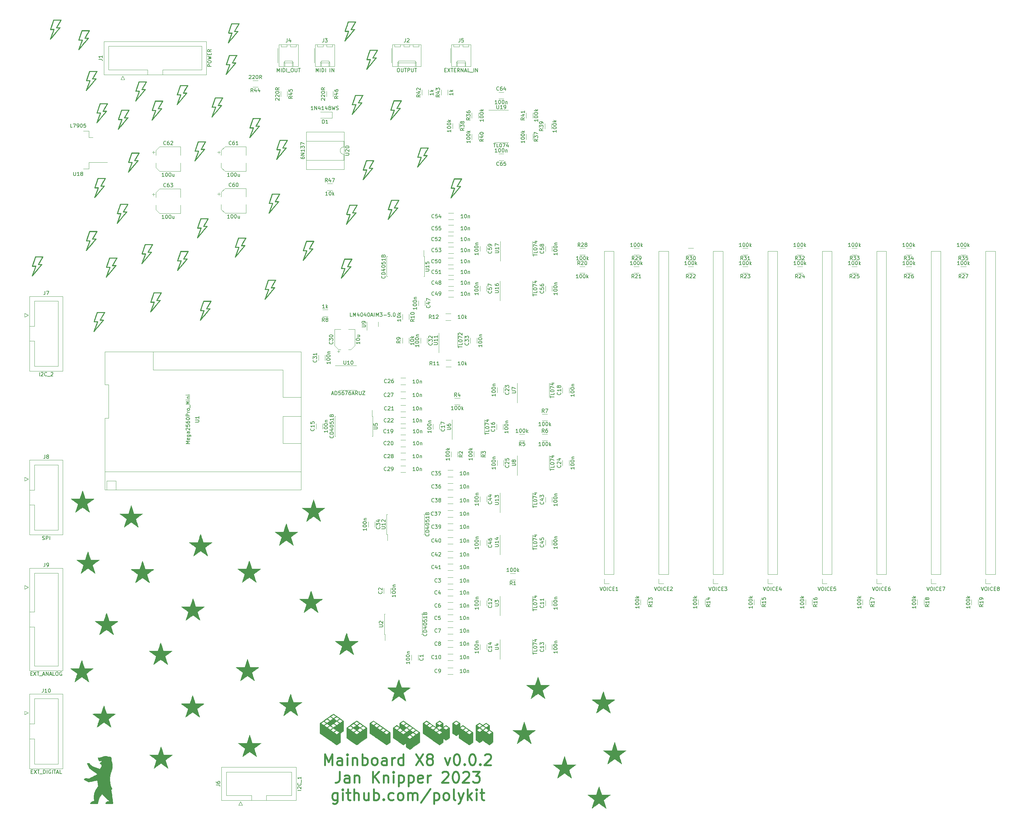
<source format=gbr>
%TF.GenerationSoftware,KiCad,Pcbnew,7.0.10-7.0.10~ubuntu22.04.1*%
%TF.CreationDate,2024-01-14T12:30:21+01:00*%
%TF.ProjectId,polykit-x-mainboard,706f6c79-6b69-4742-9d78-2d6d61696e62,v0.0.2*%
%TF.SameCoordinates,Original*%
%TF.FileFunction,Legend,Top*%
%TF.FilePolarity,Positive*%
%FSLAX46Y46*%
G04 Gerber Fmt 4.6, Leading zero omitted, Abs format (unit mm)*
G04 Created by KiCad (PCBNEW 7.0.10-7.0.10~ubuntu22.04.1) date 2024-01-14 12:30:21*
%MOMM*%
%LPD*%
G01*
G04 APERTURE LIST*
%ADD10C,0.500000*%
%ADD11C,0.150000*%
%ADD12C,0.120000*%
%ADD13C,0.010000*%
G04 APERTURE END LIST*
D10*
X136814285Y-226931857D02*
X136814285Y-223931857D01*
X136814285Y-223931857D02*
X137814285Y-226074714D01*
X137814285Y-226074714D02*
X138814285Y-223931857D01*
X138814285Y-223931857D02*
X138814285Y-226931857D01*
X141528571Y-226931857D02*
X141528571Y-225360428D01*
X141528571Y-225360428D02*
X141385713Y-225074714D01*
X141385713Y-225074714D02*
X141099999Y-224931857D01*
X141099999Y-224931857D02*
X140528571Y-224931857D01*
X140528571Y-224931857D02*
X140242856Y-225074714D01*
X141528571Y-226789000D02*
X141242856Y-226931857D01*
X141242856Y-226931857D02*
X140528571Y-226931857D01*
X140528571Y-226931857D02*
X140242856Y-226789000D01*
X140242856Y-226789000D02*
X140099999Y-226503285D01*
X140099999Y-226503285D02*
X140099999Y-226217571D01*
X140099999Y-226217571D02*
X140242856Y-225931857D01*
X140242856Y-225931857D02*
X140528571Y-225789000D01*
X140528571Y-225789000D02*
X141242856Y-225789000D01*
X141242856Y-225789000D02*
X141528571Y-225646142D01*
X142957142Y-226931857D02*
X142957142Y-224931857D01*
X142957142Y-223931857D02*
X142814285Y-224074714D01*
X142814285Y-224074714D02*
X142957142Y-224217571D01*
X142957142Y-224217571D02*
X143099999Y-224074714D01*
X143099999Y-224074714D02*
X142957142Y-223931857D01*
X142957142Y-223931857D02*
X142957142Y-224217571D01*
X144385713Y-224931857D02*
X144385713Y-226931857D01*
X144385713Y-225217571D02*
X144528570Y-225074714D01*
X144528570Y-225074714D02*
X144814285Y-224931857D01*
X144814285Y-224931857D02*
X145242856Y-224931857D01*
X145242856Y-224931857D02*
X145528570Y-225074714D01*
X145528570Y-225074714D02*
X145671428Y-225360428D01*
X145671428Y-225360428D02*
X145671428Y-226931857D01*
X147099999Y-226931857D02*
X147099999Y-223931857D01*
X147099999Y-225074714D02*
X147385714Y-224931857D01*
X147385714Y-224931857D02*
X147957142Y-224931857D01*
X147957142Y-224931857D02*
X148242856Y-225074714D01*
X148242856Y-225074714D02*
X148385714Y-225217571D01*
X148385714Y-225217571D02*
X148528571Y-225503285D01*
X148528571Y-225503285D02*
X148528571Y-226360428D01*
X148528571Y-226360428D02*
X148385714Y-226646142D01*
X148385714Y-226646142D02*
X148242856Y-226789000D01*
X148242856Y-226789000D02*
X147957142Y-226931857D01*
X147957142Y-226931857D02*
X147385714Y-226931857D01*
X147385714Y-226931857D02*
X147099999Y-226789000D01*
X150242857Y-226931857D02*
X149957142Y-226789000D01*
X149957142Y-226789000D02*
X149814285Y-226646142D01*
X149814285Y-226646142D02*
X149671428Y-226360428D01*
X149671428Y-226360428D02*
X149671428Y-225503285D01*
X149671428Y-225503285D02*
X149814285Y-225217571D01*
X149814285Y-225217571D02*
X149957142Y-225074714D01*
X149957142Y-225074714D02*
X150242857Y-224931857D01*
X150242857Y-224931857D02*
X150671428Y-224931857D01*
X150671428Y-224931857D02*
X150957142Y-225074714D01*
X150957142Y-225074714D02*
X151100000Y-225217571D01*
X151100000Y-225217571D02*
X151242857Y-225503285D01*
X151242857Y-225503285D02*
X151242857Y-226360428D01*
X151242857Y-226360428D02*
X151100000Y-226646142D01*
X151100000Y-226646142D02*
X150957142Y-226789000D01*
X150957142Y-226789000D02*
X150671428Y-226931857D01*
X150671428Y-226931857D02*
X150242857Y-226931857D01*
X153814286Y-226931857D02*
X153814286Y-225360428D01*
X153814286Y-225360428D02*
X153671428Y-225074714D01*
X153671428Y-225074714D02*
X153385714Y-224931857D01*
X153385714Y-224931857D02*
X152814286Y-224931857D01*
X152814286Y-224931857D02*
X152528571Y-225074714D01*
X153814286Y-226789000D02*
X153528571Y-226931857D01*
X153528571Y-226931857D02*
X152814286Y-226931857D01*
X152814286Y-226931857D02*
X152528571Y-226789000D01*
X152528571Y-226789000D02*
X152385714Y-226503285D01*
X152385714Y-226503285D02*
X152385714Y-226217571D01*
X152385714Y-226217571D02*
X152528571Y-225931857D01*
X152528571Y-225931857D02*
X152814286Y-225789000D01*
X152814286Y-225789000D02*
X153528571Y-225789000D01*
X153528571Y-225789000D02*
X153814286Y-225646142D01*
X155242857Y-226931857D02*
X155242857Y-224931857D01*
X155242857Y-225503285D02*
X155385714Y-225217571D01*
X155385714Y-225217571D02*
X155528572Y-225074714D01*
X155528572Y-225074714D02*
X155814286Y-224931857D01*
X155814286Y-224931857D02*
X156100000Y-224931857D01*
X158385715Y-226931857D02*
X158385715Y-223931857D01*
X158385715Y-226789000D02*
X158100000Y-226931857D01*
X158100000Y-226931857D02*
X157528572Y-226931857D01*
X157528572Y-226931857D02*
X157242857Y-226789000D01*
X157242857Y-226789000D02*
X157100000Y-226646142D01*
X157100000Y-226646142D02*
X156957143Y-226360428D01*
X156957143Y-226360428D02*
X156957143Y-225503285D01*
X156957143Y-225503285D02*
X157100000Y-225217571D01*
X157100000Y-225217571D02*
X157242857Y-225074714D01*
X157242857Y-225074714D02*
X157528572Y-224931857D01*
X157528572Y-224931857D02*
X158100000Y-224931857D01*
X158100000Y-224931857D02*
X158385715Y-225074714D01*
X161814286Y-223931857D02*
X163814286Y-226931857D01*
X163814286Y-223931857D02*
X161814286Y-226931857D01*
X165385715Y-225217571D02*
X165100000Y-225074714D01*
X165100000Y-225074714D02*
X164957143Y-224931857D01*
X164957143Y-224931857D02*
X164814286Y-224646142D01*
X164814286Y-224646142D02*
X164814286Y-224503285D01*
X164814286Y-224503285D02*
X164957143Y-224217571D01*
X164957143Y-224217571D02*
X165100000Y-224074714D01*
X165100000Y-224074714D02*
X165385715Y-223931857D01*
X165385715Y-223931857D02*
X165957143Y-223931857D01*
X165957143Y-223931857D02*
X166242858Y-224074714D01*
X166242858Y-224074714D02*
X166385715Y-224217571D01*
X166385715Y-224217571D02*
X166528572Y-224503285D01*
X166528572Y-224503285D02*
X166528572Y-224646142D01*
X166528572Y-224646142D02*
X166385715Y-224931857D01*
X166385715Y-224931857D02*
X166242858Y-225074714D01*
X166242858Y-225074714D02*
X165957143Y-225217571D01*
X165957143Y-225217571D02*
X165385715Y-225217571D01*
X165385715Y-225217571D02*
X165100000Y-225360428D01*
X165100000Y-225360428D02*
X164957143Y-225503285D01*
X164957143Y-225503285D02*
X164814286Y-225789000D01*
X164814286Y-225789000D02*
X164814286Y-226360428D01*
X164814286Y-226360428D02*
X164957143Y-226646142D01*
X164957143Y-226646142D02*
X165100000Y-226789000D01*
X165100000Y-226789000D02*
X165385715Y-226931857D01*
X165385715Y-226931857D02*
X165957143Y-226931857D01*
X165957143Y-226931857D02*
X166242858Y-226789000D01*
X166242858Y-226789000D02*
X166385715Y-226646142D01*
X166385715Y-226646142D02*
X166528572Y-226360428D01*
X166528572Y-226360428D02*
X166528572Y-225789000D01*
X166528572Y-225789000D02*
X166385715Y-225503285D01*
X166385715Y-225503285D02*
X166242858Y-225360428D01*
X166242858Y-225360428D02*
X165957143Y-225217571D01*
X169814286Y-224931857D02*
X170528572Y-226931857D01*
X170528572Y-226931857D02*
X171242857Y-224931857D01*
X172957143Y-223931857D02*
X173242857Y-223931857D01*
X173242857Y-223931857D02*
X173528571Y-224074714D01*
X173528571Y-224074714D02*
X173671429Y-224217571D01*
X173671429Y-224217571D02*
X173814286Y-224503285D01*
X173814286Y-224503285D02*
X173957143Y-225074714D01*
X173957143Y-225074714D02*
X173957143Y-225789000D01*
X173957143Y-225789000D02*
X173814286Y-226360428D01*
X173814286Y-226360428D02*
X173671429Y-226646142D01*
X173671429Y-226646142D02*
X173528571Y-226789000D01*
X173528571Y-226789000D02*
X173242857Y-226931857D01*
X173242857Y-226931857D02*
X172957143Y-226931857D01*
X172957143Y-226931857D02*
X172671429Y-226789000D01*
X172671429Y-226789000D02*
X172528571Y-226646142D01*
X172528571Y-226646142D02*
X172385714Y-226360428D01*
X172385714Y-226360428D02*
X172242857Y-225789000D01*
X172242857Y-225789000D02*
X172242857Y-225074714D01*
X172242857Y-225074714D02*
X172385714Y-224503285D01*
X172385714Y-224503285D02*
X172528571Y-224217571D01*
X172528571Y-224217571D02*
X172671429Y-224074714D01*
X172671429Y-224074714D02*
X172957143Y-223931857D01*
X175242857Y-226646142D02*
X175385714Y-226789000D01*
X175385714Y-226789000D02*
X175242857Y-226931857D01*
X175242857Y-226931857D02*
X175100000Y-226789000D01*
X175100000Y-226789000D02*
X175242857Y-226646142D01*
X175242857Y-226646142D02*
X175242857Y-226931857D01*
X177242857Y-223931857D02*
X177528571Y-223931857D01*
X177528571Y-223931857D02*
X177814285Y-224074714D01*
X177814285Y-224074714D02*
X177957143Y-224217571D01*
X177957143Y-224217571D02*
X178100000Y-224503285D01*
X178100000Y-224503285D02*
X178242857Y-225074714D01*
X178242857Y-225074714D02*
X178242857Y-225789000D01*
X178242857Y-225789000D02*
X178100000Y-226360428D01*
X178100000Y-226360428D02*
X177957143Y-226646142D01*
X177957143Y-226646142D02*
X177814285Y-226789000D01*
X177814285Y-226789000D02*
X177528571Y-226931857D01*
X177528571Y-226931857D02*
X177242857Y-226931857D01*
X177242857Y-226931857D02*
X176957143Y-226789000D01*
X176957143Y-226789000D02*
X176814285Y-226646142D01*
X176814285Y-226646142D02*
X176671428Y-226360428D01*
X176671428Y-226360428D02*
X176528571Y-225789000D01*
X176528571Y-225789000D02*
X176528571Y-225074714D01*
X176528571Y-225074714D02*
X176671428Y-224503285D01*
X176671428Y-224503285D02*
X176814285Y-224217571D01*
X176814285Y-224217571D02*
X176957143Y-224074714D01*
X176957143Y-224074714D02*
X177242857Y-223931857D01*
X179528571Y-226646142D02*
X179671428Y-226789000D01*
X179671428Y-226789000D02*
X179528571Y-226931857D01*
X179528571Y-226931857D02*
X179385714Y-226789000D01*
X179385714Y-226789000D02*
X179528571Y-226646142D01*
X179528571Y-226646142D02*
X179528571Y-226931857D01*
X180814285Y-224217571D02*
X180957142Y-224074714D01*
X180957142Y-224074714D02*
X181242857Y-223931857D01*
X181242857Y-223931857D02*
X181957142Y-223931857D01*
X181957142Y-223931857D02*
X182242857Y-224074714D01*
X182242857Y-224074714D02*
X182385714Y-224217571D01*
X182385714Y-224217571D02*
X182528571Y-224503285D01*
X182528571Y-224503285D02*
X182528571Y-224789000D01*
X182528571Y-224789000D02*
X182385714Y-225217571D01*
X182385714Y-225217571D02*
X180671428Y-226931857D01*
X180671428Y-226931857D02*
X182528571Y-226931857D01*
X140814285Y-228761857D02*
X140814285Y-230904714D01*
X140814285Y-230904714D02*
X140671428Y-231333285D01*
X140671428Y-231333285D02*
X140385714Y-231619000D01*
X140385714Y-231619000D02*
X139957142Y-231761857D01*
X139957142Y-231761857D02*
X139671428Y-231761857D01*
X143528571Y-231761857D02*
X143528571Y-230190428D01*
X143528571Y-230190428D02*
X143385713Y-229904714D01*
X143385713Y-229904714D02*
X143099999Y-229761857D01*
X143099999Y-229761857D02*
X142528571Y-229761857D01*
X142528571Y-229761857D02*
X142242856Y-229904714D01*
X143528571Y-231619000D02*
X143242856Y-231761857D01*
X143242856Y-231761857D02*
X142528571Y-231761857D01*
X142528571Y-231761857D02*
X142242856Y-231619000D01*
X142242856Y-231619000D02*
X142099999Y-231333285D01*
X142099999Y-231333285D02*
X142099999Y-231047571D01*
X142099999Y-231047571D02*
X142242856Y-230761857D01*
X142242856Y-230761857D02*
X142528571Y-230619000D01*
X142528571Y-230619000D02*
X143242856Y-230619000D01*
X143242856Y-230619000D02*
X143528571Y-230476142D01*
X144957142Y-229761857D02*
X144957142Y-231761857D01*
X144957142Y-230047571D02*
X145099999Y-229904714D01*
X145099999Y-229904714D02*
X145385714Y-229761857D01*
X145385714Y-229761857D02*
X145814285Y-229761857D01*
X145814285Y-229761857D02*
X146099999Y-229904714D01*
X146099999Y-229904714D02*
X146242857Y-230190428D01*
X146242857Y-230190428D02*
X146242857Y-231761857D01*
X149957142Y-231761857D02*
X149957142Y-228761857D01*
X151671428Y-231761857D02*
X150385714Y-230047571D01*
X151671428Y-228761857D02*
X149957142Y-230476142D01*
X152957142Y-229761857D02*
X152957142Y-231761857D01*
X152957142Y-230047571D02*
X153099999Y-229904714D01*
X153099999Y-229904714D02*
X153385714Y-229761857D01*
X153385714Y-229761857D02*
X153814285Y-229761857D01*
X153814285Y-229761857D02*
X154099999Y-229904714D01*
X154099999Y-229904714D02*
X154242857Y-230190428D01*
X154242857Y-230190428D02*
X154242857Y-231761857D01*
X155671428Y-231761857D02*
X155671428Y-229761857D01*
X155671428Y-228761857D02*
X155528571Y-228904714D01*
X155528571Y-228904714D02*
X155671428Y-229047571D01*
X155671428Y-229047571D02*
X155814285Y-228904714D01*
X155814285Y-228904714D02*
X155671428Y-228761857D01*
X155671428Y-228761857D02*
X155671428Y-229047571D01*
X157099999Y-229761857D02*
X157099999Y-232761857D01*
X157099999Y-229904714D02*
X157385714Y-229761857D01*
X157385714Y-229761857D02*
X157957142Y-229761857D01*
X157957142Y-229761857D02*
X158242856Y-229904714D01*
X158242856Y-229904714D02*
X158385714Y-230047571D01*
X158385714Y-230047571D02*
X158528571Y-230333285D01*
X158528571Y-230333285D02*
X158528571Y-231190428D01*
X158528571Y-231190428D02*
X158385714Y-231476142D01*
X158385714Y-231476142D02*
X158242856Y-231619000D01*
X158242856Y-231619000D02*
X157957142Y-231761857D01*
X157957142Y-231761857D02*
X157385714Y-231761857D01*
X157385714Y-231761857D02*
X157099999Y-231619000D01*
X159814285Y-229761857D02*
X159814285Y-232761857D01*
X159814285Y-229904714D02*
X160100000Y-229761857D01*
X160100000Y-229761857D02*
X160671428Y-229761857D01*
X160671428Y-229761857D02*
X160957142Y-229904714D01*
X160957142Y-229904714D02*
X161100000Y-230047571D01*
X161100000Y-230047571D02*
X161242857Y-230333285D01*
X161242857Y-230333285D02*
X161242857Y-231190428D01*
X161242857Y-231190428D02*
X161100000Y-231476142D01*
X161100000Y-231476142D02*
X160957142Y-231619000D01*
X160957142Y-231619000D02*
X160671428Y-231761857D01*
X160671428Y-231761857D02*
X160100000Y-231761857D01*
X160100000Y-231761857D02*
X159814285Y-231619000D01*
X163671428Y-231619000D02*
X163385714Y-231761857D01*
X163385714Y-231761857D02*
X162814286Y-231761857D01*
X162814286Y-231761857D02*
X162528571Y-231619000D01*
X162528571Y-231619000D02*
X162385714Y-231333285D01*
X162385714Y-231333285D02*
X162385714Y-230190428D01*
X162385714Y-230190428D02*
X162528571Y-229904714D01*
X162528571Y-229904714D02*
X162814286Y-229761857D01*
X162814286Y-229761857D02*
X163385714Y-229761857D01*
X163385714Y-229761857D02*
X163671428Y-229904714D01*
X163671428Y-229904714D02*
X163814286Y-230190428D01*
X163814286Y-230190428D02*
X163814286Y-230476142D01*
X163814286Y-230476142D02*
X162385714Y-230761857D01*
X165100000Y-231761857D02*
X165100000Y-229761857D01*
X165100000Y-230333285D02*
X165242857Y-230047571D01*
X165242857Y-230047571D02*
X165385715Y-229904714D01*
X165385715Y-229904714D02*
X165671429Y-229761857D01*
X165671429Y-229761857D02*
X165957143Y-229761857D01*
X169100000Y-229047571D02*
X169242857Y-228904714D01*
X169242857Y-228904714D02*
X169528572Y-228761857D01*
X169528572Y-228761857D02*
X170242857Y-228761857D01*
X170242857Y-228761857D02*
X170528572Y-228904714D01*
X170528572Y-228904714D02*
X170671429Y-229047571D01*
X170671429Y-229047571D02*
X170814286Y-229333285D01*
X170814286Y-229333285D02*
X170814286Y-229619000D01*
X170814286Y-229619000D02*
X170671429Y-230047571D01*
X170671429Y-230047571D02*
X168957143Y-231761857D01*
X168957143Y-231761857D02*
X170814286Y-231761857D01*
X172671429Y-228761857D02*
X172957143Y-228761857D01*
X172957143Y-228761857D02*
X173242857Y-228904714D01*
X173242857Y-228904714D02*
X173385715Y-229047571D01*
X173385715Y-229047571D02*
X173528572Y-229333285D01*
X173528572Y-229333285D02*
X173671429Y-229904714D01*
X173671429Y-229904714D02*
X173671429Y-230619000D01*
X173671429Y-230619000D02*
X173528572Y-231190428D01*
X173528572Y-231190428D02*
X173385715Y-231476142D01*
X173385715Y-231476142D02*
X173242857Y-231619000D01*
X173242857Y-231619000D02*
X172957143Y-231761857D01*
X172957143Y-231761857D02*
X172671429Y-231761857D01*
X172671429Y-231761857D02*
X172385715Y-231619000D01*
X172385715Y-231619000D02*
X172242857Y-231476142D01*
X172242857Y-231476142D02*
X172100000Y-231190428D01*
X172100000Y-231190428D02*
X171957143Y-230619000D01*
X171957143Y-230619000D02*
X171957143Y-229904714D01*
X171957143Y-229904714D02*
X172100000Y-229333285D01*
X172100000Y-229333285D02*
X172242857Y-229047571D01*
X172242857Y-229047571D02*
X172385715Y-228904714D01*
X172385715Y-228904714D02*
X172671429Y-228761857D01*
X174814286Y-229047571D02*
X174957143Y-228904714D01*
X174957143Y-228904714D02*
X175242858Y-228761857D01*
X175242858Y-228761857D02*
X175957143Y-228761857D01*
X175957143Y-228761857D02*
X176242858Y-228904714D01*
X176242858Y-228904714D02*
X176385715Y-229047571D01*
X176385715Y-229047571D02*
X176528572Y-229333285D01*
X176528572Y-229333285D02*
X176528572Y-229619000D01*
X176528572Y-229619000D02*
X176385715Y-230047571D01*
X176385715Y-230047571D02*
X174671429Y-231761857D01*
X174671429Y-231761857D02*
X176528572Y-231761857D01*
X177528572Y-228761857D02*
X179385715Y-228761857D01*
X179385715Y-228761857D02*
X178385715Y-229904714D01*
X178385715Y-229904714D02*
X178814286Y-229904714D01*
X178814286Y-229904714D02*
X179100001Y-230047571D01*
X179100001Y-230047571D02*
X179242858Y-230190428D01*
X179242858Y-230190428D02*
X179385715Y-230476142D01*
X179385715Y-230476142D02*
X179385715Y-231190428D01*
X179385715Y-231190428D02*
X179242858Y-231476142D01*
X179242858Y-231476142D02*
X179100001Y-231619000D01*
X179100001Y-231619000D02*
X178814286Y-231761857D01*
X178814286Y-231761857D02*
X177957143Y-231761857D01*
X177957143Y-231761857D02*
X177671429Y-231619000D01*
X177671429Y-231619000D02*
X177528572Y-231476142D01*
X140242857Y-234591857D02*
X140242857Y-237020428D01*
X140242857Y-237020428D02*
X140099999Y-237306142D01*
X140099999Y-237306142D02*
X139957142Y-237449000D01*
X139957142Y-237449000D02*
X139671428Y-237591857D01*
X139671428Y-237591857D02*
X139242857Y-237591857D01*
X139242857Y-237591857D02*
X138957142Y-237449000D01*
X140242857Y-236449000D02*
X139957142Y-236591857D01*
X139957142Y-236591857D02*
X139385714Y-236591857D01*
X139385714Y-236591857D02*
X139099999Y-236449000D01*
X139099999Y-236449000D02*
X138957142Y-236306142D01*
X138957142Y-236306142D02*
X138814285Y-236020428D01*
X138814285Y-236020428D02*
X138814285Y-235163285D01*
X138814285Y-235163285D02*
X138957142Y-234877571D01*
X138957142Y-234877571D02*
X139099999Y-234734714D01*
X139099999Y-234734714D02*
X139385714Y-234591857D01*
X139385714Y-234591857D02*
X139957142Y-234591857D01*
X139957142Y-234591857D02*
X140242857Y-234734714D01*
X141671428Y-236591857D02*
X141671428Y-234591857D01*
X141671428Y-233591857D02*
X141528571Y-233734714D01*
X141528571Y-233734714D02*
X141671428Y-233877571D01*
X141671428Y-233877571D02*
X141814285Y-233734714D01*
X141814285Y-233734714D02*
X141671428Y-233591857D01*
X141671428Y-233591857D02*
X141671428Y-233877571D01*
X142671428Y-234591857D02*
X143814285Y-234591857D01*
X143099999Y-233591857D02*
X143099999Y-236163285D01*
X143099999Y-236163285D02*
X143242856Y-236449000D01*
X143242856Y-236449000D02*
X143528571Y-236591857D01*
X143528571Y-236591857D02*
X143814285Y-236591857D01*
X144814285Y-236591857D02*
X144814285Y-233591857D01*
X146100000Y-236591857D02*
X146100000Y-235020428D01*
X146100000Y-235020428D02*
X145957142Y-234734714D01*
X145957142Y-234734714D02*
X145671428Y-234591857D01*
X145671428Y-234591857D02*
X145242857Y-234591857D01*
X145242857Y-234591857D02*
X144957142Y-234734714D01*
X144957142Y-234734714D02*
X144814285Y-234877571D01*
X148814286Y-234591857D02*
X148814286Y-236591857D01*
X147528571Y-234591857D02*
X147528571Y-236163285D01*
X147528571Y-236163285D02*
X147671428Y-236449000D01*
X147671428Y-236449000D02*
X147957143Y-236591857D01*
X147957143Y-236591857D02*
X148385714Y-236591857D01*
X148385714Y-236591857D02*
X148671428Y-236449000D01*
X148671428Y-236449000D02*
X148814286Y-236306142D01*
X150242857Y-236591857D02*
X150242857Y-233591857D01*
X150242857Y-234734714D02*
X150528572Y-234591857D01*
X150528572Y-234591857D02*
X151100000Y-234591857D01*
X151100000Y-234591857D02*
X151385714Y-234734714D01*
X151385714Y-234734714D02*
X151528572Y-234877571D01*
X151528572Y-234877571D02*
X151671429Y-235163285D01*
X151671429Y-235163285D02*
X151671429Y-236020428D01*
X151671429Y-236020428D02*
X151528572Y-236306142D01*
X151528572Y-236306142D02*
X151385714Y-236449000D01*
X151385714Y-236449000D02*
X151100000Y-236591857D01*
X151100000Y-236591857D02*
X150528572Y-236591857D01*
X150528572Y-236591857D02*
X150242857Y-236449000D01*
X152957143Y-236306142D02*
X153100000Y-236449000D01*
X153100000Y-236449000D02*
X152957143Y-236591857D01*
X152957143Y-236591857D02*
X152814286Y-236449000D01*
X152814286Y-236449000D02*
X152957143Y-236306142D01*
X152957143Y-236306142D02*
X152957143Y-236591857D01*
X155671429Y-236449000D02*
X155385714Y-236591857D01*
X155385714Y-236591857D02*
X154814286Y-236591857D01*
X154814286Y-236591857D02*
X154528571Y-236449000D01*
X154528571Y-236449000D02*
X154385714Y-236306142D01*
X154385714Y-236306142D02*
X154242857Y-236020428D01*
X154242857Y-236020428D02*
X154242857Y-235163285D01*
X154242857Y-235163285D02*
X154385714Y-234877571D01*
X154385714Y-234877571D02*
X154528571Y-234734714D01*
X154528571Y-234734714D02*
X154814286Y-234591857D01*
X154814286Y-234591857D02*
X155385714Y-234591857D01*
X155385714Y-234591857D02*
X155671429Y-234734714D01*
X157385715Y-236591857D02*
X157100000Y-236449000D01*
X157100000Y-236449000D02*
X156957143Y-236306142D01*
X156957143Y-236306142D02*
X156814286Y-236020428D01*
X156814286Y-236020428D02*
X156814286Y-235163285D01*
X156814286Y-235163285D02*
X156957143Y-234877571D01*
X156957143Y-234877571D02*
X157100000Y-234734714D01*
X157100000Y-234734714D02*
X157385715Y-234591857D01*
X157385715Y-234591857D02*
X157814286Y-234591857D01*
X157814286Y-234591857D02*
X158100000Y-234734714D01*
X158100000Y-234734714D02*
X158242858Y-234877571D01*
X158242858Y-234877571D02*
X158385715Y-235163285D01*
X158385715Y-235163285D02*
X158385715Y-236020428D01*
X158385715Y-236020428D02*
X158242858Y-236306142D01*
X158242858Y-236306142D02*
X158100000Y-236449000D01*
X158100000Y-236449000D02*
X157814286Y-236591857D01*
X157814286Y-236591857D02*
X157385715Y-236591857D01*
X159671429Y-236591857D02*
X159671429Y-234591857D01*
X159671429Y-234877571D02*
X159814286Y-234734714D01*
X159814286Y-234734714D02*
X160100001Y-234591857D01*
X160100001Y-234591857D02*
X160528572Y-234591857D01*
X160528572Y-234591857D02*
X160814286Y-234734714D01*
X160814286Y-234734714D02*
X160957144Y-235020428D01*
X160957144Y-235020428D02*
X160957144Y-236591857D01*
X160957144Y-235020428D02*
X161100001Y-234734714D01*
X161100001Y-234734714D02*
X161385715Y-234591857D01*
X161385715Y-234591857D02*
X161814286Y-234591857D01*
X161814286Y-234591857D02*
X162100001Y-234734714D01*
X162100001Y-234734714D02*
X162242858Y-235020428D01*
X162242858Y-235020428D02*
X162242858Y-236591857D01*
X165814286Y-233449000D02*
X163242858Y-237306142D01*
X166814286Y-234591857D02*
X166814286Y-237591857D01*
X166814286Y-234734714D02*
X167100001Y-234591857D01*
X167100001Y-234591857D02*
X167671429Y-234591857D01*
X167671429Y-234591857D02*
X167957143Y-234734714D01*
X167957143Y-234734714D02*
X168100001Y-234877571D01*
X168100001Y-234877571D02*
X168242858Y-235163285D01*
X168242858Y-235163285D02*
X168242858Y-236020428D01*
X168242858Y-236020428D02*
X168100001Y-236306142D01*
X168100001Y-236306142D02*
X167957143Y-236449000D01*
X167957143Y-236449000D02*
X167671429Y-236591857D01*
X167671429Y-236591857D02*
X167100001Y-236591857D01*
X167100001Y-236591857D02*
X166814286Y-236449000D01*
X169957144Y-236591857D02*
X169671429Y-236449000D01*
X169671429Y-236449000D02*
X169528572Y-236306142D01*
X169528572Y-236306142D02*
X169385715Y-236020428D01*
X169385715Y-236020428D02*
X169385715Y-235163285D01*
X169385715Y-235163285D02*
X169528572Y-234877571D01*
X169528572Y-234877571D02*
X169671429Y-234734714D01*
X169671429Y-234734714D02*
X169957144Y-234591857D01*
X169957144Y-234591857D02*
X170385715Y-234591857D01*
X170385715Y-234591857D02*
X170671429Y-234734714D01*
X170671429Y-234734714D02*
X170814287Y-234877571D01*
X170814287Y-234877571D02*
X170957144Y-235163285D01*
X170957144Y-235163285D02*
X170957144Y-236020428D01*
X170957144Y-236020428D02*
X170814287Y-236306142D01*
X170814287Y-236306142D02*
X170671429Y-236449000D01*
X170671429Y-236449000D02*
X170385715Y-236591857D01*
X170385715Y-236591857D02*
X169957144Y-236591857D01*
X172671430Y-236591857D02*
X172385715Y-236449000D01*
X172385715Y-236449000D02*
X172242858Y-236163285D01*
X172242858Y-236163285D02*
X172242858Y-233591857D01*
X173528573Y-234591857D02*
X174242859Y-236591857D01*
X174957144Y-234591857D02*
X174242859Y-236591857D01*
X174242859Y-236591857D02*
X173957144Y-237306142D01*
X173957144Y-237306142D02*
X173814287Y-237449000D01*
X173814287Y-237449000D02*
X173528573Y-237591857D01*
X176100001Y-236591857D02*
X176100001Y-233591857D01*
X176385716Y-235449000D02*
X177242858Y-236591857D01*
X177242858Y-234591857D02*
X176100001Y-235734714D01*
X178528572Y-236591857D02*
X178528572Y-234591857D01*
X178528572Y-233591857D02*
X178385715Y-233734714D01*
X178385715Y-233734714D02*
X178528572Y-233877571D01*
X178528572Y-233877571D02*
X178671429Y-233734714D01*
X178671429Y-233734714D02*
X178528572Y-233591857D01*
X178528572Y-233591857D02*
X178528572Y-233877571D01*
X179528572Y-234591857D02*
X180671429Y-234591857D01*
X179957143Y-233591857D02*
X179957143Y-236163285D01*
X179957143Y-236163285D02*
X180100000Y-236449000D01*
X180100000Y-236449000D02*
X180385715Y-236591857D01*
X180385715Y-236591857D02*
X180671429Y-236591857D01*
D11*
X206957142Y-89134819D02*
X206623809Y-88658628D01*
X206385714Y-89134819D02*
X206385714Y-88134819D01*
X206385714Y-88134819D02*
X206766666Y-88134819D01*
X206766666Y-88134819D02*
X206861904Y-88182438D01*
X206861904Y-88182438D02*
X206909523Y-88230057D01*
X206909523Y-88230057D02*
X206957142Y-88325295D01*
X206957142Y-88325295D02*
X206957142Y-88468152D01*
X206957142Y-88468152D02*
X206909523Y-88563390D01*
X206909523Y-88563390D02*
X206861904Y-88611009D01*
X206861904Y-88611009D02*
X206766666Y-88658628D01*
X206766666Y-88658628D02*
X206385714Y-88658628D01*
X207338095Y-88230057D02*
X207385714Y-88182438D01*
X207385714Y-88182438D02*
X207480952Y-88134819D01*
X207480952Y-88134819D02*
X207719047Y-88134819D01*
X207719047Y-88134819D02*
X207814285Y-88182438D01*
X207814285Y-88182438D02*
X207861904Y-88230057D01*
X207861904Y-88230057D02*
X207909523Y-88325295D01*
X207909523Y-88325295D02*
X207909523Y-88420533D01*
X207909523Y-88420533D02*
X207861904Y-88563390D01*
X207861904Y-88563390D02*
X207290476Y-89134819D01*
X207290476Y-89134819D02*
X207909523Y-89134819D01*
X208528571Y-88134819D02*
X208623809Y-88134819D01*
X208623809Y-88134819D02*
X208719047Y-88182438D01*
X208719047Y-88182438D02*
X208766666Y-88230057D01*
X208766666Y-88230057D02*
X208814285Y-88325295D01*
X208814285Y-88325295D02*
X208861904Y-88515771D01*
X208861904Y-88515771D02*
X208861904Y-88753866D01*
X208861904Y-88753866D02*
X208814285Y-88944342D01*
X208814285Y-88944342D02*
X208766666Y-89039580D01*
X208766666Y-89039580D02*
X208719047Y-89087200D01*
X208719047Y-89087200D02*
X208623809Y-89134819D01*
X208623809Y-89134819D02*
X208528571Y-89134819D01*
X208528571Y-89134819D02*
X208433333Y-89087200D01*
X208433333Y-89087200D02*
X208385714Y-89039580D01*
X208385714Y-89039580D02*
X208338095Y-88944342D01*
X208338095Y-88944342D02*
X208290476Y-88753866D01*
X208290476Y-88753866D02*
X208290476Y-88515771D01*
X208290476Y-88515771D02*
X208338095Y-88325295D01*
X208338095Y-88325295D02*
X208385714Y-88230057D01*
X208385714Y-88230057D02*
X208433333Y-88182438D01*
X208433333Y-88182438D02*
X208528571Y-88134819D01*
X206528571Y-92774819D02*
X205957143Y-92774819D01*
X206242857Y-92774819D02*
X206242857Y-91774819D01*
X206242857Y-91774819D02*
X206147619Y-91917676D01*
X206147619Y-91917676D02*
X206052381Y-92012914D01*
X206052381Y-92012914D02*
X205957143Y-92060533D01*
X207147619Y-91774819D02*
X207242857Y-91774819D01*
X207242857Y-91774819D02*
X207338095Y-91822438D01*
X207338095Y-91822438D02*
X207385714Y-91870057D01*
X207385714Y-91870057D02*
X207433333Y-91965295D01*
X207433333Y-91965295D02*
X207480952Y-92155771D01*
X207480952Y-92155771D02*
X207480952Y-92393866D01*
X207480952Y-92393866D02*
X207433333Y-92584342D01*
X207433333Y-92584342D02*
X207385714Y-92679580D01*
X207385714Y-92679580D02*
X207338095Y-92727200D01*
X207338095Y-92727200D02*
X207242857Y-92774819D01*
X207242857Y-92774819D02*
X207147619Y-92774819D01*
X207147619Y-92774819D02*
X207052381Y-92727200D01*
X207052381Y-92727200D02*
X207004762Y-92679580D01*
X207004762Y-92679580D02*
X206957143Y-92584342D01*
X206957143Y-92584342D02*
X206909524Y-92393866D01*
X206909524Y-92393866D02*
X206909524Y-92155771D01*
X206909524Y-92155771D02*
X206957143Y-91965295D01*
X206957143Y-91965295D02*
X207004762Y-91870057D01*
X207004762Y-91870057D02*
X207052381Y-91822438D01*
X207052381Y-91822438D02*
X207147619Y-91774819D01*
X208100000Y-91774819D02*
X208195238Y-91774819D01*
X208195238Y-91774819D02*
X208290476Y-91822438D01*
X208290476Y-91822438D02*
X208338095Y-91870057D01*
X208338095Y-91870057D02*
X208385714Y-91965295D01*
X208385714Y-91965295D02*
X208433333Y-92155771D01*
X208433333Y-92155771D02*
X208433333Y-92393866D01*
X208433333Y-92393866D02*
X208385714Y-92584342D01*
X208385714Y-92584342D02*
X208338095Y-92679580D01*
X208338095Y-92679580D02*
X208290476Y-92727200D01*
X208290476Y-92727200D02*
X208195238Y-92774819D01*
X208195238Y-92774819D02*
X208100000Y-92774819D01*
X208100000Y-92774819D02*
X208004762Y-92727200D01*
X208004762Y-92727200D02*
X207957143Y-92679580D01*
X207957143Y-92679580D02*
X207909524Y-92584342D01*
X207909524Y-92584342D02*
X207861905Y-92393866D01*
X207861905Y-92393866D02*
X207861905Y-92155771D01*
X207861905Y-92155771D02*
X207909524Y-91965295D01*
X207909524Y-91965295D02*
X207957143Y-91870057D01*
X207957143Y-91870057D02*
X208004762Y-91822438D01*
X208004762Y-91822438D02*
X208100000Y-91774819D01*
X208861905Y-92774819D02*
X208861905Y-91774819D01*
X208957143Y-92393866D02*
X209242857Y-92774819D01*
X209242857Y-92108152D02*
X208861905Y-92489104D01*
X134409580Y-115342857D02*
X134457200Y-115390476D01*
X134457200Y-115390476D02*
X134504819Y-115533333D01*
X134504819Y-115533333D02*
X134504819Y-115628571D01*
X134504819Y-115628571D02*
X134457200Y-115771428D01*
X134457200Y-115771428D02*
X134361961Y-115866666D01*
X134361961Y-115866666D02*
X134266723Y-115914285D01*
X134266723Y-115914285D02*
X134076247Y-115961904D01*
X134076247Y-115961904D02*
X133933390Y-115961904D01*
X133933390Y-115961904D02*
X133742914Y-115914285D01*
X133742914Y-115914285D02*
X133647676Y-115866666D01*
X133647676Y-115866666D02*
X133552438Y-115771428D01*
X133552438Y-115771428D02*
X133504819Y-115628571D01*
X133504819Y-115628571D02*
X133504819Y-115533333D01*
X133504819Y-115533333D02*
X133552438Y-115390476D01*
X133552438Y-115390476D02*
X133600057Y-115342857D01*
X133504819Y-115009523D02*
X133504819Y-114390476D01*
X133504819Y-114390476D02*
X133885771Y-114723809D01*
X133885771Y-114723809D02*
X133885771Y-114580952D01*
X133885771Y-114580952D02*
X133933390Y-114485714D01*
X133933390Y-114485714D02*
X133981009Y-114438095D01*
X133981009Y-114438095D02*
X134076247Y-114390476D01*
X134076247Y-114390476D02*
X134314342Y-114390476D01*
X134314342Y-114390476D02*
X134409580Y-114438095D01*
X134409580Y-114438095D02*
X134457200Y-114485714D01*
X134457200Y-114485714D02*
X134504819Y-114580952D01*
X134504819Y-114580952D02*
X134504819Y-114866666D01*
X134504819Y-114866666D02*
X134457200Y-114961904D01*
X134457200Y-114961904D02*
X134409580Y-115009523D01*
X134504819Y-113438095D02*
X134504819Y-114009523D01*
X134504819Y-113723809D02*
X133504819Y-113723809D01*
X133504819Y-113723809D02*
X133647676Y-113819047D01*
X133647676Y-113819047D02*
X133742914Y-113914285D01*
X133742914Y-113914285D02*
X133790533Y-114009523D01*
X138204819Y-115819047D02*
X138204819Y-116390475D01*
X138204819Y-116104761D02*
X137204819Y-116104761D01*
X137204819Y-116104761D02*
X137347676Y-116199999D01*
X137347676Y-116199999D02*
X137442914Y-116295237D01*
X137442914Y-116295237D02*
X137490533Y-116390475D01*
X137204819Y-115199999D02*
X137204819Y-115104761D01*
X137204819Y-115104761D02*
X137252438Y-115009523D01*
X137252438Y-115009523D02*
X137300057Y-114961904D01*
X137300057Y-114961904D02*
X137395295Y-114914285D01*
X137395295Y-114914285D02*
X137585771Y-114866666D01*
X137585771Y-114866666D02*
X137823866Y-114866666D01*
X137823866Y-114866666D02*
X138014342Y-114914285D01*
X138014342Y-114914285D02*
X138109580Y-114961904D01*
X138109580Y-114961904D02*
X138157200Y-115009523D01*
X138157200Y-115009523D02*
X138204819Y-115104761D01*
X138204819Y-115104761D02*
X138204819Y-115199999D01*
X138204819Y-115199999D02*
X138157200Y-115295237D01*
X138157200Y-115295237D02*
X138109580Y-115342856D01*
X138109580Y-115342856D02*
X138014342Y-115390475D01*
X138014342Y-115390475D02*
X137823866Y-115438094D01*
X137823866Y-115438094D02*
X137585771Y-115438094D01*
X137585771Y-115438094D02*
X137395295Y-115390475D01*
X137395295Y-115390475D02*
X137300057Y-115342856D01*
X137300057Y-115342856D02*
X137252438Y-115295237D01*
X137252438Y-115295237D02*
X137204819Y-115199999D01*
X137204819Y-114247618D02*
X137204819Y-114152380D01*
X137204819Y-114152380D02*
X137252438Y-114057142D01*
X137252438Y-114057142D02*
X137300057Y-114009523D01*
X137300057Y-114009523D02*
X137395295Y-113961904D01*
X137395295Y-113961904D02*
X137585771Y-113914285D01*
X137585771Y-113914285D02*
X137823866Y-113914285D01*
X137823866Y-113914285D02*
X138014342Y-113961904D01*
X138014342Y-113961904D02*
X138109580Y-114009523D01*
X138109580Y-114009523D02*
X138157200Y-114057142D01*
X138157200Y-114057142D02*
X138204819Y-114152380D01*
X138204819Y-114152380D02*
X138204819Y-114247618D01*
X138204819Y-114247618D02*
X138157200Y-114342856D01*
X138157200Y-114342856D02*
X138109580Y-114390475D01*
X138109580Y-114390475D02*
X138014342Y-114438094D01*
X138014342Y-114438094D02*
X137823866Y-114485713D01*
X137823866Y-114485713D02*
X137585771Y-114485713D01*
X137585771Y-114485713D02*
X137395295Y-114438094D01*
X137395295Y-114438094D02*
X137300057Y-114390475D01*
X137300057Y-114390475D02*
X137252438Y-114342856D01*
X137252438Y-114342856D02*
X137204819Y-114247618D01*
X137538152Y-113485713D02*
X138204819Y-113485713D01*
X137633390Y-113485713D02*
X137585771Y-113438094D01*
X137585771Y-113438094D02*
X137538152Y-113342856D01*
X137538152Y-113342856D02*
X137538152Y-113199999D01*
X137538152Y-113199999D02*
X137585771Y-113104761D01*
X137585771Y-113104761D02*
X137681009Y-113057142D01*
X137681009Y-113057142D02*
X138204819Y-113057142D01*
X182609580Y-182942857D02*
X182657200Y-182990476D01*
X182657200Y-182990476D02*
X182704819Y-183133333D01*
X182704819Y-183133333D02*
X182704819Y-183228571D01*
X182704819Y-183228571D02*
X182657200Y-183371428D01*
X182657200Y-183371428D02*
X182561961Y-183466666D01*
X182561961Y-183466666D02*
X182466723Y-183514285D01*
X182466723Y-183514285D02*
X182276247Y-183561904D01*
X182276247Y-183561904D02*
X182133390Y-183561904D01*
X182133390Y-183561904D02*
X181942914Y-183514285D01*
X181942914Y-183514285D02*
X181847676Y-183466666D01*
X181847676Y-183466666D02*
X181752438Y-183371428D01*
X181752438Y-183371428D02*
X181704819Y-183228571D01*
X181704819Y-183228571D02*
X181704819Y-183133333D01*
X181704819Y-183133333D02*
X181752438Y-182990476D01*
X181752438Y-182990476D02*
X181800057Y-182942857D01*
X182704819Y-181990476D02*
X182704819Y-182561904D01*
X182704819Y-182276190D02*
X181704819Y-182276190D01*
X181704819Y-182276190D02*
X181847676Y-182371428D01*
X181847676Y-182371428D02*
X181942914Y-182466666D01*
X181942914Y-182466666D02*
X181990533Y-182561904D01*
X181800057Y-181609523D02*
X181752438Y-181561904D01*
X181752438Y-181561904D02*
X181704819Y-181466666D01*
X181704819Y-181466666D02*
X181704819Y-181228571D01*
X181704819Y-181228571D02*
X181752438Y-181133333D01*
X181752438Y-181133333D02*
X181800057Y-181085714D01*
X181800057Y-181085714D02*
X181895295Y-181038095D01*
X181895295Y-181038095D02*
X181990533Y-181038095D01*
X181990533Y-181038095D02*
X182133390Y-181085714D01*
X182133390Y-181085714D02*
X182704819Y-181657142D01*
X182704819Y-181657142D02*
X182704819Y-181038095D01*
X179004819Y-183419047D02*
X179004819Y-183990475D01*
X179004819Y-183704761D02*
X178004819Y-183704761D01*
X178004819Y-183704761D02*
X178147676Y-183799999D01*
X178147676Y-183799999D02*
X178242914Y-183895237D01*
X178242914Y-183895237D02*
X178290533Y-183990475D01*
X178004819Y-182799999D02*
X178004819Y-182704761D01*
X178004819Y-182704761D02*
X178052438Y-182609523D01*
X178052438Y-182609523D02*
X178100057Y-182561904D01*
X178100057Y-182561904D02*
X178195295Y-182514285D01*
X178195295Y-182514285D02*
X178385771Y-182466666D01*
X178385771Y-182466666D02*
X178623866Y-182466666D01*
X178623866Y-182466666D02*
X178814342Y-182514285D01*
X178814342Y-182514285D02*
X178909580Y-182561904D01*
X178909580Y-182561904D02*
X178957200Y-182609523D01*
X178957200Y-182609523D02*
X179004819Y-182704761D01*
X179004819Y-182704761D02*
X179004819Y-182799999D01*
X179004819Y-182799999D02*
X178957200Y-182895237D01*
X178957200Y-182895237D02*
X178909580Y-182942856D01*
X178909580Y-182942856D02*
X178814342Y-182990475D01*
X178814342Y-182990475D02*
X178623866Y-183038094D01*
X178623866Y-183038094D02*
X178385771Y-183038094D01*
X178385771Y-183038094D02*
X178195295Y-182990475D01*
X178195295Y-182990475D02*
X178100057Y-182942856D01*
X178100057Y-182942856D02*
X178052438Y-182895237D01*
X178052438Y-182895237D02*
X178004819Y-182799999D01*
X178004819Y-181847618D02*
X178004819Y-181752380D01*
X178004819Y-181752380D02*
X178052438Y-181657142D01*
X178052438Y-181657142D02*
X178100057Y-181609523D01*
X178100057Y-181609523D02*
X178195295Y-181561904D01*
X178195295Y-181561904D02*
X178385771Y-181514285D01*
X178385771Y-181514285D02*
X178623866Y-181514285D01*
X178623866Y-181514285D02*
X178814342Y-181561904D01*
X178814342Y-181561904D02*
X178909580Y-181609523D01*
X178909580Y-181609523D02*
X178957200Y-181657142D01*
X178957200Y-181657142D02*
X179004819Y-181752380D01*
X179004819Y-181752380D02*
X179004819Y-181847618D01*
X179004819Y-181847618D02*
X178957200Y-181942856D01*
X178957200Y-181942856D02*
X178909580Y-181990475D01*
X178909580Y-181990475D02*
X178814342Y-182038094D01*
X178814342Y-182038094D02*
X178623866Y-182085713D01*
X178623866Y-182085713D02*
X178385771Y-182085713D01*
X178385771Y-182085713D02*
X178195295Y-182038094D01*
X178195295Y-182038094D02*
X178100057Y-181990475D01*
X178100057Y-181990475D02*
X178052438Y-181942856D01*
X178052438Y-181942856D02*
X178004819Y-181847618D01*
X178338152Y-181085713D02*
X179004819Y-181085713D01*
X178433390Y-181085713D02*
X178385771Y-181038094D01*
X178385771Y-181038094D02*
X178338152Y-180942856D01*
X178338152Y-180942856D02*
X178338152Y-180799999D01*
X178338152Y-180799999D02*
X178385771Y-180704761D01*
X178385771Y-180704761D02*
X178481009Y-180657142D01*
X178481009Y-180657142D02*
X179004819Y-180657142D01*
X227476191Y-177854819D02*
X227809524Y-178854819D01*
X227809524Y-178854819D02*
X228142857Y-177854819D01*
X228666667Y-177854819D02*
X228857143Y-177854819D01*
X228857143Y-177854819D02*
X228952381Y-177902438D01*
X228952381Y-177902438D02*
X229047619Y-177997676D01*
X229047619Y-177997676D02*
X229095238Y-178188152D01*
X229095238Y-178188152D02*
X229095238Y-178521485D01*
X229095238Y-178521485D02*
X229047619Y-178711961D01*
X229047619Y-178711961D02*
X228952381Y-178807200D01*
X228952381Y-178807200D02*
X228857143Y-178854819D01*
X228857143Y-178854819D02*
X228666667Y-178854819D01*
X228666667Y-178854819D02*
X228571429Y-178807200D01*
X228571429Y-178807200D02*
X228476191Y-178711961D01*
X228476191Y-178711961D02*
X228428572Y-178521485D01*
X228428572Y-178521485D02*
X228428572Y-178188152D01*
X228428572Y-178188152D02*
X228476191Y-177997676D01*
X228476191Y-177997676D02*
X228571429Y-177902438D01*
X228571429Y-177902438D02*
X228666667Y-177854819D01*
X229523810Y-178854819D02*
X229523810Y-177854819D01*
X230571428Y-178759580D02*
X230523809Y-178807200D01*
X230523809Y-178807200D02*
X230380952Y-178854819D01*
X230380952Y-178854819D02*
X230285714Y-178854819D01*
X230285714Y-178854819D02*
X230142857Y-178807200D01*
X230142857Y-178807200D02*
X230047619Y-178711961D01*
X230047619Y-178711961D02*
X230000000Y-178616723D01*
X230000000Y-178616723D02*
X229952381Y-178426247D01*
X229952381Y-178426247D02*
X229952381Y-178283390D01*
X229952381Y-178283390D02*
X230000000Y-178092914D01*
X230000000Y-178092914D02*
X230047619Y-177997676D01*
X230047619Y-177997676D02*
X230142857Y-177902438D01*
X230142857Y-177902438D02*
X230285714Y-177854819D01*
X230285714Y-177854819D02*
X230380952Y-177854819D01*
X230380952Y-177854819D02*
X230523809Y-177902438D01*
X230523809Y-177902438D02*
X230571428Y-177950057D01*
X231000000Y-178331009D02*
X231333333Y-178331009D01*
X231476190Y-178854819D02*
X231000000Y-178854819D01*
X231000000Y-178854819D02*
X231000000Y-177854819D01*
X231000000Y-177854819D02*
X231476190Y-177854819D01*
X231857143Y-177950057D02*
X231904762Y-177902438D01*
X231904762Y-177902438D02*
X232000000Y-177854819D01*
X232000000Y-177854819D02*
X232238095Y-177854819D01*
X232238095Y-177854819D02*
X232333333Y-177902438D01*
X232333333Y-177902438D02*
X232380952Y-177950057D01*
X232380952Y-177950057D02*
X232428571Y-178045295D01*
X232428571Y-178045295D02*
X232428571Y-178140533D01*
X232428571Y-178140533D02*
X232380952Y-178283390D01*
X232380952Y-178283390D02*
X231809524Y-178854819D01*
X231809524Y-178854819D02*
X232428571Y-178854819D01*
X151809580Y-161242857D02*
X151857200Y-161290476D01*
X151857200Y-161290476D02*
X151904819Y-161433333D01*
X151904819Y-161433333D02*
X151904819Y-161528571D01*
X151904819Y-161528571D02*
X151857200Y-161671428D01*
X151857200Y-161671428D02*
X151761961Y-161766666D01*
X151761961Y-161766666D02*
X151666723Y-161814285D01*
X151666723Y-161814285D02*
X151476247Y-161861904D01*
X151476247Y-161861904D02*
X151333390Y-161861904D01*
X151333390Y-161861904D02*
X151142914Y-161814285D01*
X151142914Y-161814285D02*
X151047676Y-161766666D01*
X151047676Y-161766666D02*
X150952438Y-161671428D01*
X150952438Y-161671428D02*
X150904819Y-161528571D01*
X150904819Y-161528571D02*
X150904819Y-161433333D01*
X150904819Y-161433333D02*
X150952438Y-161290476D01*
X150952438Y-161290476D02*
X151000057Y-161242857D01*
X150904819Y-160909523D02*
X150904819Y-160290476D01*
X150904819Y-160290476D02*
X151285771Y-160623809D01*
X151285771Y-160623809D02*
X151285771Y-160480952D01*
X151285771Y-160480952D02*
X151333390Y-160385714D01*
X151333390Y-160385714D02*
X151381009Y-160338095D01*
X151381009Y-160338095D02*
X151476247Y-160290476D01*
X151476247Y-160290476D02*
X151714342Y-160290476D01*
X151714342Y-160290476D02*
X151809580Y-160338095D01*
X151809580Y-160338095D02*
X151857200Y-160385714D01*
X151857200Y-160385714D02*
X151904819Y-160480952D01*
X151904819Y-160480952D02*
X151904819Y-160766666D01*
X151904819Y-160766666D02*
X151857200Y-160861904D01*
X151857200Y-160861904D02*
X151809580Y-160909523D01*
X151238152Y-159433333D02*
X151904819Y-159433333D01*
X150857200Y-159671428D02*
X151571485Y-159909523D01*
X151571485Y-159909523D02*
X151571485Y-159290476D01*
X148204819Y-161719047D02*
X148204819Y-162290475D01*
X148204819Y-162004761D02*
X147204819Y-162004761D01*
X147204819Y-162004761D02*
X147347676Y-162099999D01*
X147347676Y-162099999D02*
X147442914Y-162195237D01*
X147442914Y-162195237D02*
X147490533Y-162290475D01*
X147204819Y-161099999D02*
X147204819Y-161004761D01*
X147204819Y-161004761D02*
X147252438Y-160909523D01*
X147252438Y-160909523D02*
X147300057Y-160861904D01*
X147300057Y-160861904D02*
X147395295Y-160814285D01*
X147395295Y-160814285D02*
X147585771Y-160766666D01*
X147585771Y-160766666D02*
X147823866Y-160766666D01*
X147823866Y-160766666D02*
X148014342Y-160814285D01*
X148014342Y-160814285D02*
X148109580Y-160861904D01*
X148109580Y-160861904D02*
X148157200Y-160909523D01*
X148157200Y-160909523D02*
X148204819Y-161004761D01*
X148204819Y-161004761D02*
X148204819Y-161099999D01*
X148204819Y-161099999D02*
X148157200Y-161195237D01*
X148157200Y-161195237D02*
X148109580Y-161242856D01*
X148109580Y-161242856D02*
X148014342Y-161290475D01*
X148014342Y-161290475D02*
X147823866Y-161338094D01*
X147823866Y-161338094D02*
X147585771Y-161338094D01*
X147585771Y-161338094D02*
X147395295Y-161290475D01*
X147395295Y-161290475D02*
X147300057Y-161242856D01*
X147300057Y-161242856D02*
X147252438Y-161195237D01*
X147252438Y-161195237D02*
X147204819Y-161099999D01*
X147204819Y-160147618D02*
X147204819Y-160052380D01*
X147204819Y-160052380D02*
X147252438Y-159957142D01*
X147252438Y-159957142D02*
X147300057Y-159909523D01*
X147300057Y-159909523D02*
X147395295Y-159861904D01*
X147395295Y-159861904D02*
X147585771Y-159814285D01*
X147585771Y-159814285D02*
X147823866Y-159814285D01*
X147823866Y-159814285D02*
X148014342Y-159861904D01*
X148014342Y-159861904D02*
X148109580Y-159909523D01*
X148109580Y-159909523D02*
X148157200Y-159957142D01*
X148157200Y-159957142D02*
X148204819Y-160052380D01*
X148204819Y-160052380D02*
X148204819Y-160147618D01*
X148204819Y-160147618D02*
X148157200Y-160242856D01*
X148157200Y-160242856D02*
X148109580Y-160290475D01*
X148109580Y-160290475D02*
X148014342Y-160338094D01*
X148014342Y-160338094D02*
X147823866Y-160385713D01*
X147823866Y-160385713D02*
X147585771Y-160385713D01*
X147585771Y-160385713D02*
X147395295Y-160338094D01*
X147395295Y-160338094D02*
X147300057Y-160290475D01*
X147300057Y-160290475D02*
X147252438Y-160242856D01*
X147252438Y-160242856D02*
X147204819Y-160147618D01*
X147538152Y-159385713D02*
X148204819Y-159385713D01*
X147633390Y-159385713D02*
X147585771Y-159338094D01*
X147585771Y-159338094D02*
X147538152Y-159242856D01*
X147538152Y-159242856D02*
X147538152Y-159099999D01*
X147538152Y-159099999D02*
X147585771Y-159004761D01*
X147585771Y-159004761D02*
X147681009Y-158957142D01*
X147681009Y-158957142D02*
X148204819Y-158957142D01*
X163709580Y-197466666D02*
X163757200Y-197514285D01*
X163757200Y-197514285D02*
X163804819Y-197657142D01*
X163804819Y-197657142D02*
X163804819Y-197752380D01*
X163804819Y-197752380D02*
X163757200Y-197895237D01*
X163757200Y-197895237D02*
X163661961Y-197990475D01*
X163661961Y-197990475D02*
X163566723Y-198038094D01*
X163566723Y-198038094D02*
X163376247Y-198085713D01*
X163376247Y-198085713D02*
X163233390Y-198085713D01*
X163233390Y-198085713D02*
X163042914Y-198038094D01*
X163042914Y-198038094D02*
X162947676Y-197990475D01*
X162947676Y-197990475D02*
X162852438Y-197895237D01*
X162852438Y-197895237D02*
X162804819Y-197752380D01*
X162804819Y-197752380D02*
X162804819Y-197657142D01*
X162804819Y-197657142D02*
X162852438Y-197514285D01*
X162852438Y-197514285D02*
X162900057Y-197466666D01*
X163804819Y-196514285D02*
X163804819Y-197085713D01*
X163804819Y-196799999D02*
X162804819Y-196799999D01*
X162804819Y-196799999D02*
X162947676Y-196895237D01*
X162947676Y-196895237D02*
X163042914Y-196990475D01*
X163042914Y-196990475D02*
X163090533Y-197085713D01*
X160104819Y-198419047D02*
X160104819Y-198990475D01*
X160104819Y-198704761D02*
X159104819Y-198704761D01*
X159104819Y-198704761D02*
X159247676Y-198799999D01*
X159247676Y-198799999D02*
X159342914Y-198895237D01*
X159342914Y-198895237D02*
X159390533Y-198990475D01*
X159104819Y-197799999D02*
X159104819Y-197704761D01*
X159104819Y-197704761D02*
X159152438Y-197609523D01*
X159152438Y-197609523D02*
X159200057Y-197561904D01*
X159200057Y-197561904D02*
X159295295Y-197514285D01*
X159295295Y-197514285D02*
X159485771Y-197466666D01*
X159485771Y-197466666D02*
X159723866Y-197466666D01*
X159723866Y-197466666D02*
X159914342Y-197514285D01*
X159914342Y-197514285D02*
X160009580Y-197561904D01*
X160009580Y-197561904D02*
X160057200Y-197609523D01*
X160057200Y-197609523D02*
X160104819Y-197704761D01*
X160104819Y-197704761D02*
X160104819Y-197799999D01*
X160104819Y-197799999D02*
X160057200Y-197895237D01*
X160057200Y-197895237D02*
X160009580Y-197942856D01*
X160009580Y-197942856D02*
X159914342Y-197990475D01*
X159914342Y-197990475D02*
X159723866Y-198038094D01*
X159723866Y-198038094D02*
X159485771Y-198038094D01*
X159485771Y-198038094D02*
X159295295Y-197990475D01*
X159295295Y-197990475D02*
X159200057Y-197942856D01*
X159200057Y-197942856D02*
X159152438Y-197895237D01*
X159152438Y-197895237D02*
X159104819Y-197799999D01*
X159104819Y-196847618D02*
X159104819Y-196752380D01*
X159104819Y-196752380D02*
X159152438Y-196657142D01*
X159152438Y-196657142D02*
X159200057Y-196609523D01*
X159200057Y-196609523D02*
X159295295Y-196561904D01*
X159295295Y-196561904D02*
X159485771Y-196514285D01*
X159485771Y-196514285D02*
X159723866Y-196514285D01*
X159723866Y-196514285D02*
X159914342Y-196561904D01*
X159914342Y-196561904D02*
X160009580Y-196609523D01*
X160009580Y-196609523D02*
X160057200Y-196657142D01*
X160057200Y-196657142D02*
X160104819Y-196752380D01*
X160104819Y-196752380D02*
X160104819Y-196847618D01*
X160104819Y-196847618D02*
X160057200Y-196942856D01*
X160057200Y-196942856D02*
X160009580Y-196990475D01*
X160009580Y-196990475D02*
X159914342Y-197038094D01*
X159914342Y-197038094D02*
X159723866Y-197085713D01*
X159723866Y-197085713D02*
X159485771Y-197085713D01*
X159485771Y-197085713D02*
X159295295Y-197038094D01*
X159295295Y-197038094D02*
X159200057Y-196990475D01*
X159200057Y-196990475D02*
X159152438Y-196942856D01*
X159152438Y-196942856D02*
X159104819Y-196847618D01*
X159438152Y-196085713D02*
X160104819Y-196085713D01*
X159533390Y-196085713D02*
X159485771Y-196038094D01*
X159485771Y-196038094D02*
X159438152Y-195942856D01*
X159438152Y-195942856D02*
X159438152Y-195799999D01*
X159438152Y-195799999D02*
X159485771Y-195704761D01*
X159485771Y-195704761D02*
X159581009Y-195657142D01*
X159581009Y-195657142D02*
X160104819Y-195657142D01*
X176209580Y-110642857D02*
X176257200Y-110690476D01*
X176257200Y-110690476D02*
X176304819Y-110833333D01*
X176304819Y-110833333D02*
X176304819Y-110928571D01*
X176304819Y-110928571D02*
X176257200Y-111071428D01*
X176257200Y-111071428D02*
X176161961Y-111166666D01*
X176161961Y-111166666D02*
X176066723Y-111214285D01*
X176066723Y-111214285D02*
X175876247Y-111261904D01*
X175876247Y-111261904D02*
X175733390Y-111261904D01*
X175733390Y-111261904D02*
X175542914Y-111214285D01*
X175542914Y-111214285D02*
X175447676Y-111166666D01*
X175447676Y-111166666D02*
X175352438Y-111071428D01*
X175352438Y-111071428D02*
X175304819Y-110928571D01*
X175304819Y-110928571D02*
X175304819Y-110833333D01*
X175304819Y-110833333D02*
X175352438Y-110690476D01*
X175352438Y-110690476D02*
X175400057Y-110642857D01*
X175304819Y-110309523D02*
X175304819Y-109690476D01*
X175304819Y-109690476D02*
X175685771Y-110023809D01*
X175685771Y-110023809D02*
X175685771Y-109880952D01*
X175685771Y-109880952D02*
X175733390Y-109785714D01*
X175733390Y-109785714D02*
X175781009Y-109738095D01*
X175781009Y-109738095D02*
X175876247Y-109690476D01*
X175876247Y-109690476D02*
X176114342Y-109690476D01*
X176114342Y-109690476D02*
X176209580Y-109738095D01*
X176209580Y-109738095D02*
X176257200Y-109785714D01*
X176257200Y-109785714D02*
X176304819Y-109880952D01*
X176304819Y-109880952D02*
X176304819Y-110166666D01*
X176304819Y-110166666D02*
X176257200Y-110261904D01*
X176257200Y-110261904D02*
X176209580Y-110309523D01*
X175304819Y-109357142D02*
X175304819Y-108738095D01*
X175304819Y-108738095D02*
X175685771Y-109071428D01*
X175685771Y-109071428D02*
X175685771Y-108928571D01*
X175685771Y-108928571D02*
X175733390Y-108833333D01*
X175733390Y-108833333D02*
X175781009Y-108785714D01*
X175781009Y-108785714D02*
X175876247Y-108738095D01*
X175876247Y-108738095D02*
X176114342Y-108738095D01*
X176114342Y-108738095D02*
X176209580Y-108785714D01*
X176209580Y-108785714D02*
X176257200Y-108833333D01*
X176257200Y-108833333D02*
X176304819Y-108928571D01*
X176304819Y-108928571D02*
X176304819Y-109214285D01*
X176304819Y-109214285D02*
X176257200Y-109309523D01*
X176257200Y-109309523D02*
X176209580Y-109357142D01*
X180004819Y-111119047D02*
X180004819Y-111690475D01*
X180004819Y-111404761D02*
X179004819Y-111404761D01*
X179004819Y-111404761D02*
X179147676Y-111499999D01*
X179147676Y-111499999D02*
X179242914Y-111595237D01*
X179242914Y-111595237D02*
X179290533Y-111690475D01*
X179004819Y-110499999D02*
X179004819Y-110404761D01*
X179004819Y-110404761D02*
X179052438Y-110309523D01*
X179052438Y-110309523D02*
X179100057Y-110261904D01*
X179100057Y-110261904D02*
X179195295Y-110214285D01*
X179195295Y-110214285D02*
X179385771Y-110166666D01*
X179385771Y-110166666D02*
X179623866Y-110166666D01*
X179623866Y-110166666D02*
X179814342Y-110214285D01*
X179814342Y-110214285D02*
X179909580Y-110261904D01*
X179909580Y-110261904D02*
X179957200Y-110309523D01*
X179957200Y-110309523D02*
X180004819Y-110404761D01*
X180004819Y-110404761D02*
X180004819Y-110499999D01*
X180004819Y-110499999D02*
X179957200Y-110595237D01*
X179957200Y-110595237D02*
X179909580Y-110642856D01*
X179909580Y-110642856D02*
X179814342Y-110690475D01*
X179814342Y-110690475D02*
X179623866Y-110738094D01*
X179623866Y-110738094D02*
X179385771Y-110738094D01*
X179385771Y-110738094D02*
X179195295Y-110690475D01*
X179195295Y-110690475D02*
X179100057Y-110642856D01*
X179100057Y-110642856D02*
X179052438Y-110595237D01*
X179052438Y-110595237D02*
X179004819Y-110499999D01*
X179004819Y-109547618D02*
X179004819Y-109452380D01*
X179004819Y-109452380D02*
X179052438Y-109357142D01*
X179052438Y-109357142D02*
X179100057Y-109309523D01*
X179100057Y-109309523D02*
X179195295Y-109261904D01*
X179195295Y-109261904D02*
X179385771Y-109214285D01*
X179385771Y-109214285D02*
X179623866Y-109214285D01*
X179623866Y-109214285D02*
X179814342Y-109261904D01*
X179814342Y-109261904D02*
X179909580Y-109309523D01*
X179909580Y-109309523D02*
X179957200Y-109357142D01*
X179957200Y-109357142D02*
X180004819Y-109452380D01*
X180004819Y-109452380D02*
X180004819Y-109547618D01*
X180004819Y-109547618D02*
X179957200Y-109642856D01*
X179957200Y-109642856D02*
X179909580Y-109690475D01*
X179909580Y-109690475D02*
X179814342Y-109738094D01*
X179814342Y-109738094D02*
X179623866Y-109785713D01*
X179623866Y-109785713D02*
X179385771Y-109785713D01*
X179385771Y-109785713D02*
X179195295Y-109738094D01*
X179195295Y-109738094D02*
X179100057Y-109690475D01*
X179100057Y-109690475D02*
X179052438Y-109642856D01*
X179052438Y-109642856D02*
X179004819Y-109547618D01*
X179338152Y-108785713D02*
X180004819Y-108785713D01*
X179433390Y-108785713D02*
X179385771Y-108738094D01*
X179385771Y-108738094D02*
X179338152Y-108642856D01*
X179338152Y-108642856D02*
X179338152Y-108499999D01*
X179338152Y-108499999D02*
X179385771Y-108404761D01*
X179385771Y-108404761D02*
X179481009Y-108357142D01*
X179481009Y-108357142D02*
X180004819Y-108357142D01*
X166754819Y-111138094D02*
X167564342Y-111138094D01*
X167564342Y-111138094D02*
X167659580Y-111090475D01*
X167659580Y-111090475D02*
X167707200Y-111042856D01*
X167707200Y-111042856D02*
X167754819Y-110947618D01*
X167754819Y-110947618D02*
X167754819Y-110757142D01*
X167754819Y-110757142D02*
X167707200Y-110661904D01*
X167707200Y-110661904D02*
X167659580Y-110614285D01*
X167659580Y-110614285D02*
X167564342Y-110566666D01*
X167564342Y-110566666D02*
X166754819Y-110566666D01*
X167754819Y-109566666D02*
X167754819Y-110138094D01*
X167754819Y-109852380D02*
X166754819Y-109852380D01*
X166754819Y-109852380D02*
X166897676Y-109947618D01*
X166897676Y-109947618D02*
X166992914Y-110042856D01*
X166992914Y-110042856D02*
X167040533Y-110138094D01*
X167754819Y-108614285D02*
X167754819Y-109185713D01*
X167754819Y-108899999D02*
X166754819Y-108899999D01*
X166754819Y-108899999D02*
X166897676Y-108995237D01*
X166897676Y-108995237D02*
X166992914Y-109090475D01*
X166992914Y-109090475D02*
X167040533Y-109185713D01*
X173554819Y-112019047D02*
X173554819Y-111447619D01*
X174554819Y-111733333D02*
X173554819Y-111733333D01*
X174554819Y-110638095D02*
X174554819Y-111114285D01*
X174554819Y-111114285D02*
X173554819Y-111114285D01*
X173554819Y-110114285D02*
X173554819Y-110019047D01*
X173554819Y-110019047D02*
X173602438Y-109923809D01*
X173602438Y-109923809D02*
X173650057Y-109876190D01*
X173650057Y-109876190D02*
X173745295Y-109828571D01*
X173745295Y-109828571D02*
X173935771Y-109780952D01*
X173935771Y-109780952D02*
X174173866Y-109780952D01*
X174173866Y-109780952D02*
X174364342Y-109828571D01*
X174364342Y-109828571D02*
X174459580Y-109876190D01*
X174459580Y-109876190D02*
X174507200Y-109923809D01*
X174507200Y-109923809D02*
X174554819Y-110019047D01*
X174554819Y-110019047D02*
X174554819Y-110114285D01*
X174554819Y-110114285D02*
X174507200Y-110209523D01*
X174507200Y-110209523D02*
X174459580Y-110257142D01*
X174459580Y-110257142D02*
X174364342Y-110304761D01*
X174364342Y-110304761D02*
X174173866Y-110352380D01*
X174173866Y-110352380D02*
X173935771Y-110352380D01*
X173935771Y-110352380D02*
X173745295Y-110304761D01*
X173745295Y-110304761D02*
X173650057Y-110257142D01*
X173650057Y-110257142D02*
X173602438Y-110209523D01*
X173602438Y-110209523D02*
X173554819Y-110114285D01*
X173554819Y-109447618D02*
X173554819Y-108780952D01*
X173554819Y-108780952D02*
X174554819Y-109209523D01*
X173650057Y-108447618D02*
X173602438Y-108399999D01*
X173602438Y-108399999D02*
X173554819Y-108304761D01*
X173554819Y-108304761D02*
X173554819Y-108066666D01*
X173554819Y-108066666D02*
X173602438Y-107971428D01*
X173602438Y-107971428D02*
X173650057Y-107923809D01*
X173650057Y-107923809D02*
X173745295Y-107876190D01*
X173745295Y-107876190D02*
X173840533Y-107876190D01*
X173840533Y-107876190D02*
X173983390Y-107923809D01*
X173983390Y-107923809D02*
X174554819Y-108495237D01*
X174554819Y-108495237D02*
X174554819Y-107876190D01*
X127774819Y-42742857D02*
X127298628Y-43076190D01*
X127774819Y-43314285D02*
X126774819Y-43314285D01*
X126774819Y-43314285D02*
X126774819Y-42933333D01*
X126774819Y-42933333D02*
X126822438Y-42838095D01*
X126822438Y-42838095D02*
X126870057Y-42790476D01*
X126870057Y-42790476D02*
X126965295Y-42742857D01*
X126965295Y-42742857D02*
X127108152Y-42742857D01*
X127108152Y-42742857D02*
X127203390Y-42790476D01*
X127203390Y-42790476D02*
X127251009Y-42838095D01*
X127251009Y-42838095D02*
X127298628Y-42933333D01*
X127298628Y-42933333D02*
X127298628Y-43314285D01*
X127108152Y-41885714D02*
X127774819Y-41885714D01*
X126727200Y-42123809D02*
X127441485Y-42361904D01*
X127441485Y-42361904D02*
X127441485Y-41742857D01*
X126774819Y-40885714D02*
X126774819Y-41361904D01*
X126774819Y-41361904D02*
X127251009Y-41409523D01*
X127251009Y-41409523D02*
X127203390Y-41361904D01*
X127203390Y-41361904D02*
X127155771Y-41266666D01*
X127155771Y-41266666D02*
X127155771Y-41028571D01*
X127155771Y-41028571D02*
X127203390Y-40933333D01*
X127203390Y-40933333D02*
X127251009Y-40885714D01*
X127251009Y-40885714D02*
X127346247Y-40838095D01*
X127346247Y-40838095D02*
X127584342Y-40838095D01*
X127584342Y-40838095D02*
X127679580Y-40885714D01*
X127679580Y-40885714D02*
X127727200Y-40933333D01*
X127727200Y-40933333D02*
X127774819Y-41028571D01*
X127774819Y-41028571D02*
X127774819Y-41266666D01*
X127774819Y-41266666D02*
X127727200Y-41361904D01*
X127727200Y-41361904D02*
X127679580Y-41409523D01*
X123230057Y-43838094D02*
X123182438Y-43790475D01*
X123182438Y-43790475D02*
X123134819Y-43695237D01*
X123134819Y-43695237D02*
X123134819Y-43457142D01*
X123134819Y-43457142D02*
X123182438Y-43361904D01*
X123182438Y-43361904D02*
X123230057Y-43314285D01*
X123230057Y-43314285D02*
X123325295Y-43266666D01*
X123325295Y-43266666D02*
X123420533Y-43266666D01*
X123420533Y-43266666D02*
X123563390Y-43314285D01*
X123563390Y-43314285D02*
X124134819Y-43885713D01*
X124134819Y-43885713D02*
X124134819Y-43266666D01*
X123230057Y-42885713D02*
X123182438Y-42838094D01*
X123182438Y-42838094D02*
X123134819Y-42742856D01*
X123134819Y-42742856D02*
X123134819Y-42504761D01*
X123134819Y-42504761D02*
X123182438Y-42409523D01*
X123182438Y-42409523D02*
X123230057Y-42361904D01*
X123230057Y-42361904D02*
X123325295Y-42314285D01*
X123325295Y-42314285D02*
X123420533Y-42314285D01*
X123420533Y-42314285D02*
X123563390Y-42361904D01*
X123563390Y-42361904D02*
X124134819Y-42933332D01*
X124134819Y-42933332D02*
X124134819Y-42314285D01*
X123134819Y-41695237D02*
X123134819Y-41599999D01*
X123134819Y-41599999D02*
X123182438Y-41504761D01*
X123182438Y-41504761D02*
X123230057Y-41457142D01*
X123230057Y-41457142D02*
X123325295Y-41409523D01*
X123325295Y-41409523D02*
X123515771Y-41361904D01*
X123515771Y-41361904D02*
X123753866Y-41361904D01*
X123753866Y-41361904D02*
X123944342Y-41409523D01*
X123944342Y-41409523D02*
X124039580Y-41457142D01*
X124039580Y-41457142D02*
X124087200Y-41504761D01*
X124087200Y-41504761D02*
X124134819Y-41599999D01*
X124134819Y-41599999D02*
X124134819Y-41695237D01*
X124134819Y-41695237D02*
X124087200Y-41790475D01*
X124087200Y-41790475D02*
X124039580Y-41838094D01*
X124039580Y-41838094D02*
X123944342Y-41885713D01*
X123944342Y-41885713D02*
X123753866Y-41933332D01*
X123753866Y-41933332D02*
X123515771Y-41933332D01*
X123515771Y-41933332D02*
X123325295Y-41885713D01*
X123325295Y-41885713D02*
X123230057Y-41838094D01*
X123230057Y-41838094D02*
X123182438Y-41790475D01*
X123182438Y-41790475D02*
X123134819Y-41695237D01*
X124134819Y-40361904D02*
X123658628Y-40695237D01*
X124134819Y-40933332D02*
X123134819Y-40933332D01*
X123134819Y-40933332D02*
X123134819Y-40552380D01*
X123134819Y-40552380D02*
X123182438Y-40457142D01*
X123182438Y-40457142D02*
X123230057Y-40409523D01*
X123230057Y-40409523D02*
X123325295Y-40361904D01*
X123325295Y-40361904D02*
X123468152Y-40361904D01*
X123468152Y-40361904D02*
X123563390Y-40409523D01*
X123563390Y-40409523D02*
X123611009Y-40457142D01*
X123611009Y-40457142D02*
X123658628Y-40552380D01*
X123658628Y-40552380D02*
X123658628Y-40933332D01*
X317974819Y-182692857D02*
X317498628Y-183026190D01*
X317974819Y-183264285D02*
X316974819Y-183264285D01*
X316974819Y-183264285D02*
X316974819Y-182883333D01*
X316974819Y-182883333D02*
X317022438Y-182788095D01*
X317022438Y-182788095D02*
X317070057Y-182740476D01*
X317070057Y-182740476D02*
X317165295Y-182692857D01*
X317165295Y-182692857D02*
X317308152Y-182692857D01*
X317308152Y-182692857D02*
X317403390Y-182740476D01*
X317403390Y-182740476D02*
X317451009Y-182788095D01*
X317451009Y-182788095D02*
X317498628Y-182883333D01*
X317498628Y-182883333D02*
X317498628Y-183264285D01*
X317974819Y-181740476D02*
X317974819Y-182311904D01*
X317974819Y-182026190D02*
X316974819Y-182026190D01*
X316974819Y-182026190D02*
X317117676Y-182121428D01*
X317117676Y-182121428D02*
X317212914Y-182216666D01*
X317212914Y-182216666D02*
X317260533Y-182311904D01*
X317974819Y-181264285D02*
X317974819Y-181073809D01*
X317974819Y-181073809D02*
X317927200Y-180978571D01*
X317927200Y-180978571D02*
X317879580Y-180930952D01*
X317879580Y-180930952D02*
X317736723Y-180835714D01*
X317736723Y-180835714D02*
X317546247Y-180788095D01*
X317546247Y-180788095D02*
X317165295Y-180788095D01*
X317165295Y-180788095D02*
X317070057Y-180835714D01*
X317070057Y-180835714D02*
X317022438Y-180883333D01*
X317022438Y-180883333D02*
X316974819Y-180978571D01*
X316974819Y-180978571D02*
X316974819Y-181169047D01*
X316974819Y-181169047D02*
X317022438Y-181264285D01*
X317022438Y-181264285D02*
X317070057Y-181311904D01*
X317070057Y-181311904D02*
X317165295Y-181359523D01*
X317165295Y-181359523D02*
X317403390Y-181359523D01*
X317403390Y-181359523D02*
X317498628Y-181311904D01*
X317498628Y-181311904D02*
X317546247Y-181264285D01*
X317546247Y-181264285D02*
X317593866Y-181169047D01*
X317593866Y-181169047D02*
X317593866Y-180978571D01*
X317593866Y-180978571D02*
X317546247Y-180883333D01*
X317546247Y-180883333D02*
X317498628Y-180835714D01*
X317498628Y-180835714D02*
X317403390Y-180788095D01*
X314334819Y-183121428D02*
X314334819Y-183692856D01*
X314334819Y-183407142D02*
X313334819Y-183407142D01*
X313334819Y-183407142D02*
X313477676Y-183502380D01*
X313477676Y-183502380D02*
X313572914Y-183597618D01*
X313572914Y-183597618D02*
X313620533Y-183692856D01*
X313334819Y-182502380D02*
X313334819Y-182407142D01*
X313334819Y-182407142D02*
X313382438Y-182311904D01*
X313382438Y-182311904D02*
X313430057Y-182264285D01*
X313430057Y-182264285D02*
X313525295Y-182216666D01*
X313525295Y-182216666D02*
X313715771Y-182169047D01*
X313715771Y-182169047D02*
X313953866Y-182169047D01*
X313953866Y-182169047D02*
X314144342Y-182216666D01*
X314144342Y-182216666D02*
X314239580Y-182264285D01*
X314239580Y-182264285D02*
X314287200Y-182311904D01*
X314287200Y-182311904D02*
X314334819Y-182407142D01*
X314334819Y-182407142D02*
X314334819Y-182502380D01*
X314334819Y-182502380D02*
X314287200Y-182597618D01*
X314287200Y-182597618D02*
X314239580Y-182645237D01*
X314239580Y-182645237D02*
X314144342Y-182692856D01*
X314144342Y-182692856D02*
X313953866Y-182740475D01*
X313953866Y-182740475D02*
X313715771Y-182740475D01*
X313715771Y-182740475D02*
X313525295Y-182692856D01*
X313525295Y-182692856D02*
X313430057Y-182645237D01*
X313430057Y-182645237D02*
X313382438Y-182597618D01*
X313382438Y-182597618D02*
X313334819Y-182502380D01*
X313334819Y-181549999D02*
X313334819Y-181454761D01*
X313334819Y-181454761D02*
X313382438Y-181359523D01*
X313382438Y-181359523D02*
X313430057Y-181311904D01*
X313430057Y-181311904D02*
X313525295Y-181264285D01*
X313525295Y-181264285D02*
X313715771Y-181216666D01*
X313715771Y-181216666D02*
X313953866Y-181216666D01*
X313953866Y-181216666D02*
X314144342Y-181264285D01*
X314144342Y-181264285D02*
X314239580Y-181311904D01*
X314239580Y-181311904D02*
X314287200Y-181359523D01*
X314287200Y-181359523D02*
X314334819Y-181454761D01*
X314334819Y-181454761D02*
X314334819Y-181549999D01*
X314334819Y-181549999D02*
X314287200Y-181645237D01*
X314287200Y-181645237D02*
X314239580Y-181692856D01*
X314239580Y-181692856D02*
X314144342Y-181740475D01*
X314144342Y-181740475D02*
X313953866Y-181788094D01*
X313953866Y-181788094D02*
X313715771Y-181788094D01*
X313715771Y-181788094D02*
X313525295Y-181740475D01*
X313525295Y-181740475D02*
X313430057Y-181692856D01*
X313430057Y-181692856D02*
X313382438Y-181645237D01*
X313382438Y-181645237D02*
X313334819Y-181549999D01*
X314334819Y-180788094D02*
X313334819Y-180788094D01*
X313953866Y-180692856D02*
X314334819Y-180407142D01*
X313668152Y-180407142D02*
X314049104Y-180788094D01*
X59684166Y-171264819D02*
X59684166Y-171979104D01*
X59684166Y-171979104D02*
X59636547Y-172121961D01*
X59636547Y-172121961D02*
X59541309Y-172217200D01*
X59541309Y-172217200D02*
X59398452Y-172264819D01*
X59398452Y-172264819D02*
X59303214Y-172264819D01*
X60207976Y-172264819D02*
X60398452Y-172264819D01*
X60398452Y-172264819D02*
X60493690Y-172217200D01*
X60493690Y-172217200D02*
X60541309Y-172169580D01*
X60541309Y-172169580D02*
X60636547Y-172026723D01*
X60636547Y-172026723D02*
X60684166Y-171836247D01*
X60684166Y-171836247D02*
X60684166Y-171455295D01*
X60684166Y-171455295D02*
X60636547Y-171360057D01*
X60636547Y-171360057D02*
X60588928Y-171312438D01*
X60588928Y-171312438D02*
X60493690Y-171264819D01*
X60493690Y-171264819D02*
X60303214Y-171264819D01*
X60303214Y-171264819D02*
X60207976Y-171312438D01*
X60207976Y-171312438D02*
X60160357Y-171360057D01*
X60160357Y-171360057D02*
X60112738Y-171455295D01*
X60112738Y-171455295D02*
X60112738Y-171693390D01*
X60112738Y-171693390D02*
X60160357Y-171788628D01*
X60160357Y-171788628D02*
X60207976Y-171836247D01*
X60207976Y-171836247D02*
X60303214Y-171883866D01*
X60303214Y-171883866D02*
X60493690Y-171883866D01*
X60493690Y-171883866D02*
X60588928Y-171836247D01*
X60588928Y-171836247D02*
X60636547Y-171788628D01*
X60636547Y-171788628D02*
X60684166Y-171693390D01*
X55755595Y-201721009D02*
X56088928Y-201721009D01*
X56231785Y-202244819D02*
X55755595Y-202244819D01*
X55755595Y-202244819D02*
X55755595Y-201244819D01*
X55755595Y-201244819D02*
X56231785Y-201244819D01*
X56565119Y-201244819D02*
X57231785Y-202244819D01*
X57231785Y-201244819D02*
X56565119Y-202244819D01*
X57469881Y-201244819D02*
X58041309Y-201244819D01*
X57755595Y-202244819D02*
X57755595Y-201244819D01*
X58136548Y-202340057D02*
X58898452Y-202340057D01*
X59088929Y-201959104D02*
X59565119Y-201959104D01*
X58993691Y-202244819D02*
X59327024Y-201244819D01*
X59327024Y-201244819D02*
X59660357Y-202244819D01*
X59993691Y-202244819D02*
X59993691Y-201244819D01*
X59993691Y-201244819D02*
X60565119Y-202244819D01*
X60565119Y-202244819D02*
X60565119Y-201244819D01*
X60993691Y-201959104D02*
X61469881Y-201959104D01*
X60898453Y-202244819D02*
X61231786Y-201244819D01*
X61231786Y-201244819D02*
X61565119Y-202244819D01*
X62374643Y-202244819D02*
X61898453Y-202244819D01*
X61898453Y-202244819D02*
X61898453Y-201244819D01*
X62898453Y-201244819D02*
X63088929Y-201244819D01*
X63088929Y-201244819D02*
X63184167Y-201292438D01*
X63184167Y-201292438D02*
X63279405Y-201387676D01*
X63279405Y-201387676D02*
X63327024Y-201578152D01*
X63327024Y-201578152D02*
X63327024Y-201911485D01*
X63327024Y-201911485D02*
X63279405Y-202101961D01*
X63279405Y-202101961D02*
X63184167Y-202197200D01*
X63184167Y-202197200D02*
X63088929Y-202244819D01*
X63088929Y-202244819D02*
X62898453Y-202244819D01*
X62898453Y-202244819D02*
X62803215Y-202197200D01*
X62803215Y-202197200D02*
X62707977Y-202101961D01*
X62707977Y-202101961D02*
X62660358Y-201911485D01*
X62660358Y-201911485D02*
X62660358Y-201578152D01*
X62660358Y-201578152D02*
X62707977Y-201387676D01*
X62707977Y-201387676D02*
X62803215Y-201292438D01*
X62803215Y-201292438D02*
X62898453Y-201244819D01*
X64279405Y-201292438D02*
X64184167Y-201244819D01*
X64184167Y-201244819D02*
X64041310Y-201244819D01*
X64041310Y-201244819D02*
X63898453Y-201292438D01*
X63898453Y-201292438D02*
X63803215Y-201387676D01*
X63803215Y-201387676D02*
X63755596Y-201482914D01*
X63755596Y-201482914D02*
X63707977Y-201673390D01*
X63707977Y-201673390D02*
X63707977Y-201816247D01*
X63707977Y-201816247D02*
X63755596Y-202006723D01*
X63755596Y-202006723D02*
X63803215Y-202101961D01*
X63803215Y-202101961D02*
X63898453Y-202197200D01*
X63898453Y-202197200D02*
X64041310Y-202244819D01*
X64041310Y-202244819D02*
X64136548Y-202244819D01*
X64136548Y-202244819D02*
X64279405Y-202197200D01*
X64279405Y-202197200D02*
X64327024Y-202149580D01*
X64327024Y-202149580D02*
X64327024Y-201816247D01*
X64327024Y-201816247D02*
X64136548Y-201816247D01*
X184657142Y-61709580D02*
X184609523Y-61757200D01*
X184609523Y-61757200D02*
X184466666Y-61804819D01*
X184466666Y-61804819D02*
X184371428Y-61804819D01*
X184371428Y-61804819D02*
X184228571Y-61757200D01*
X184228571Y-61757200D02*
X184133333Y-61661961D01*
X184133333Y-61661961D02*
X184085714Y-61566723D01*
X184085714Y-61566723D02*
X184038095Y-61376247D01*
X184038095Y-61376247D02*
X184038095Y-61233390D01*
X184038095Y-61233390D02*
X184085714Y-61042914D01*
X184085714Y-61042914D02*
X184133333Y-60947676D01*
X184133333Y-60947676D02*
X184228571Y-60852438D01*
X184228571Y-60852438D02*
X184371428Y-60804819D01*
X184371428Y-60804819D02*
X184466666Y-60804819D01*
X184466666Y-60804819D02*
X184609523Y-60852438D01*
X184609523Y-60852438D02*
X184657142Y-60900057D01*
X185514285Y-60804819D02*
X185323809Y-60804819D01*
X185323809Y-60804819D02*
X185228571Y-60852438D01*
X185228571Y-60852438D02*
X185180952Y-60900057D01*
X185180952Y-60900057D02*
X185085714Y-61042914D01*
X185085714Y-61042914D02*
X185038095Y-61233390D01*
X185038095Y-61233390D02*
X185038095Y-61614342D01*
X185038095Y-61614342D02*
X185085714Y-61709580D01*
X185085714Y-61709580D02*
X185133333Y-61757200D01*
X185133333Y-61757200D02*
X185228571Y-61804819D01*
X185228571Y-61804819D02*
X185419047Y-61804819D01*
X185419047Y-61804819D02*
X185514285Y-61757200D01*
X185514285Y-61757200D02*
X185561904Y-61709580D01*
X185561904Y-61709580D02*
X185609523Y-61614342D01*
X185609523Y-61614342D02*
X185609523Y-61376247D01*
X185609523Y-61376247D02*
X185561904Y-61281009D01*
X185561904Y-61281009D02*
X185514285Y-61233390D01*
X185514285Y-61233390D02*
X185419047Y-61185771D01*
X185419047Y-61185771D02*
X185228571Y-61185771D01*
X185228571Y-61185771D02*
X185133333Y-61233390D01*
X185133333Y-61233390D02*
X185085714Y-61281009D01*
X185085714Y-61281009D02*
X185038095Y-61376247D01*
X186514285Y-60804819D02*
X186038095Y-60804819D01*
X186038095Y-60804819D02*
X185990476Y-61281009D01*
X185990476Y-61281009D02*
X186038095Y-61233390D01*
X186038095Y-61233390D02*
X186133333Y-61185771D01*
X186133333Y-61185771D02*
X186371428Y-61185771D01*
X186371428Y-61185771D02*
X186466666Y-61233390D01*
X186466666Y-61233390D02*
X186514285Y-61281009D01*
X186514285Y-61281009D02*
X186561904Y-61376247D01*
X186561904Y-61376247D02*
X186561904Y-61614342D01*
X186561904Y-61614342D02*
X186514285Y-61709580D01*
X186514285Y-61709580D02*
X186466666Y-61757200D01*
X186466666Y-61757200D02*
X186371428Y-61804819D01*
X186371428Y-61804819D02*
X186133333Y-61804819D01*
X186133333Y-61804819D02*
X186038095Y-61757200D01*
X186038095Y-61757200D02*
X185990476Y-61709580D01*
X184180952Y-58104819D02*
X183609524Y-58104819D01*
X183895238Y-58104819D02*
X183895238Y-57104819D01*
X183895238Y-57104819D02*
X183800000Y-57247676D01*
X183800000Y-57247676D02*
X183704762Y-57342914D01*
X183704762Y-57342914D02*
X183609524Y-57390533D01*
X184800000Y-57104819D02*
X184895238Y-57104819D01*
X184895238Y-57104819D02*
X184990476Y-57152438D01*
X184990476Y-57152438D02*
X185038095Y-57200057D01*
X185038095Y-57200057D02*
X185085714Y-57295295D01*
X185085714Y-57295295D02*
X185133333Y-57485771D01*
X185133333Y-57485771D02*
X185133333Y-57723866D01*
X185133333Y-57723866D02*
X185085714Y-57914342D01*
X185085714Y-57914342D02*
X185038095Y-58009580D01*
X185038095Y-58009580D02*
X184990476Y-58057200D01*
X184990476Y-58057200D02*
X184895238Y-58104819D01*
X184895238Y-58104819D02*
X184800000Y-58104819D01*
X184800000Y-58104819D02*
X184704762Y-58057200D01*
X184704762Y-58057200D02*
X184657143Y-58009580D01*
X184657143Y-58009580D02*
X184609524Y-57914342D01*
X184609524Y-57914342D02*
X184561905Y-57723866D01*
X184561905Y-57723866D02*
X184561905Y-57485771D01*
X184561905Y-57485771D02*
X184609524Y-57295295D01*
X184609524Y-57295295D02*
X184657143Y-57200057D01*
X184657143Y-57200057D02*
X184704762Y-57152438D01*
X184704762Y-57152438D02*
X184800000Y-57104819D01*
X185752381Y-57104819D02*
X185847619Y-57104819D01*
X185847619Y-57104819D02*
X185942857Y-57152438D01*
X185942857Y-57152438D02*
X185990476Y-57200057D01*
X185990476Y-57200057D02*
X186038095Y-57295295D01*
X186038095Y-57295295D02*
X186085714Y-57485771D01*
X186085714Y-57485771D02*
X186085714Y-57723866D01*
X186085714Y-57723866D02*
X186038095Y-57914342D01*
X186038095Y-57914342D02*
X185990476Y-58009580D01*
X185990476Y-58009580D02*
X185942857Y-58057200D01*
X185942857Y-58057200D02*
X185847619Y-58104819D01*
X185847619Y-58104819D02*
X185752381Y-58104819D01*
X185752381Y-58104819D02*
X185657143Y-58057200D01*
X185657143Y-58057200D02*
X185609524Y-58009580D01*
X185609524Y-58009580D02*
X185561905Y-57914342D01*
X185561905Y-57914342D02*
X185514286Y-57723866D01*
X185514286Y-57723866D02*
X185514286Y-57485771D01*
X185514286Y-57485771D02*
X185561905Y-57295295D01*
X185561905Y-57295295D02*
X185609524Y-57200057D01*
X185609524Y-57200057D02*
X185657143Y-57152438D01*
X185657143Y-57152438D02*
X185752381Y-57104819D01*
X186514286Y-57438152D02*
X186514286Y-58104819D01*
X186514286Y-57533390D02*
X186561905Y-57485771D01*
X186561905Y-57485771D02*
X186657143Y-57438152D01*
X186657143Y-57438152D02*
X186800000Y-57438152D01*
X186800000Y-57438152D02*
X186895238Y-57485771D01*
X186895238Y-57485771D02*
X186942857Y-57581009D01*
X186942857Y-57581009D02*
X186942857Y-58104819D01*
X164444819Y-90858094D02*
X165254342Y-90858094D01*
X165254342Y-90858094D02*
X165349580Y-90810475D01*
X165349580Y-90810475D02*
X165397200Y-90762856D01*
X165397200Y-90762856D02*
X165444819Y-90667618D01*
X165444819Y-90667618D02*
X165444819Y-90477142D01*
X165444819Y-90477142D02*
X165397200Y-90381904D01*
X165397200Y-90381904D02*
X165349580Y-90334285D01*
X165349580Y-90334285D02*
X165254342Y-90286666D01*
X165254342Y-90286666D02*
X164444819Y-90286666D01*
X165444819Y-89286666D02*
X165444819Y-89858094D01*
X165444819Y-89572380D02*
X164444819Y-89572380D01*
X164444819Y-89572380D02*
X164587676Y-89667618D01*
X164587676Y-89667618D02*
X164682914Y-89762856D01*
X164682914Y-89762856D02*
X164730533Y-89858094D01*
X164444819Y-88381904D02*
X164444819Y-88858094D01*
X164444819Y-88858094D02*
X164921009Y-88905713D01*
X164921009Y-88905713D02*
X164873390Y-88858094D01*
X164873390Y-88858094D02*
X164825771Y-88762856D01*
X164825771Y-88762856D02*
X164825771Y-88524761D01*
X164825771Y-88524761D02*
X164873390Y-88429523D01*
X164873390Y-88429523D02*
X164921009Y-88381904D01*
X164921009Y-88381904D02*
X165016247Y-88334285D01*
X165016247Y-88334285D02*
X165254342Y-88334285D01*
X165254342Y-88334285D02*
X165349580Y-88381904D01*
X165349580Y-88381904D02*
X165397200Y-88429523D01*
X165397200Y-88429523D02*
X165444819Y-88524761D01*
X165444819Y-88524761D02*
X165444819Y-88762856D01*
X165444819Y-88762856D02*
X165397200Y-88858094D01*
X165397200Y-88858094D02*
X165349580Y-88905713D01*
X153249580Y-92215238D02*
X153297200Y-92262857D01*
X153297200Y-92262857D02*
X153344819Y-92405714D01*
X153344819Y-92405714D02*
X153344819Y-92500952D01*
X153344819Y-92500952D02*
X153297200Y-92643809D01*
X153297200Y-92643809D02*
X153201961Y-92739047D01*
X153201961Y-92739047D02*
X153106723Y-92786666D01*
X153106723Y-92786666D02*
X152916247Y-92834285D01*
X152916247Y-92834285D02*
X152773390Y-92834285D01*
X152773390Y-92834285D02*
X152582914Y-92786666D01*
X152582914Y-92786666D02*
X152487676Y-92739047D01*
X152487676Y-92739047D02*
X152392438Y-92643809D01*
X152392438Y-92643809D02*
X152344819Y-92500952D01*
X152344819Y-92500952D02*
X152344819Y-92405714D01*
X152344819Y-92405714D02*
X152392438Y-92262857D01*
X152392438Y-92262857D02*
X152440057Y-92215238D01*
X153344819Y-91786666D02*
X152344819Y-91786666D01*
X152344819Y-91786666D02*
X152344819Y-91548571D01*
X152344819Y-91548571D02*
X152392438Y-91405714D01*
X152392438Y-91405714D02*
X152487676Y-91310476D01*
X152487676Y-91310476D02*
X152582914Y-91262857D01*
X152582914Y-91262857D02*
X152773390Y-91215238D01*
X152773390Y-91215238D02*
X152916247Y-91215238D01*
X152916247Y-91215238D02*
X153106723Y-91262857D01*
X153106723Y-91262857D02*
X153201961Y-91310476D01*
X153201961Y-91310476D02*
X153297200Y-91405714D01*
X153297200Y-91405714D02*
X153344819Y-91548571D01*
X153344819Y-91548571D02*
X153344819Y-91786666D01*
X152678152Y-90358095D02*
X153344819Y-90358095D01*
X152297200Y-90596190D02*
X153011485Y-90834285D01*
X153011485Y-90834285D02*
X153011485Y-90215238D01*
X152344819Y-89643809D02*
X152344819Y-89548571D01*
X152344819Y-89548571D02*
X152392438Y-89453333D01*
X152392438Y-89453333D02*
X152440057Y-89405714D01*
X152440057Y-89405714D02*
X152535295Y-89358095D01*
X152535295Y-89358095D02*
X152725771Y-89310476D01*
X152725771Y-89310476D02*
X152963866Y-89310476D01*
X152963866Y-89310476D02*
X153154342Y-89358095D01*
X153154342Y-89358095D02*
X153249580Y-89405714D01*
X153249580Y-89405714D02*
X153297200Y-89453333D01*
X153297200Y-89453333D02*
X153344819Y-89548571D01*
X153344819Y-89548571D02*
X153344819Y-89643809D01*
X153344819Y-89643809D02*
X153297200Y-89739047D01*
X153297200Y-89739047D02*
X153249580Y-89786666D01*
X153249580Y-89786666D02*
X153154342Y-89834285D01*
X153154342Y-89834285D02*
X152963866Y-89881904D01*
X152963866Y-89881904D02*
X152725771Y-89881904D01*
X152725771Y-89881904D02*
X152535295Y-89834285D01*
X152535295Y-89834285D02*
X152440057Y-89786666D01*
X152440057Y-89786666D02*
X152392438Y-89739047D01*
X152392438Y-89739047D02*
X152344819Y-89643809D01*
X152344819Y-88405714D02*
X152344819Y-88881904D01*
X152344819Y-88881904D02*
X152821009Y-88929523D01*
X152821009Y-88929523D02*
X152773390Y-88881904D01*
X152773390Y-88881904D02*
X152725771Y-88786666D01*
X152725771Y-88786666D02*
X152725771Y-88548571D01*
X152725771Y-88548571D02*
X152773390Y-88453333D01*
X152773390Y-88453333D02*
X152821009Y-88405714D01*
X152821009Y-88405714D02*
X152916247Y-88358095D01*
X152916247Y-88358095D02*
X153154342Y-88358095D01*
X153154342Y-88358095D02*
X153249580Y-88405714D01*
X153249580Y-88405714D02*
X153297200Y-88453333D01*
X153297200Y-88453333D02*
X153344819Y-88548571D01*
X153344819Y-88548571D02*
X153344819Y-88786666D01*
X153344819Y-88786666D02*
X153297200Y-88881904D01*
X153297200Y-88881904D02*
X153249580Y-88929523D01*
X153344819Y-87405714D02*
X153344819Y-87977142D01*
X153344819Y-87691428D02*
X152344819Y-87691428D01*
X152344819Y-87691428D02*
X152487676Y-87786666D01*
X152487676Y-87786666D02*
X152582914Y-87881904D01*
X152582914Y-87881904D02*
X152630533Y-87977142D01*
X152821009Y-86643809D02*
X152868628Y-86500952D01*
X152868628Y-86500952D02*
X152916247Y-86453333D01*
X152916247Y-86453333D02*
X153011485Y-86405714D01*
X153011485Y-86405714D02*
X153154342Y-86405714D01*
X153154342Y-86405714D02*
X153249580Y-86453333D01*
X153249580Y-86453333D02*
X153297200Y-86500952D01*
X153297200Y-86500952D02*
X153344819Y-86596190D01*
X153344819Y-86596190D02*
X153344819Y-86977142D01*
X153344819Y-86977142D02*
X152344819Y-86977142D01*
X152344819Y-86977142D02*
X152344819Y-86643809D01*
X152344819Y-86643809D02*
X152392438Y-86548571D01*
X152392438Y-86548571D02*
X152440057Y-86500952D01*
X152440057Y-86500952D02*
X152535295Y-86453333D01*
X152535295Y-86453333D02*
X152630533Y-86453333D01*
X152630533Y-86453333D02*
X152725771Y-86500952D01*
X152725771Y-86500952D02*
X152773390Y-86548571D01*
X152773390Y-86548571D02*
X152821009Y-86643809D01*
X152821009Y-86643809D02*
X152821009Y-86977142D01*
X281907142Y-92774819D02*
X281573809Y-92298628D01*
X281335714Y-92774819D02*
X281335714Y-91774819D01*
X281335714Y-91774819D02*
X281716666Y-91774819D01*
X281716666Y-91774819D02*
X281811904Y-91822438D01*
X281811904Y-91822438D02*
X281859523Y-91870057D01*
X281859523Y-91870057D02*
X281907142Y-91965295D01*
X281907142Y-91965295D02*
X281907142Y-92108152D01*
X281907142Y-92108152D02*
X281859523Y-92203390D01*
X281859523Y-92203390D02*
X281811904Y-92251009D01*
X281811904Y-92251009D02*
X281716666Y-92298628D01*
X281716666Y-92298628D02*
X281335714Y-92298628D01*
X282288095Y-91870057D02*
X282335714Y-91822438D01*
X282335714Y-91822438D02*
X282430952Y-91774819D01*
X282430952Y-91774819D02*
X282669047Y-91774819D01*
X282669047Y-91774819D02*
X282764285Y-91822438D01*
X282764285Y-91822438D02*
X282811904Y-91870057D01*
X282811904Y-91870057D02*
X282859523Y-91965295D01*
X282859523Y-91965295D02*
X282859523Y-92060533D01*
X282859523Y-92060533D02*
X282811904Y-92203390D01*
X282811904Y-92203390D02*
X282240476Y-92774819D01*
X282240476Y-92774819D02*
X282859523Y-92774819D01*
X283764285Y-91774819D02*
X283288095Y-91774819D01*
X283288095Y-91774819D02*
X283240476Y-92251009D01*
X283240476Y-92251009D02*
X283288095Y-92203390D01*
X283288095Y-92203390D02*
X283383333Y-92155771D01*
X283383333Y-92155771D02*
X283621428Y-92155771D01*
X283621428Y-92155771D02*
X283716666Y-92203390D01*
X283716666Y-92203390D02*
X283764285Y-92251009D01*
X283764285Y-92251009D02*
X283811904Y-92346247D01*
X283811904Y-92346247D02*
X283811904Y-92584342D01*
X283811904Y-92584342D02*
X283764285Y-92679580D01*
X283764285Y-92679580D02*
X283716666Y-92727200D01*
X283716666Y-92727200D02*
X283621428Y-92774819D01*
X283621428Y-92774819D02*
X283383333Y-92774819D01*
X283383333Y-92774819D02*
X283288095Y-92727200D01*
X283288095Y-92727200D02*
X283240476Y-92679580D01*
X281478571Y-89134819D02*
X280907143Y-89134819D01*
X281192857Y-89134819D02*
X281192857Y-88134819D01*
X281192857Y-88134819D02*
X281097619Y-88277676D01*
X281097619Y-88277676D02*
X281002381Y-88372914D01*
X281002381Y-88372914D02*
X280907143Y-88420533D01*
X282097619Y-88134819D02*
X282192857Y-88134819D01*
X282192857Y-88134819D02*
X282288095Y-88182438D01*
X282288095Y-88182438D02*
X282335714Y-88230057D01*
X282335714Y-88230057D02*
X282383333Y-88325295D01*
X282383333Y-88325295D02*
X282430952Y-88515771D01*
X282430952Y-88515771D02*
X282430952Y-88753866D01*
X282430952Y-88753866D02*
X282383333Y-88944342D01*
X282383333Y-88944342D02*
X282335714Y-89039580D01*
X282335714Y-89039580D02*
X282288095Y-89087200D01*
X282288095Y-89087200D02*
X282192857Y-89134819D01*
X282192857Y-89134819D02*
X282097619Y-89134819D01*
X282097619Y-89134819D02*
X282002381Y-89087200D01*
X282002381Y-89087200D02*
X281954762Y-89039580D01*
X281954762Y-89039580D02*
X281907143Y-88944342D01*
X281907143Y-88944342D02*
X281859524Y-88753866D01*
X281859524Y-88753866D02*
X281859524Y-88515771D01*
X281859524Y-88515771D02*
X281907143Y-88325295D01*
X281907143Y-88325295D02*
X281954762Y-88230057D01*
X281954762Y-88230057D02*
X282002381Y-88182438D01*
X282002381Y-88182438D02*
X282097619Y-88134819D01*
X283050000Y-88134819D02*
X283145238Y-88134819D01*
X283145238Y-88134819D02*
X283240476Y-88182438D01*
X283240476Y-88182438D02*
X283288095Y-88230057D01*
X283288095Y-88230057D02*
X283335714Y-88325295D01*
X283335714Y-88325295D02*
X283383333Y-88515771D01*
X283383333Y-88515771D02*
X283383333Y-88753866D01*
X283383333Y-88753866D02*
X283335714Y-88944342D01*
X283335714Y-88944342D02*
X283288095Y-89039580D01*
X283288095Y-89039580D02*
X283240476Y-89087200D01*
X283240476Y-89087200D02*
X283145238Y-89134819D01*
X283145238Y-89134819D02*
X283050000Y-89134819D01*
X283050000Y-89134819D02*
X282954762Y-89087200D01*
X282954762Y-89087200D02*
X282907143Y-89039580D01*
X282907143Y-89039580D02*
X282859524Y-88944342D01*
X282859524Y-88944342D02*
X282811905Y-88753866D01*
X282811905Y-88753866D02*
X282811905Y-88515771D01*
X282811905Y-88515771D02*
X282859524Y-88325295D01*
X282859524Y-88325295D02*
X282907143Y-88230057D01*
X282907143Y-88230057D02*
X282954762Y-88182438D01*
X282954762Y-88182438D02*
X283050000Y-88134819D01*
X283811905Y-89134819D02*
X283811905Y-88134819D01*
X283907143Y-88753866D02*
X284192857Y-89134819D01*
X284192857Y-88468152D02*
X283811905Y-88849104D01*
X152409580Y-179066666D02*
X152457200Y-179114285D01*
X152457200Y-179114285D02*
X152504819Y-179257142D01*
X152504819Y-179257142D02*
X152504819Y-179352380D01*
X152504819Y-179352380D02*
X152457200Y-179495237D01*
X152457200Y-179495237D02*
X152361961Y-179590475D01*
X152361961Y-179590475D02*
X152266723Y-179638094D01*
X152266723Y-179638094D02*
X152076247Y-179685713D01*
X152076247Y-179685713D02*
X151933390Y-179685713D01*
X151933390Y-179685713D02*
X151742914Y-179638094D01*
X151742914Y-179638094D02*
X151647676Y-179590475D01*
X151647676Y-179590475D02*
X151552438Y-179495237D01*
X151552438Y-179495237D02*
X151504819Y-179352380D01*
X151504819Y-179352380D02*
X151504819Y-179257142D01*
X151504819Y-179257142D02*
X151552438Y-179114285D01*
X151552438Y-179114285D02*
X151600057Y-179066666D01*
X151600057Y-178685713D02*
X151552438Y-178638094D01*
X151552438Y-178638094D02*
X151504819Y-178542856D01*
X151504819Y-178542856D02*
X151504819Y-178304761D01*
X151504819Y-178304761D02*
X151552438Y-178209523D01*
X151552438Y-178209523D02*
X151600057Y-178161904D01*
X151600057Y-178161904D02*
X151695295Y-178114285D01*
X151695295Y-178114285D02*
X151790533Y-178114285D01*
X151790533Y-178114285D02*
X151933390Y-178161904D01*
X151933390Y-178161904D02*
X152504819Y-178733332D01*
X152504819Y-178733332D02*
X152504819Y-178114285D01*
X156204819Y-180019047D02*
X156204819Y-180590475D01*
X156204819Y-180304761D02*
X155204819Y-180304761D01*
X155204819Y-180304761D02*
X155347676Y-180399999D01*
X155347676Y-180399999D02*
X155442914Y-180495237D01*
X155442914Y-180495237D02*
X155490533Y-180590475D01*
X155204819Y-179399999D02*
X155204819Y-179304761D01*
X155204819Y-179304761D02*
X155252438Y-179209523D01*
X155252438Y-179209523D02*
X155300057Y-179161904D01*
X155300057Y-179161904D02*
X155395295Y-179114285D01*
X155395295Y-179114285D02*
X155585771Y-179066666D01*
X155585771Y-179066666D02*
X155823866Y-179066666D01*
X155823866Y-179066666D02*
X156014342Y-179114285D01*
X156014342Y-179114285D02*
X156109580Y-179161904D01*
X156109580Y-179161904D02*
X156157200Y-179209523D01*
X156157200Y-179209523D02*
X156204819Y-179304761D01*
X156204819Y-179304761D02*
X156204819Y-179399999D01*
X156204819Y-179399999D02*
X156157200Y-179495237D01*
X156157200Y-179495237D02*
X156109580Y-179542856D01*
X156109580Y-179542856D02*
X156014342Y-179590475D01*
X156014342Y-179590475D02*
X155823866Y-179638094D01*
X155823866Y-179638094D02*
X155585771Y-179638094D01*
X155585771Y-179638094D02*
X155395295Y-179590475D01*
X155395295Y-179590475D02*
X155300057Y-179542856D01*
X155300057Y-179542856D02*
X155252438Y-179495237D01*
X155252438Y-179495237D02*
X155204819Y-179399999D01*
X155204819Y-178447618D02*
X155204819Y-178352380D01*
X155204819Y-178352380D02*
X155252438Y-178257142D01*
X155252438Y-178257142D02*
X155300057Y-178209523D01*
X155300057Y-178209523D02*
X155395295Y-178161904D01*
X155395295Y-178161904D02*
X155585771Y-178114285D01*
X155585771Y-178114285D02*
X155823866Y-178114285D01*
X155823866Y-178114285D02*
X156014342Y-178161904D01*
X156014342Y-178161904D02*
X156109580Y-178209523D01*
X156109580Y-178209523D02*
X156157200Y-178257142D01*
X156157200Y-178257142D02*
X156204819Y-178352380D01*
X156204819Y-178352380D02*
X156204819Y-178447618D01*
X156204819Y-178447618D02*
X156157200Y-178542856D01*
X156157200Y-178542856D02*
X156109580Y-178590475D01*
X156109580Y-178590475D02*
X156014342Y-178638094D01*
X156014342Y-178638094D02*
X155823866Y-178685713D01*
X155823866Y-178685713D02*
X155585771Y-178685713D01*
X155585771Y-178685713D02*
X155395295Y-178638094D01*
X155395295Y-178638094D02*
X155300057Y-178590475D01*
X155300057Y-178590475D02*
X155252438Y-178542856D01*
X155252438Y-178542856D02*
X155204819Y-178447618D01*
X155538152Y-177685713D02*
X156204819Y-177685713D01*
X155633390Y-177685713D02*
X155585771Y-177638094D01*
X155585771Y-177638094D02*
X155538152Y-177542856D01*
X155538152Y-177542856D02*
X155538152Y-177399999D01*
X155538152Y-177399999D02*
X155585771Y-177304761D01*
X155585771Y-177304761D02*
X155681009Y-177257142D01*
X155681009Y-177257142D02*
X156204819Y-177257142D01*
X272274819Y-182692857D02*
X271798628Y-183026190D01*
X272274819Y-183264285D02*
X271274819Y-183264285D01*
X271274819Y-183264285D02*
X271274819Y-182883333D01*
X271274819Y-182883333D02*
X271322438Y-182788095D01*
X271322438Y-182788095D02*
X271370057Y-182740476D01*
X271370057Y-182740476D02*
X271465295Y-182692857D01*
X271465295Y-182692857D02*
X271608152Y-182692857D01*
X271608152Y-182692857D02*
X271703390Y-182740476D01*
X271703390Y-182740476D02*
X271751009Y-182788095D01*
X271751009Y-182788095D02*
X271798628Y-182883333D01*
X271798628Y-182883333D02*
X271798628Y-183264285D01*
X272274819Y-181740476D02*
X272274819Y-182311904D01*
X272274819Y-182026190D02*
X271274819Y-182026190D01*
X271274819Y-182026190D02*
X271417676Y-182121428D01*
X271417676Y-182121428D02*
X271512914Y-182216666D01*
X271512914Y-182216666D02*
X271560533Y-182311904D01*
X271274819Y-180883333D02*
X271274819Y-181073809D01*
X271274819Y-181073809D02*
X271322438Y-181169047D01*
X271322438Y-181169047D02*
X271370057Y-181216666D01*
X271370057Y-181216666D02*
X271512914Y-181311904D01*
X271512914Y-181311904D02*
X271703390Y-181359523D01*
X271703390Y-181359523D02*
X272084342Y-181359523D01*
X272084342Y-181359523D02*
X272179580Y-181311904D01*
X272179580Y-181311904D02*
X272227200Y-181264285D01*
X272227200Y-181264285D02*
X272274819Y-181169047D01*
X272274819Y-181169047D02*
X272274819Y-180978571D01*
X272274819Y-180978571D02*
X272227200Y-180883333D01*
X272227200Y-180883333D02*
X272179580Y-180835714D01*
X272179580Y-180835714D02*
X272084342Y-180788095D01*
X272084342Y-180788095D02*
X271846247Y-180788095D01*
X271846247Y-180788095D02*
X271751009Y-180835714D01*
X271751009Y-180835714D02*
X271703390Y-180883333D01*
X271703390Y-180883333D02*
X271655771Y-180978571D01*
X271655771Y-180978571D02*
X271655771Y-181169047D01*
X271655771Y-181169047D02*
X271703390Y-181264285D01*
X271703390Y-181264285D02*
X271751009Y-181311904D01*
X271751009Y-181311904D02*
X271846247Y-181359523D01*
X268634819Y-183121428D02*
X268634819Y-183692856D01*
X268634819Y-183407142D02*
X267634819Y-183407142D01*
X267634819Y-183407142D02*
X267777676Y-183502380D01*
X267777676Y-183502380D02*
X267872914Y-183597618D01*
X267872914Y-183597618D02*
X267920533Y-183692856D01*
X267634819Y-182502380D02*
X267634819Y-182407142D01*
X267634819Y-182407142D02*
X267682438Y-182311904D01*
X267682438Y-182311904D02*
X267730057Y-182264285D01*
X267730057Y-182264285D02*
X267825295Y-182216666D01*
X267825295Y-182216666D02*
X268015771Y-182169047D01*
X268015771Y-182169047D02*
X268253866Y-182169047D01*
X268253866Y-182169047D02*
X268444342Y-182216666D01*
X268444342Y-182216666D02*
X268539580Y-182264285D01*
X268539580Y-182264285D02*
X268587200Y-182311904D01*
X268587200Y-182311904D02*
X268634819Y-182407142D01*
X268634819Y-182407142D02*
X268634819Y-182502380D01*
X268634819Y-182502380D02*
X268587200Y-182597618D01*
X268587200Y-182597618D02*
X268539580Y-182645237D01*
X268539580Y-182645237D02*
X268444342Y-182692856D01*
X268444342Y-182692856D02*
X268253866Y-182740475D01*
X268253866Y-182740475D02*
X268015771Y-182740475D01*
X268015771Y-182740475D02*
X267825295Y-182692856D01*
X267825295Y-182692856D02*
X267730057Y-182645237D01*
X267730057Y-182645237D02*
X267682438Y-182597618D01*
X267682438Y-182597618D02*
X267634819Y-182502380D01*
X267634819Y-181549999D02*
X267634819Y-181454761D01*
X267634819Y-181454761D02*
X267682438Y-181359523D01*
X267682438Y-181359523D02*
X267730057Y-181311904D01*
X267730057Y-181311904D02*
X267825295Y-181264285D01*
X267825295Y-181264285D02*
X268015771Y-181216666D01*
X268015771Y-181216666D02*
X268253866Y-181216666D01*
X268253866Y-181216666D02*
X268444342Y-181264285D01*
X268444342Y-181264285D02*
X268539580Y-181311904D01*
X268539580Y-181311904D02*
X268587200Y-181359523D01*
X268587200Y-181359523D02*
X268634819Y-181454761D01*
X268634819Y-181454761D02*
X268634819Y-181549999D01*
X268634819Y-181549999D02*
X268587200Y-181645237D01*
X268587200Y-181645237D02*
X268539580Y-181692856D01*
X268539580Y-181692856D02*
X268444342Y-181740475D01*
X268444342Y-181740475D02*
X268253866Y-181788094D01*
X268253866Y-181788094D02*
X268015771Y-181788094D01*
X268015771Y-181788094D02*
X267825295Y-181740475D01*
X267825295Y-181740475D02*
X267730057Y-181692856D01*
X267730057Y-181692856D02*
X267682438Y-181645237D01*
X267682438Y-181645237D02*
X267634819Y-181549999D01*
X268634819Y-180788094D02*
X267634819Y-180788094D01*
X268253866Y-180692856D02*
X268634819Y-180407142D01*
X267968152Y-180407142D02*
X268349104Y-180788094D01*
X153657142Y-132359580D02*
X153609523Y-132407200D01*
X153609523Y-132407200D02*
X153466666Y-132454819D01*
X153466666Y-132454819D02*
X153371428Y-132454819D01*
X153371428Y-132454819D02*
X153228571Y-132407200D01*
X153228571Y-132407200D02*
X153133333Y-132311961D01*
X153133333Y-132311961D02*
X153085714Y-132216723D01*
X153085714Y-132216723D02*
X153038095Y-132026247D01*
X153038095Y-132026247D02*
X153038095Y-131883390D01*
X153038095Y-131883390D02*
X153085714Y-131692914D01*
X153085714Y-131692914D02*
X153133333Y-131597676D01*
X153133333Y-131597676D02*
X153228571Y-131502438D01*
X153228571Y-131502438D02*
X153371428Y-131454819D01*
X153371428Y-131454819D02*
X153466666Y-131454819D01*
X153466666Y-131454819D02*
X153609523Y-131502438D01*
X153609523Y-131502438D02*
X153657142Y-131550057D01*
X154038095Y-131550057D02*
X154085714Y-131502438D01*
X154085714Y-131502438D02*
X154180952Y-131454819D01*
X154180952Y-131454819D02*
X154419047Y-131454819D01*
X154419047Y-131454819D02*
X154514285Y-131502438D01*
X154514285Y-131502438D02*
X154561904Y-131550057D01*
X154561904Y-131550057D02*
X154609523Y-131645295D01*
X154609523Y-131645295D02*
X154609523Y-131740533D01*
X154609523Y-131740533D02*
X154561904Y-131883390D01*
X154561904Y-131883390D02*
X153990476Y-132454819D01*
X153990476Y-132454819D02*
X154609523Y-132454819D01*
X154990476Y-131550057D02*
X155038095Y-131502438D01*
X155038095Y-131502438D02*
X155133333Y-131454819D01*
X155133333Y-131454819D02*
X155371428Y-131454819D01*
X155371428Y-131454819D02*
X155466666Y-131502438D01*
X155466666Y-131502438D02*
X155514285Y-131550057D01*
X155514285Y-131550057D02*
X155561904Y-131645295D01*
X155561904Y-131645295D02*
X155561904Y-131740533D01*
X155561904Y-131740533D02*
X155514285Y-131883390D01*
X155514285Y-131883390D02*
X154942857Y-132454819D01*
X154942857Y-132454819D02*
X155561904Y-132454819D01*
X161557142Y-132454819D02*
X160985714Y-132454819D01*
X161271428Y-132454819D02*
X161271428Y-131454819D01*
X161271428Y-131454819D02*
X161176190Y-131597676D01*
X161176190Y-131597676D02*
X161080952Y-131692914D01*
X161080952Y-131692914D02*
X160985714Y-131740533D01*
X162176190Y-131454819D02*
X162271428Y-131454819D01*
X162271428Y-131454819D02*
X162366666Y-131502438D01*
X162366666Y-131502438D02*
X162414285Y-131550057D01*
X162414285Y-131550057D02*
X162461904Y-131645295D01*
X162461904Y-131645295D02*
X162509523Y-131835771D01*
X162509523Y-131835771D02*
X162509523Y-132073866D01*
X162509523Y-132073866D02*
X162461904Y-132264342D01*
X162461904Y-132264342D02*
X162414285Y-132359580D01*
X162414285Y-132359580D02*
X162366666Y-132407200D01*
X162366666Y-132407200D02*
X162271428Y-132454819D01*
X162271428Y-132454819D02*
X162176190Y-132454819D01*
X162176190Y-132454819D02*
X162080952Y-132407200D01*
X162080952Y-132407200D02*
X162033333Y-132359580D01*
X162033333Y-132359580D02*
X161985714Y-132264342D01*
X161985714Y-132264342D02*
X161938095Y-132073866D01*
X161938095Y-132073866D02*
X161938095Y-131835771D01*
X161938095Y-131835771D02*
X161985714Y-131645295D01*
X161985714Y-131645295D02*
X162033333Y-131550057D01*
X162033333Y-131550057D02*
X162080952Y-131502438D01*
X162080952Y-131502438D02*
X162176190Y-131454819D01*
X162938095Y-131788152D02*
X162938095Y-132454819D01*
X162938095Y-131883390D02*
X162985714Y-131835771D01*
X162985714Y-131835771D02*
X163080952Y-131788152D01*
X163080952Y-131788152D02*
X163223809Y-131788152D01*
X163223809Y-131788152D02*
X163319047Y-131835771D01*
X163319047Y-131835771D02*
X163366666Y-131931009D01*
X163366666Y-131931009D02*
X163366666Y-132454819D01*
X173916666Y-26834819D02*
X173916666Y-27549104D01*
X173916666Y-27549104D02*
X173869047Y-27691961D01*
X173869047Y-27691961D02*
X173773809Y-27787200D01*
X173773809Y-27787200D02*
X173630952Y-27834819D01*
X173630952Y-27834819D02*
X173535714Y-27834819D01*
X174869047Y-26834819D02*
X174392857Y-26834819D01*
X174392857Y-26834819D02*
X174345238Y-27311009D01*
X174345238Y-27311009D02*
X174392857Y-27263390D01*
X174392857Y-27263390D02*
X174488095Y-27215771D01*
X174488095Y-27215771D02*
X174726190Y-27215771D01*
X174726190Y-27215771D02*
X174821428Y-27263390D01*
X174821428Y-27263390D02*
X174869047Y-27311009D01*
X174869047Y-27311009D02*
X174916666Y-27406247D01*
X174916666Y-27406247D02*
X174916666Y-27644342D01*
X174916666Y-27644342D02*
X174869047Y-27739580D01*
X174869047Y-27739580D02*
X174821428Y-27787200D01*
X174821428Y-27787200D02*
X174726190Y-27834819D01*
X174726190Y-27834819D02*
X174488095Y-27834819D01*
X174488095Y-27834819D02*
X174392857Y-27787200D01*
X174392857Y-27787200D02*
X174345238Y-27739580D01*
X169726190Y-35511009D02*
X170059523Y-35511009D01*
X170202380Y-36034819D02*
X169726190Y-36034819D01*
X169726190Y-36034819D02*
X169726190Y-35034819D01*
X169726190Y-35034819D02*
X170202380Y-35034819D01*
X170535714Y-35034819D02*
X171202380Y-36034819D01*
X171202380Y-35034819D02*
X170535714Y-36034819D01*
X171440476Y-35034819D02*
X172011904Y-35034819D01*
X171726190Y-36034819D02*
X171726190Y-35034819D01*
X172345238Y-35511009D02*
X172678571Y-35511009D01*
X172821428Y-36034819D02*
X172345238Y-36034819D01*
X172345238Y-36034819D02*
X172345238Y-35034819D01*
X172345238Y-35034819D02*
X172821428Y-35034819D01*
X173821428Y-36034819D02*
X173488095Y-35558628D01*
X173250000Y-36034819D02*
X173250000Y-35034819D01*
X173250000Y-35034819D02*
X173630952Y-35034819D01*
X173630952Y-35034819D02*
X173726190Y-35082438D01*
X173726190Y-35082438D02*
X173773809Y-35130057D01*
X173773809Y-35130057D02*
X173821428Y-35225295D01*
X173821428Y-35225295D02*
X173821428Y-35368152D01*
X173821428Y-35368152D02*
X173773809Y-35463390D01*
X173773809Y-35463390D02*
X173726190Y-35511009D01*
X173726190Y-35511009D02*
X173630952Y-35558628D01*
X173630952Y-35558628D02*
X173250000Y-35558628D01*
X174250000Y-36034819D02*
X174250000Y-35034819D01*
X174250000Y-35034819D02*
X174821428Y-36034819D01*
X174821428Y-36034819D02*
X174821428Y-35034819D01*
X175250000Y-35749104D02*
X175726190Y-35749104D01*
X175154762Y-36034819D02*
X175488095Y-35034819D01*
X175488095Y-35034819D02*
X175821428Y-36034819D01*
X176630952Y-36034819D02*
X176154762Y-36034819D01*
X176154762Y-36034819D02*
X176154762Y-35034819D01*
X176726191Y-36130057D02*
X177488095Y-36130057D01*
X177726191Y-36034819D02*
X177726191Y-35034819D01*
X178202381Y-36034819D02*
X178202381Y-35034819D01*
X178202381Y-35034819D02*
X178773809Y-36034819D01*
X178773809Y-36034819D02*
X178773809Y-35034819D01*
X287476191Y-177854819D02*
X287809524Y-178854819D01*
X287809524Y-178854819D02*
X288142857Y-177854819D01*
X288666667Y-177854819D02*
X288857143Y-177854819D01*
X288857143Y-177854819D02*
X288952381Y-177902438D01*
X288952381Y-177902438D02*
X289047619Y-177997676D01*
X289047619Y-177997676D02*
X289095238Y-178188152D01*
X289095238Y-178188152D02*
X289095238Y-178521485D01*
X289095238Y-178521485D02*
X289047619Y-178711961D01*
X289047619Y-178711961D02*
X288952381Y-178807200D01*
X288952381Y-178807200D02*
X288857143Y-178854819D01*
X288857143Y-178854819D02*
X288666667Y-178854819D01*
X288666667Y-178854819D02*
X288571429Y-178807200D01*
X288571429Y-178807200D02*
X288476191Y-178711961D01*
X288476191Y-178711961D02*
X288428572Y-178521485D01*
X288428572Y-178521485D02*
X288428572Y-178188152D01*
X288428572Y-178188152D02*
X288476191Y-177997676D01*
X288476191Y-177997676D02*
X288571429Y-177902438D01*
X288571429Y-177902438D02*
X288666667Y-177854819D01*
X289523810Y-178854819D02*
X289523810Y-177854819D01*
X290571428Y-178759580D02*
X290523809Y-178807200D01*
X290523809Y-178807200D02*
X290380952Y-178854819D01*
X290380952Y-178854819D02*
X290285714Y-178854819D01*
X290285714Y-178854819D02*
X290142857Y-178807200D01*
X290142857Y-178807200D02*
X290047619Y-178711961D01*
X290047619Y-178711961D02*
X290000000Y-178616723D01*
X290000000Y-178616723D02*
X289952381Y-178426247D01*
X289952381Y-178426247D02*
X289952381Y-178283390D01*
X289952381Y-178283390D02*
X290000000Y-178092914D01*
X290000000Y-178092914D02*
X290047619Y-177997676D01*
X290047619Y-177997676D02*
X290142857Y-177902438D01*
X290142857Y-177902438D02*
X290285714Y-177854819D01*
X290285714Y-177854819D02*
X290380952Y-177854819D01*
X290380952Y-177854819D02*
X290523809Y-177902438D01*
X290523809Y-177902438D02*
X290571428Y-177950057D01*
X291000000Y-178331009D02*
X291333333Y-178331009D01*
X291476190Y-178854819D02*
X291000000Y-178854819D01*
X291000000Y-178854819D02*
X291000000Y-177854819D01*
X291000000Y-177854819D02*
X291476190Y-177854819D01*
X292333333Y-177854819D02*
X292142857Y-177854819D01*
X292142857Y-177854819D02*
X292047619Y-177902438D01*
X292047619Y-177902438D02*
X292000000Y-177950057D01*
X292000000Y-177950057D02*
X291904762Y-178092914D01*
X291904762Y-178092914D02*
X291857143Y-178283390D01*
X291857143Y-178283390D02*
X291857143Y-178664342D01*
X291857143Y-178664342D02*
X291904762Y-178759580D01*
X291904762Y-178759580D02*
X291952381Y-178807200D01*
X291952381Y-178807200D02*
X292047619Y-178854819D01*
X292047619Y-178854819D02*
X292238095Y-178854819D01*
X292238095Y-178854819D02*
X292333333Y-178807200D01*
X292333333Y-178807200D02*
X292380952Y-178759580D01*
X292380952Y-178759580D02*
X292428571Y-178664342D01*
X292428571Y-178664342D02*
X292428571Y-178426247D01*
X292428571Y-178426247D02*
X292380952Y-178331009D01*
X292380952Y-178331009D02*
X292333333Y-178283390D01*
X292333333Y-178283390D02*
X292238095Y-178235771D01*
X292238095Y-178235771D02*
X292047619Y-178235771D01*
X292047619Y-178235771D02*
X291952381Y-178283390D01*
X291952381Y-178283390D02*
X291904762Y-178331009D01*
X291904762Y-178331009D02*
X291857143Y-178426247D01*
X207007142Y-84134819D02*
X206673809Y-83658628D01*
X206435714Y-84134819D02*
X206435714Y-83134819D01*
X206435714Y-83134819D02*
X206816666Y-83134819D01*
X206816666Y-83134819D02*
X206911904Y-83182438D01*
X206911904Y-83182438D02*
X206959523Y-83230057D01*
X206959523Y-83230057D02*
X207007142Y-83325295D01*
X207007142Y-83325295D02*
X207007142Y-83468152D01*
X207007142Y-83468152D02*
X206959523Y-83563390D01*
X206959523Y-83563390D02*
X206911904Y-83611009D01*
X206911904Y-83611009D02*
X206816666Y-83658628D01*
X206816666Y-83658628D02*
X206435714Y-83658628D01*
X207388095Y-83230057D02*
X207435714Y-83182438D01*
X207435714Y-83182438D02*
X207530952Y-83134819D01*
X207530952Y-83134819D02*
X207769047Y-83134819D01*
X207769047Y-83134819D02*
X207864285Y-83182438D01*
X207864285Y-83182438D02*
X207911904Y-83230057D01*
X207911904Y-83230057D02*
X207959523Y-83325295D01*
X207959523Y-83325295D02*
X207959523Y-83420533D01*
X207959523Y-83420533D02*
X207911904Y-83563390D01*
X207911904Y-83563390D02*
X207340476Y-84134819D01*
X207340476Y-84134819D02*
X207959523Y-84134819D01*
X208530952Y-83563390D02*
X208435714Y-83515771D01*
X208435714Y-83515771D02*
X208388095Y-83468152D01*
X208388095Y-83468152D02*
X208340476Y-83372914D01*
X208340476Y-83372914D02*
X208340476Y-83325295D01*
X208340476Y-83325295D02*
X208388095Y-83230057D01*
X208388095Y-83230057D02*
X208435714Y-83182438D01*
X208435714Y-83182438D02*
X208530952Y-83134819D01*
X208530952Y-83134819D02*
X208721428Y-83134819D01*
X208721428Y-83134819D02*
X208816666Y-83182438D01*
X208816666Y-83182438D02*
X208864285Y-83230057D01*
X208864285Y-83230057D02*
X208911904Y-83325295D01*
X208911904Y-83325295D02*
X208911904Y-83372914D01*
X208911904Y-83372914D02*
X208864285Y-83468152D01*
X208864285Y-83468152D02*
X208816666Y-83515771D01*
X208816666Y-83515771D02*
X208721428Y-83563390D01*
X208721428Y-83563390D02*
X208530952Y-83563390D01*
X208530952Y-83563390D02*
X208435714Y-83611009D01*
X208435714Y-83611009D02*
X208388095Y-83658628D01*
X208388095Y-83658628D02*
X208340476Y-83753866D01*
X208340476Y-83753866D02*
X208340476Y-83944342D01*
X208340476Y-83944342D02*
X208388095Y-84039580D01*
X208388095Y-84039580D02*
X208435714Y-84087200D01*
X208435714Y-84087200D02*
X208530952Y-84134819D01*
X208530952Y-84134819D02*
X208721428Y-84134819D01*
X208721428Y-84134819D02*
X208816666Y-84087200D01*
X208816666Y-84087200D02*
X208864285Y-84039580D01*
X208864285Y-84039580D02*
X208911904Y-83944342D01*
X208911904Y-83944342D02*
X208911904Y-83753866D01*
X208911904Y-83753866D02*
X208864285Y-83658628D01*
X208864285Y-83658628D02*
X208816666Y-83611009D01*
X208816666Y-83611009D02*
X208721428Y-83563390D01*
X206578571Y-87774819D02*
X206007143Y-87774819D01*
X206292857Y-87774819D02*
X206292857Y-86774819D01*
X206292857Y-86774819D02*
X206197619Y-86917676D01*
X206197619Y-86917676D02*
X206102381Y-87012914D01*
X206102381Y-87012914D02*
X206007143Y-87060533D01*
X207197619Y-86774819D02*
X207292857Y-86774819D01*
X207292857Y-86774819D02*
X207388095Y-86822438D01*
X207388095Y-86822438D02*
X207435714Y-86870057D01*
X207435714Y-86870057D02*
X207483333Y-86965295D01*
X207483333Y-86965295D02*
X207530952Y-87155771D01*
X207530952Y-87155771D02*
X207530952Y-87393866D01*
X207530952Y-87393866D02*
X207483333Y-87584342D01*
X207483333Y-87584342D02*
X207435714Y-87679580D01*
X207435714Y-87679580D02*
X207388095Y-87727200D01*
X207388095Y-87727200D02*
X207292857Y-87774819D01*
X207292857Y-87774819D02*
X207197619Y-87774819D01*
X207197619Y-87774819D02*
X207102381Y-87727200D01*
X207102381Y-87727200D02*
X207054762Y-87679580D01*
X207054762Y-87679580D02*
X207007143Y-87584342D01*
X207007143Y-87584342D02*
X206959524Y-87393866D01*
X206959524Y-87393866D02*
X206959524Y-87155771D01*
X206959524Y-87155771D02*
X207007143Y-86965295D01*
X207007143Y-86965295D02*
X207054762Y-86870057D01*
X207054762Y-86870057D02*
X207102381Y-86822438D01*
X207102381Y-86822438D02*
X207197619Y-86774819D01*
X208150000Y-86774819D02*
X208245238Y-86774819D01*
X208245238Y-86774819D02*
X208340476Y-86822438D01*
X208340476Y-86822438D02*
X208388095Y-86870057D01*
X208388095Y-86870057D02*
X208435714Y-86965295D01*
X208435714Y-86965295D02*
X208483333Y-87155771D01*
X208483333Y-87155771D02*
X208483333Y-87393866D01*
X208483333Y-87393866D02*
X208435714Y-87584342D01*
X208435714Y-87584342D02*
X208388095Y-87679580D01*
X208388095Y-87679580D02*
X208340476Y-87727200D01*
X208340476Y-87727200D02*
X208245238Y-87774819D01*
X208245238Y-87774819D02*
X208150000Y-87774819D01*
X208150000Y-87774819D02*
X208054762Y-87727200D01*
X208054762Y-87727200D02*
X208007143Y-87679580D01*
X208007143Y-87679580D02*
X207959524Y-87584342D01*
X207959524Y-87584342D02*
X207911905Y-87393866D01*
X207911905Y-87393866D02*
X207911905Y-87155771D01*
X207911905Y-87155771D02*
X207959524Y-86965295D01*
X207959524Y-86965295D02*
X208007143Y-86870057D01*
X208007143Y-86870057D02*
X208054762Y-86822438D01*
X208054762Y-86822438D02*
X208150000Y-86774819D01*
X208911905Y-87774819D02*
X208911905Y-86774819D01*
X209007143Y-87393866D02*
X209292857Y-87774819D01*
X209292857Y-87108152D02*
X208911905Y-87489104D01*
X150204819Y-134361904D02*
X151014342Y-134361904D01*
X151014342Y-134361904D02*
X151109580Y-134314285D01*
X151109580Y-134314285D02*
X151157200Y-134266666D01*
X151157200Y-134266666D02*
X151204819Y-134171428D01*
X151204819Y-134171428D02*
X151204819Y-133980952D01*
X151204819Y-133980952D02*
X151157200Y-133885714D01*
X151157200Y-133885714D02*
X151109580Y-133838095D01*
X151109580Y-133838095D02*
X151014342Y-133790476D01*
X151014342Y-133790476D02*
X150204819Y-133790476D01*
X150204819Y-132838095D02*
X150204819Y-133314285D01*
X150204819Y-133314285D02*
X150681009Y-133361904D01*
X150681009Y-133361904D02*
X150633390Y-133314285D01*
X150633390Y-133314285D02*
X150585771Y-133219047D01*
X150585771Y-133219047D02*
X150585771Y-132980952D01*
X150585771Y-132980952D02*
X150633390Y-132885714D01*
X150633390Y-132885714D02*
X150681009Y-132838095D01*
X150681009Y-132838095D02*
X150776247Y-132790476D01*
X150776247Y-132790476D02*
X151014342Y-132790476D01*
X151014342Y-132790476D02*
X151109580Y-132838095D01*
X151109580Y-132838095D02*
X151157200Y-132885714D01*
X151157200Y-132885714D02*
X151204819Y-132980952D01*
X151204819Y-132980952D02*
X151204819Y-133219047D01*
X151204819Y-133219047D02*
X151157200Y-133314285D01*
X151157200Y-133314285D02*
X151109580Y-133361904D01*
X139009580Y-136195238D02*
X139057200Y-136242857D01*
X139057200Y-136242857D02*
X139104819Y-136385714D01*
X139104819Y-136385714D02*
X139104819Y-136480952D01*
X139104819Y-136480952D02*
X139057200Y-136623809D01*
X139057200Y-136623809D02*
X138961961Y-136719047D01*
X138961961Y-136719047D02*
X138866723Y-136766666D01*
X138866723Y-136766666D02*
X138676247Y-136814285D01*
X138676247Y-136814285D02*
X138533390Y-136814285D01*
X138533390Y-136814285D02*
X138342914Y-136766666D01*
X138342914Y-136766666D02*
X138247676Y-136719047D01*
X138247676Y-136719047D02*
X138152438Y-136623809D01*
X138152438Y-136623809D02*
X138104819Y-136480952D01*
X138104819Y-136480952D02*
X138104819Y-136385714D01*
X138104819Y-136385714D02*
X138152438Y-136242857D01*
X138152438Y-136242857D02*
X138200057Y-136195238D01*
X139104819Y-135766666D02*
X138104819Y-135766666D01*
X138104819Y-135766666D02*
X138104819Y-135528571D01*
X138104819Y-135528571D02*
X138152438Y-135385714D01*
X138152438Y-135385714D02*
X138247676Y-135290476D01*
X138247676Y-135290476D02*
X138342914Y-135242857D01*
X138342914Y-135242857D02*
X138533390Y-135195238D01*
X138533390Y-135195238D02*
X138676247Y-135195238D01*
X138676247Y-135195238D02*
X138866723Y-135242857D01*
X138866723Y-135242857D02*
X138961961Y-135290476D01*
X138961961Y-135290476D02*
X139057200Y-135385714D01*
X139057200Y-135385714D02*
X139104819Y-135528571D01*
X139104819Y-135528571D02*
X139104819Y-135766666D01*
X138438152Y-134338095D02*
X139104819Y-134338095D01*
X138057200Y-134576190D02*
X138771485Y-134814285D01*
X138771485Y-134814285D02*
X138771485Y-134195238D01*
X138104819Y-133623809D02*
X138104819Y-133528571D01*
X138104819Y-133528571D02*
X138152438Y-133433333D01*
X138152438Y-133433333D02*
X138200057Y-133385714D01*
X138200057Y-133385714D02*
X138295295Y-133338095D01*
X138295295Y-133338095D02*
X138485771Y-133290476D01*
X138485771Y-133290476D02*
X138723866Y-133290476D01*
X138723866Y-133290476D02*
X138914342Y-133338095D01*
X138914342Y-133338095D02*
X139009580Y-133385714D01*
X139009580Y-133385714D02*
X139057200Y-133433333D01*
X139057200Y-133433333D02*
X139104819Y-133528571D01*
X139104819Y-133528571D02*
X139104819Y-133623809D01*
X139104819Y-133623809D02*
X139057200Y-133719047D01*
X139057200Y-133719047D02*
X139009580Y-133766666D01*
X139009580Y-133766666D02*
X138914342Y-133814285D01*
X138914342Y-133814285D02*
X138723866Y-133861904D01*
X138723866Y-133861904D02*
X138485771Y-133861904D01*
X138485771Y-133861904D02*
X138295295Y-133814285D01*
X138295295Y-133814285D02*
X138200057Y-133766666D01*
X138200057Y-133766666D02*
X138152438Y-133719047D01*
X138152438Y-133719047D02*
X138104819Y-133623809D01*
X138104819Y-132385714D02*
X138104819Y-132861904D01*
X138104819Y-132861904D02*
X138581009Y-132909523D01*
X138581009Y-132909523D02*
X138533390Y-132861904D01*
X138533390Y-132861904D02*
X138485771Y-132766666D01*
X138485771Y-132766666D02*
X138485771Y-132528571D01*
X138485771Y-132528571D02*
X138533390Y-132433333D01*
X138533390Y-132433333D02*
X138581009Y-132385714D01*
X138581009Y-132385714D02*
X138676247Y-132338095D01*
X138676247Y-132338095D02*
X138914342Y-132338095D01*
X138914342Y-132338095D02*
X139009580Y-132385714D01*
X139009580Y-132385714D02*
X139057200Y-132433333D01*
X139057200Y-132433333D02*
X139104819Y-132528571D01*
X139104819Y-132528571D02*
X139104819Y-132766666D01*
X139104819Y-132766666D02*
X139057200Y-132861904D01*
X139057200Y-132861904D02*
X139009580Y-132909523D01*
X139104819Y-131385714D02*
X139104819Y-131957142D01*
X139104819Y-131671428D02*
X138104819Y-131671428D01*
X138104819Y-131671428D02*
X138247676Y-131766666D01*
X138247676Y-131766666D02*
X138342914Y-131861904D01*
X138342914Y-131861904D02*
X138390533Y-131957142D01*
X138581009Y-130623809D02*
X138628628Y-130480952D01*
X138628628Y-130480952D02*
X138676247Y-130433333D01*
X138676247Y-130433333D02*
X138771485Y-130385714D01*
X138771485Y-130385714D02*
X138914342Y-130385714D01*
X138914342Y-130385714D02*
X139009580Y-130433333D01*
X139009580Y-130433333D02*
X139057200Y-130480952D01*
X139057200Y-130480952D02*
X139104819Y-130576190D01*
X139104819Y-130576190D02*
X139104819Y-130957142D01*
X139104819Y-130957142D02*
X138104819Y-130957142D01*
X138104819Y-130957142D02*
X138104819Y-130623809D01*
X138104819Y-130623809D02*
X138152438Y-130528571D01*
X138152438Y-130528571D02*
X138200057Y-130480952D01*
X138200057Y-130480952D02*
X138295295Y-130433333D01*
X138295295Y-130433333D02*
X138390533Y-130433333D01*
X138390533Y-130433333D02*
X138485771Y-130480952D01*
X138485771Y-130480952D02*
X138533390Y-130528571D01*
X138533390Y-130528571D02*
X138581009Y-130623809D01*
X138581009Y-130623809D02*
X138581009Y-130957142D01*
X166757142Y-146959580D02*
X166709523Y-147007200D01*
X166709523Y-147007200D02*
X166566666Y-147054819D01*
X166566666Y-147054819D02*
X166471428Y-147054819D01*
X166471428Y-147054819D02*
X166328571Y-147007200D01*
X166328571Y-147007200D02*
X166233333Y-146911961D01*
X166233333Y-146911961D02*
X166185714Y-146816723D01*
X166185714Y-146816723D02*
X166138095Y-146626247D01*
X166138095Y-146626247D02*
X166138095Y-146483390D01*
X166138095Y-146483390D02*
X166185714Y-146292914D01*
X166185714Y-146292914D02*
X166233333Y-146197676D01*
X166233333Y-146197676D02*
X166328571Y-146102438D01*
X166328571Y-146102438D02*
X166471428Y-146054819D01*
X166471428Y-146054819D02*
X166566666Y-146054819D01*
X166566666Y-146054819D02*
X166709523Y-146102438D01*
X166709523Y-146102438D02*
X166757142Y-146150057D01*
X167090476Y-146054819D02*
X167709523Y-146054819D01*
X167709523Y-146054819D02*
X167376190Y-146435771D01*
X167376190Y-146435771D02*
X167519047Y-146435771D01*
X167519047Y-146435771D02*
X167614285Y-146483390D01*
X167614285Y-146483390D02*
X167661904Y-146531009D01*
X167661904Y-146531009D02*
X167709523Y-146626247D01*
X167709523Y-146626247D02*
X167709523Y-146864342D01*
X167709523Y-146864342D02*
X167661904Y-146959580D01*
X167661904Y-146959580D02*
X167614285Y-147007200D01*
X167614285Y-147007200D02*
X167519047Y-147054819D01*
X167519047Y-147054819D02*
X167233333Y-147054819D01*
X167233333Y-147054819D02*
X167138095Y-147007200D01*
X167138095Y-147007200D02*
X167090476Y-146959580D01*
X168614285Y-146054819D02*
X168138095Y-146054819D01*
X168138095Y-146054819D02*
X168090476Y-146531009D01*
X168090476Y-146531009D02*
X168138095Y-146483390D01*
X168138095Y-146483390D02*
X168233333Y-146435771D01*
X168233333Y-146435771D02*
X168471428Y-146435771D01*
X168471428Y-146435771D02*
X168566666Y-146483390D01*
X168566666Y-146483390D02*
X168614285Y-146531009D01*
X168614285Y-146531009D02*
X168661904Y-146626247D01*
X168661904Y-146626247D02*
X168661904Y-146864342D01*
X168661904Y-146864342D02*
X168614285Y-146959580D01*
X168614285Y-146959580D02*
X168566666Y-147007200D01*
X168566666Y-147007200D02*
X168471428Y-147054819D01*
X168471428Y-147054819D02*
X168233333Y-147054819D01*
X168233333Y-147054819D02*
X168138095Y-147007200D01*
X168138095Y-147007200D02*
X168090476Y-146959580D01*
X174557142Y-147054819D02*
X173985714Y-147054819D01*
X174271428Y-147054819D02*
X174271428Y-146054819D01*
X174271428Y-146054819D02*
X174176190Y-146197676D01*
X174176190Y-146197676D02*
X174080952Y-146292914D01*
X174080952Y-146292914D02*
X173985714Y-146340533D01*
X175176190Y-146054819D02*
X175271428Y-146054819D01*
X175271428Y-146054819D02*
X175366666Y-146102438D01*
X175366666Y-146102438D02*
X175414285Y-146150057D01*
X175414285Y-146150057D02*
X175461904Y-146245295D01*
X175461904Y-146245295D02*
X175509523Y-146435771D01*
X175509523Y-146435771D02*
X175509523Y-146673866D01*
X175509523Y-146673866D02*
X175461904Y-146864342D01*
X175461904Y-146864342D02*
X175414285Y-146959580D01*
X175414285Y-146959580D02*
X175366666Y-147007200D01*
X175366666Y-147007200D02*
X175271428Y-147054819D01*
X175271428Y-147054819D02*
X175176190Y-147054819D01*
X175176190Y-147054819D02*
X175080952Y-147007200D01*
X175080952Y-147007200D02*
X175033333Y-146959580D01*
X175033333Y-146959580D02*
X174985714Y-146864342D01*
X174985714Y-146864342D02*
X174938095Y-146673866D01*
X174938095Y-146673866D02*
X174938095Y-146435771D01*
X174938095Y-146435771D02*
X174985714Y-146245295D01*
X174985714Y-146245295D02*
X175033333Y-146150057D01*
X175033333Y-146150057D02*
X175080952Y-146102438D01*
X175080952Y-146102438D02*
X175176190Y-146054819D01*
X175938095Y-146388152D02*
X175938095Y-147054819D01*
X175938095Y-146483390D02*
X175985714Y-146435771D01*
X175985714Y-146435771D02*
X176080952Y-146388152D01*
X176080952Y-146388152D02*
X176223809Y-146388152D01*
X176223809Y-146388152D02*
X176319047Y-146435771D01*
X176319047Y-146435771D02*
X176366666Y-146531009D01*
X176366666Y-146531009D02*
X176366666Y-147054819D01*
X110957142Y-56009580D02*
X110909523Y-56057200D01*
X110909523Y-56057200D02*
X110766666Y-56104819D01*
X110766666Y-56104819D02*
X110671428Y-56104819D01*
X110671428Y-56104819D02*
X110528571Y-56057200D01*
X110528571Y-56057200D02*
X110433333Y-55961961D01*
X110433333Y-55961961D02*
X110385714Y-55866723D01*
X110385714Y-55866723D02*
X110338095Y-55676247D01*
X110338095Y-55676247D02*
X110338095Y-55533390D01*
X110338095Y-55533390D02*
X110385714Y-55342914D01*
X110385714Y-55342914D02*
X110433333Y-55247676D01*
X110433333Y-55247676D02*
X110528571Y-55152438D01*
X110528571Y-55152438D02*
X110671428Y-55104819D01*
X110671428Y-55104819D02*
X110766666Y-55104819D01*
X110766666Y-55104819D02*
X110909523Y-55152438D01*
X110909523Y-55152438D02*
X110957142Y-55200057D01*
X111814285Y-55104819D02*
X111623809Y-55104819D01*
X111623809Y-55104819D02*
X111528571Y-55152438D01*
X111528571Y-55152438D02*
X111480952Y-55200057D01*
X111480952Y-55200057D02*
X111385714Y-55342914D01*
X111385714Y-55342914D02*
X111338095Y-55533390D01*
X111338095Y-55533390D02*
X111338095Y-55914342D01*
X111338095Y-55914342D02*
X111385714Y-56009580D01*
X111385714Y-56009580D02*
X111433333Y-56057200D01*
X111433333Y-56057200D02*
X111528571Y-56104819D01*
X111528571Y-56104819D02*
X111719047Y-56104819D01*
X111719047Y-56104819D02*
X111814285Y-56057200D01*
X111814285Y-56057200D02*
X111861904Y-56009580D01*
X111861904Y-56009580D02*
X111909523Y-55914342D01*
X111909523Y-55914342D02*
X111909523Y-55676247D01*
X111909523Y-55676247D02*
X111861904Y-55581009D01*
X111861904Y-55581009D02*
X111814285Y-55533390D01*
X111814285Y-55533390D02*
X111719047Y-55485771D01*
X111719047Y-55485771D02*
X111528571Y-55485771D01*
X111528571Y-55485771D02*
X111433333Y-55533390D01*
X111433333Y-55533390D02*
X111385714Y-55581009D01*
X111385714Y-55581009D02*
X111338095Y-55676247D01*
X112861904Y-56104819D02*
X112290476Y-56104819D01*
X112576190Y-56104819D02*
X112576190Y-55104819D01*
X112576190Y-55104819D02*
X112480952Y-55247676D01*
X112480952Y-55247676D02*
X112385714Y-55342914D01*
X112385714Y-55342914D02*
X112290476Y-55390533D01*
X110480952Y-64804819D02*
X109909524Y-64804819D01*
X110195238Y-64804819D02*
X110195238Y-63804819D01*
X110195238Y-63804819D02*
X110100000Y-63947676D01*
X110100000Y-63947676D02*
X110004762Y-64042914D01*
X110004762Y-64042914D02*
X109909524Y-64090533D01*
X111100000Y-63804819D02*
X111195238Y-63804819D01*
X111195238Y-63804819D02*
X111290476Y-63852438D01*
X111290476Y-63852438D02*
X111338095Y-63900057D01*
X111338095Y-63900057D02*
X111385714Y-63995295D01*
X111385714Y-63995295D02*
X111433333Y-64185771D01*
X111433333Y-64185771D02*
X111433333Y-64423866D01*
X111433333Y-64423866D02*
X111385714Y-64614342D01*
X111385714Y-64614342D02*
X111338095Y-64709580D01*
X111338095Y-64709580D02*
X111290476Y-64757200D01*
X111290476Y-64757200D02*
X111195238Y-64804819D01*
X111195238Y-64804819D02*
X111100000Y-64804819D01*
X111100000Y-64804819D02*
X111004762Y-64757200D01*
X111004762Y-64757200D02*
X110957143Y-64709580D01*
X110957143Y-64709580D02*
X110909524Y-64614342D01*
X110909524Y-64614342D02*
X110861905Y-64423866D01*
X110861905Y-64423866D02*
X110861905Y-64185771D01*
X110861905Y-64185771D02*
X110909524Y-63995295D01*
X110909524Y-63995295D02*
X110957143Y-63900057D01*
X110957143Y-63900057D02*
X111004762Y-63852438D01*
X111004762Y-63852438D02*
X111100000Y-63804819D01*
X112052381Y-63804819D02*
X112147619Y-63804819D01*
X112147619Y-63804819D02*
X112242857Y-63852438D01*
X112242857Y-63852438D02*
X112290476Y-63900057D01*
X112290476Y-63900057D02*
X112338095Y-63995295D01*
X112338095Y-63995295D02*
X112385714Y-64185771D01*
X112385714Y-64185771D02*
X112385714Y-64423866D01*
X112385714Y-64423866D02*
X112338095Y-64614342D01*
X112338095Y-64614342D02*
X112290476Y-64709580D01*
X112290476Y-64709580D02*
X112242857Y-64757200D01*
X112242857Y-64757200D02*
X112147619Y-64804819D01*
X112147619Y-64804819D02*
X112052381Y-64804819D01*
X112052381Y-64804819D02*
X111957143Y-64757200D01*
X111957143Y-64757200D02*
X111909524Y-64709580D01*
X111909524Y-64709580D02*
X111861905Y-64614342D01*
X111861905Y-64614342D02*
X111814286Y-64423866D01*
X111814286Y-64423866D02*
X111814286Y-64185771D01*
X111814286Y-64185771D02*
X111861905Y-63995295D01*
X111861905Y-63995295D02*
X111909524Y-63900057D01*
X111909524Y-63900057D02*
X111957143Y-63852438D01*
X111957143Y-63852438D02*
X112052381Y-63804819D01*
X113242857Y-64138152D02*
X113242857Y-64804819D01*
X112814286Y-64138152D02*
X112814286Y-64661961D01*
X112814286Y-64661961D02*
X112861905Y-64757200D01*
X112861905Y-64757200D02*
X112957143Y-64804819D01*
X112957143Y-64804819D02*
X113100000Y-64804819D01*
X113100000Y-64804819D02*
X113195238Y-64757200D01*
X113195238Y-64757200D02*
X113242857Y-64709580D01*
X196912080Y-85357857D02*
X196959700Y-85405476D01*
X196959700Y-85405476D02*
X197007319Y-85548333D01*
X197007319Y-85548333D02*
X197007319Y-85643571D01*
X197007319Y-85643571D02*
X196959700Y-85786428D01*
X196959700Y-85786428D02*
X196864461Y-85881666D01*
X196864461Y-85881666D02*
X196769223Y-85929285D01*
X196769223Y-85929285D02*
X196578747Y-85976904D01*
X196578747Y-85976904D02*
X196435890Y-85976904D01*
X196435890Y-85976904D02*
X196245414Y-85929285D01*
X196245414Y-85929285D02*
X196150176Y-85881666D01*
X196150176Y-85881666D02*
X196054938Y-85786428D01*
X196054938Y-85786428D02*
X196007319Y-85643571D01*
X196007319Y-85643571D02*
X196007319Y-85548333D01*
X196007319Y-85548333D02*
X196054938Y-85405476D01*
X196054938Y-85405476D02*
X196102557Y-85357857D01*
X196007319Y-84453095D02*
X196007319Y-84929285D01*
X196007319Y-84929285D02*
X196483509Y-84976904D01*
X196483509Y-84976904D02*
X196435890Y-84929285D01*
X196435890Y-84929285D02*
X196388271Y-84834047D01*
X196388271Y-84834047D02*
X196388271Y-84595952D01*
X196388271Y-84595952D02*
X196435890Y-84500714D01*
X196435890Y-84500714D02*
X196483509Y-84453095D01*
X196483509Y-84453095D02*
X196578747Y-84405476D01*
X196578747Y-84405476D02*
X196816842Y-84405476D01*
X196816842Y-84405476D02*
X196912080Y-84453095D01*
X196912080Y-84453095D02*
X196959700Y-84500714D01*
X196959700Y-84500714D02*
X197007319Y-84595952D01*
X197007319Y-84595952D02*
X197007319Y-84834047D01*
X197007319Y-84834047D02*
X196959700Y-84929285D01*
X196959700Y-84929285D02*
X196912080Y-84976904D01*
X196435890Y-83834047D02*
X196388271Y-83929285D01*
X196388271Y-83929285D02*
X196340652Y-83976904D01*
X196340652Y-83976904D02*
X196245414Y-84024523D01*
X196245414Y-84024523D02*
X196197795Y-84024523D01*
X196197795Y-84024523D02*
X196102557Y-83976904D01*
X196102557Y-83976904D02*
X196054938Y-83929285D01*
X196054938Y-83929285D02*
X196007319Y-83834047D01*
X196007319Y-83834047D02*
X196007319Y-83643571D01*
X196007319Y-83643571D02*
X196054938Y-83548333D01*
X196054938Y-83548333D02*
X196102557Y-83500714D01*
X196102557Y-83500714D02*
X196197795Y-83453095D01*
X196197795Y-83453095D02*
X196245414Y-83453095D01*
X196245414Y-83453095D02*
X196340652Y-83500714D01*
X196340652Y-83500714D02*
X196388271Y-83548333D01*
X196388271Y-83548333D02*
X196435890Y-83643571D01*
X196435890Y-83643571D02*
X196435890Y-83834047D01*
X196435890Y-83834047D02*
X196483509Y-83929285D01*
X196483509Y-83929285D02*
X196531128Y-83976904D01*
X196531128Y-83976904D02*
X196626366Y-84024523D01*
X196626366Y-84024523D02*
X196816842Y-84024523D01*
X196816842Y-84024523D02*
X196912080Y-83976904D01*
X196912080Y-83976904D02*
X196959700Y-83929285D01*
X196959700Y-83929285D02*
X197007319Y-83834047D01*
X197007319Y-83834047D02*
X197007319Y-83643571D01*
X197007319Y-83643571D02*
X196959700Y-83548333D01*
X196959700Y-83548333D02*
X196912080Y-83500714D01*
X196912080Y-83500714D02*
X196816842Y-83453095D01*
X196816842Y-83453095D02*
X196626366Y-83453095D01*
X196626366Y-83453095D02*
X196531128Y-83500714D01*
X196531128Y-83500714D02*
X196483509Y-83548333D01*
X196483509Y-83548333D02*
X196435890Y-83643571D01*
X200707319Y-85834047D02*
X200707319Y-86405475D01*
X200707319Y-86119761D02*
X199707319Y-86119761D01*
X199707319Y-86119761D02*
X199850176Y-86214999D01*
X199850176Y-86214999D02*
X199945414Y-86310237D01*
X199945414Y-86310237D02*
X199993033Y-86405475D01*
X199707319Y-85214999D02*
X199707319Y-85119761D01*
X199707319Y-85119761D02*
X199754938Y-85024523D01*
X199754938Y-85024523D02*
X199802557Y-84976904D01*
X199802557Y-84976904D02*
X199897795Y-84929285D01*
X199897795Y-84929285D02*
X200088271Y-84881666D01*
X200088271Y-84881666D02*
X200326366Y-84881666D01*
X200326366Y-84881666D02*
X200516842Y-84929285D01*
X200516842Y-84929285D02*
X200612080Y-84976904D01*
X200612080Y-84976904D02*
X200659700Y-85024523D01*
X200659700Y-85024523D02*
X200707319Y-85119761D01*
X200707319Y-85119761D02*
X200707319Y-85214999D01*
X200707319Y-85214999D02*
X200659700Y-85310237D01*
X200659700Y-85310237D02*
X200612080Y-85357856D01*
X200612080Y-85357856D02*
X200516842Y-85405475D01*
X200516842Y-85405475D02*
X200326366Y-85453094D01*
X200326366Y-85453094D02*
X200088271Y-85453094D01*
X200088271Y-85453094D02*
X199897795Y-85405475D01*
X199897795Y-85405475D02*
X199802557Y-85357856D01*
X199802557Y-85357856D02*
X199754938Y-85310237D01*
X199754938Y-85310237D02*
X199707319Y-85214999D01*
X199707319Y-84262618D02*
X199707319Y-84167380D01*
X199707319Y-84167380D02*
X199754938Y-84072142D01*
X199754938Y-84072142D02*
X199802557Y-84024523D01*
X199802557Y-84024523D02*
X199897795Y-83976904D01*
X199897795Y-83976904D02*
X200088271Y-83929285D01*
X200088271Y-83929285D02*
X200326366Y-83929285D01*
X200326366Y-83929285D02*
X200516842Y-83976904D01*
X200516842Y-83976904D02*
X200612080Y-84024523D01*
X200612080Y-84024523D02*
X200659700Y-84072142D01*
X200659700Y-84072142D02*
X200707319Y-84167380D01*
X200707319Y-84167380D02*
X200707319Y-84262618D01*
X200707319Y-84262618D02*
X200659700Y-84357856D01*
X200659700Y-84357856D02*
X200612080Y-84405475D01*
X200612080Y-84405475D02*
X200516842Y-84453094D01*
X200516842Y-84453094D02*
X200326366Y-84500713D01*
X200326366Y-84500713D02*
X200088271Y-84500713D01*
X200088271Y-84500713D02*
X199897795Y-84453094D01*
X199897795Y-84453094D02*
X199802557Y-84405475D01*
X199802557Y-84405475D02*
X199754938Y-84357856D01*
X199754938Y-84357856D02*
X199707319Y-84262618D01*
X200040652Y-83500713D02*
X200707319Y-83500713D01*
X200135890Y-83500713D02*
X200088271Y-83453094D01*
X200088271Y-83453094D02*
X200040652Y-83357856D01*
X200040652Y-83357856D02*
X200040652Y-83214999D01*
X200040652Y-83214999D02*
X200088271Y-83119761D01*
X200088271Y-83119761D02*
X200183509Y-83072142D01*
X200183509Y-83072142D02*
X200707319Y-83072142D01*
X184061905Y-45174819D02*
X184061905Y-45984342D01*
X184061905Y-45984342D02*
X184109524Y-46079580D01*
X184109524Y-46079580D02*
X184157143Y-46127200D01*
X184157143Y-46127200D02*
X184252381Y-46174819D01*
X184252381Y-46174819D02*
X184442857Y-46174819D01*
X184442857Y-46174819D02*
X184538095Y-46127200D01*
X184538095Y-46127200D02*
X184585714Y-46079580D01*
X184585714Y-46079580D02*
X184633333Y-45984342D01*
X184633333Y-45984342D02*
X184633333Y-45174819D01*
X185633333Y-46174819D02*
X185061905Y-46174819D01*
X185347619Y-46174819D02*
X185347619Y-45174819D01*
X185347619Y-45174819D02*
X185252381Y-45317676D01*
X185252381Y-45317676D02*
X185157143Y-45412914D01*
X185157143Y-45412914D02*
X185061905Y-45460533D01*
X186109524Y-46174819D02*
X186300000Y-46174819D01*
X186300000Y-46174819D02*
X186395238Y-46127200D01*
X186395238Y-46127200D02*
X186442857Y-46079580D01*
X186442857Y-46079580D02*
X186538095Y-45936723D01*
X186538095Y-45936723D02*
X186585714Y-45746247D01*
X186585714Y-45746247D02*
X186585714Y-45365295D01*
X186585714Y-45365295D02*
X186538095Y-45270057D01*
X186538095Y-45270057D02*
X186490476Y-45222438D01*
X186490476Y-45222438D02*
X186395238Y-45174819D01*
X186395238Y-45174819D02*
X186204762Y-45174819D01*
X186204762Y-45174819D02*
X186109524Y-45222438D01*
X186109524Y-45222438D02*
X186061905Y-45270057D01*
X186061905Y-45270057D02*
X186014286Y-45365295D01*
X186014286Y-45365295D02*
X186014286Y-45603390D01*
X186014286Y-45603390D02*
X186061905Y-45698628D01*
X186061905Y-45698628D02*
X186109524Y-45746247D01*
X186109524Y-45746247D02*
X186204762Y-45793866D01*
X186204762Y-45793866D02*
X186395238Y-45793866D01*
X186395238Y-45793866D02*
X186490476Y-45746247D01*
X186490476Y-45746247D02*
X186538095Y-45698628D01*
X186538095Y-45698628D02*
X186585714Y-45603390D01*
X183180952Y-55734819D02*
X183752380Y-55734819D01*
X183466666Y-56734819D02*
X183466666Y-55734819D01*
X184561904Y-56734819D02*
X184085714Y-56734819D01*
X184085714Y-56734819D02*
X184085714Y-55734819D01*
X185085714Y-55734819D02*
X185180952Y-55734819D01*
X185180952Y-55734819D02*
X185276190Y-55782438D01*
X185276190Y-55782438D02*
X185323809Y-55830057D01*
X185323809Y-55830057D02*
X185371428Y-55925295D01*
X185371428Y-55925295D02*
X185419047Y-56115771D01*
X185419047Y-56115771D02*
X185419047Y-56353866D01*
X185419047Y-56353866D02*
X185371428Y-56544342D01*
X185371428Y-56544342D02*
X185323809Y-56639580D01*
X185323809Y-56639580D02*
X185276190Y-56687200D01*
X185276190Y-56687200D02*
X185180952Y-56734819D01*
X185180952Y-56734819D02*
X185085714Y-56734819D01*
X185085714Y-56734819D02*
X184990476Y-56687200D01*
X184990476Y-56687200D02*
X184942857Y-56639580D01*
X184942857Y-56639580D02*
X184895238Y-56544342D01*
X184895238Y-56544342D02*
X184847619Y-56353866D01*
X184847619Y-56353866D02*
X184847619Y-56115771D01*
X184847619Y-56115771D02*
X184895238Y-55925295D01*
X184895238Y-55925295D02*
X184942857Y-55830057D01*
X184942857Y-55830057D02*
X184990476Y-55782438D01*
X184990476Y-55782438D02*
X185085714Y-55734819D01*
X185752381Y-55734819D02*
X186419047Y-55734819D01*
X186419047Y-55734819D02*
X185990476Y-56734819D01*
X187228571Y-56068152D02*
X187228571Y-56734819D01*
X186990476Y-55687200D02*
X186752381Y-56401485D01*
X186752381Y-56401485D02*
X187371428Y-56401485D01*
X92957142Y-67609580D02*
X92909523Y-67657200D01*
X92909523Y-67657200D02*
X92766666Y-67704819D01*
X92766666Y-67704819D02*
X92671428Y-67704819D01*
X92671428Y-67704819D02*
X92528571Y-67657200D01*
X92528571Y-67657200D02*
X92433333Y-67561961D01*
X92433333Y-67561961D02*
X92385714Y-67466723D01*
X92385714Y-67466723D02*
X92338095Y-67276247D01*
X92338095Y-67276247D02*
X92338095Y-67133390D01*
X92338095Y-67133390D02*
X92385714Y-66942914D01*
X92385714Y-66942914D02*
X92433333Y-66847676D01*
X92433333Y-66847676D02*
X92528571Y-66752438D01*
X92528571Y-66752438D02*
X92671428Y-66704819D01*
X92671428Y-66704819D02*
X92766666Y-66704819D01*
X92766666Y-66704819D02*
X92909523Y-66752438D01*
X92909523Y-66752438D02*
X92957142Y-66800057D01*
X93814285Y-66704819D02*
X93623809Y-66704819D01*
X93623809Y-66704819D02*
X93528571Y-66752438D01*
X93528571Y-66752438D02*
X93480952Y-66800057D01*
X93480952Y-66800057D02*
X93385714Y-66942914D01*
X93385714Y-66942914D02*
X93338095Y-67133390D01*
X93338095Y-67133390D02*
X93338095Y-67514342D01*
X93338095Y-67514342D02*
X93385714Y-67609580D01*
X93385714Y-67609580D02*
X93433333Y-67657200D01*
X93433333Y-67657200D02*
X93528571Y-67704819D01*
X93528571Y-67704819D02*
X93719047Y-67704819D01*
X93719047Y-67704819D02*
X93814285Y-67657200D01*
X93814285Y-67657200D02*
X93861904Y-67609580D01*
X93861904Y-67609580D02*
X93909523Y-67514342D01*
X93909523Y-67514342D02*
X93909523Y-67276247D01*
X93909523Y-67276247D02*
X93861904Y-67181009D01*
X93861904Y-67181009D02*
X93814285Y-67133390D01*
X93814285Y-67133390D02*
X93719047Y-67085771D01*
X93719047Y-67085771D02*
X93528571Y-67085771D01*
X93528571Y-67085771D02*
X93433333Y-67133390D01*
X93433333Y-67133390D02*
X93385714Y-67181009D01*
X93385714Y-67181009D02*
X93338095Y-67276247D01*
X94242857Y-66704819D02*
X94861904Y-66704819D01*
X94861904Y-66704819D02*
X94528571Y-67085771D01*
X94528571Y-67085771D02*
X94671428Y-67085771D01*
X94671428Y-67085771D02*
X94766666Y-67133390D01*
X94766666Y-67133390D02*
X94814285Y-67181009D01*
X94814285Y-67181009D02*
X94861904Y-67276247D01*
X94861904Y-67276247D02*
X94861904Y-67514342D01*
X94861904Y-67514342D02*
X94814285Y-67609580D01*
X94814285Y-67609580D02*
X94766666Y-67657200D01*
X94766666Y-67657200D02*
X94671428Y-67704819D01*
X94671428Y-67704819D02*
X94385714Y-67704819D01*
X94385714Y-67704819D02*
X94290476Y-67657200D01*
X94290476Y-67657200D02*
X94242857Y-67609580D01*
X92480952Y-76404819D02*
X91909524Y-76404819D01*
X92195238Y-76404819D02*
X92195238Y-75404819D01*
X92195238Y-75404819D02*
X92100000Y-75547676D01*
X92100000Y-75547676D02*
X92004762Y-75642914D01*
X92004762Y-75642914D02*
X91909524Y-75690533D01*
X93100000Y-75404819D02*
X93195238Y-75404819D01*
X93195238Y-75404819D02*
X93290476Y-75452438D01*
X93290476Y-75452438D02*
X93338095Y-75500057D01*
X93338095Y-75500057D02*
X93385714Y-75595295D01*
X93385714Y-75595295D02*
X93433333Y-75785771D01*
X93433333Y-75785771D02*
X93433333Y-76023866D01*
X93433333Y-76023866D02*
X93385714Y-76214342D01*
X93385714Y-76214342D02*
X93338095Y-76309580D01*
X93338095Y-76309580D02*
X93290476Y-76357200D01*
X93290476Y-76357200D02*
X93195238Y-76404819D01*
X93195238Y-76404819D02*
X93100000Y-76404819D01*
X93100000Y-76404819D02*
X93004762Y-76357200D01*
X93004762Y-76357200D02*
X92957143Y-76309580D01*
X92957143Y-76309580D02*
X92909524Y-76214342D01*
X92909524Y-76214342D02*
X92861905Y-76023866D01*
X92861905Y-76023866D02*
X92861905Y-75785771D01*
X92861905Y-75785771D02*
X92909524Y-75595295D01*
X92909524Y-75595295D02*
X92957143Y-75500057D01*
X92957143Y-75500057D02*
X93004762Y-75452438D01*
X93004762Y-75452438D02*
X93100000Y-75404819D01*
X94052381Y-75404819D02*
X94147619Y-75404819D01*
X94147619Y-75404819D02*
X94242857Y-75452438D01*
X94242857Y-75452438D02*
X94290476Y-75500057D01*
X94290476Y-75500057D02*
X94338095Y-75595295D01*
X94338095Y-75595295D02*
X94385714Y-75785771D01*
X94385714Y-75785771D02*
X94385714Y-76023866D01*
X94385714Y-76023866D02*
X94338095Y-76214342D01*
X94338095Y-76214342D02*
X94290476Y-76309580D01*
X94290476Y-76309580D02*
X94242857Y-76357200D01*
X94242857Y-76357200D02*
X94147619Y-76404819D01*
X94147619Y-76404819D02*
X94052381Y-76404819D01*
X94052381Y-76404819D02*
X93957143Y-76357200D01*
X93957143Y-76357200D02*
X93909524Y-76309580D01*
X93909524Y-76309580D02*
X93861905Y-76214342D01*
X93861905Y-76214342D02*
X93814286Y-76023866D01*
X93814286Y-76023866D02*
X93814286Y-75785771D01*
X93814286Y-75785771D02*
X93861905Y-75595295D01*
X93861905Y-75595295D02*
X93909524Y-75500057D01*
X93909524Y-75500057D02*
X93957143Y-75452438D01*
X93957143Y-75452438D02*
X94052381Y-75404819D01*
X95242857Y-75738152D02*
X95242857Y-76404819D01*
X94814286Y-75738152D02*
X94814286Y-76261961D01*
X94814286Y-76261961D02*
X94861905Y-76357200D01*
X94861905Y-76357200D02*
X94957143Y-76404819D01*
X94957143Y-76404819D02*
X95100000Y-76404819D01*
X95100000Y-76404819D02*
X95195238Y-76357200D01*
X95195238Y-76357200D02*
X95242857Y-76309580D01*
X59684166Y-141484819D02*
X59684166Y-142199104D01*
X59684166Y-142199104D02*
X59636547Y-142341961D01*
X59636547Y-142341961D02*
X59541309Y-142437200D01*
X59541309Y-142437200D02*
X59398452Y-142484819D01*
X59398452Y-142484819D02*
X59303214Y-142484819D01*
X60303214Y-141913390D02*
X60207976Y-141865771D01*
X60207976Y-141865771D02*
X60160357Y-141818152D01*
X60160357Y-141818152D02*
X60112738Y-141722914D01*
X60112738Y-141722914D02*
X60112738Y-141675295D01*
X60112738Y-141675295D02*
X60160357Y-141580057D01*
X60160357Y-141580057D02*
X60207976Y-141532438D01*
X60207976Y-141532438D02*
X60303214Y-141484819D01*
X60303214Y-141484819D02*
X60493690Y-141484819D01*
X60493690Y-141484819D02*
X60588928Y-141532438D01*
X60588928Y-141532438D02*
X60636547Y-141580057D01*
X60636547Y-141580057D02*
X60684166Y-141675295D01*
X60684166Y-141675295D02*
X60684166Y-141722914D01*
X60684166Y-141722914D02*
X60636547Y-141818152D01*
X60636547Y-141818152D02*
X60588928Y-141865771D01*
X60588928Y-141865771D02*
X60493690Y-141913390D01*
X60493690Y-141913390D02*
X60303214Y-141913390D01*
X60303214Y-141913390D02*
X60207976Y-141961009D01*
X60207976Y-141961009D02*
X60160357Y-142008628D01*
X60160357Y-142008628D02*
X60112738Y-142103866D01*
X60112738Y-142103866D02*
X60112738Y-142294342D01*
X60112738Y-142294342D02*
X60160357Y-142389580D01*
X60160357Y-142389580D02*
X60207976Y-142437200D01*
X60207976Y-142437200D02*
X60303214Y-142484819D01*
X60303214Y-142484819D02*
X60493690Y-142484819D01*
X60493690Y-142484819D02*
X60588928Y-142437200D01*
X60588928Y-142437200D02*
X60636547Y-142389580D01*
X60636547Y-142389580D02*
X60684166Y-142294342D01*
X60684166Y-142294342D02*
X60684166Y-142103866D01*
X60684166Y-142103866D02*
X60636547Y-142008628D01*
X60636547Y-142008628D02*
X60588928Y-141961009D01*
X60588928Y-141961009D02*
X60493690Y-141913390D01*
X58993691Y-164797200D02*
X59136548Y-164844819D01*
X59136548Y-164844819D02*
X59374643Y-164844819D01*
X59374643Y-164844819D02*
X59469881Y-164797200D01*
X59469881Y-164797200D02*
X59517500Y-164749580D01*
X59517500Y-164749580D02*
X59565119Y-164654342D01*
X59565119Y-164654342D02*
X59565119Y-164559104D01*
X59565119Y-164559104D02*
X59517500Y-164463866D01*
X59517500Y-164463866D02*
X59469881Y-164416247D01*
X59469881Y-164416247D02*
X59374643Y-164368628D01*
X59374643Y-164368628D02*
X59184167Y-164321009D01*
X59184167Y-164321009D02*
X59088929Y-164273390D01*
X59088929Y-164273390D02*
X59041310Y-164225771D01*
X59041310Y-164225771D02*
X58993691Y-164130533D01*
X58993691Y-164130533D02*
X58993691Y-164035295D01*
X58993691Y-164035295D02*
X59041310Y-163940057D01*
X59041310Y-163940057D02*
X59088929Y-163892438D01*
X59088929Y-163892438D02*
X59184167Y-163844819D01*
X59184167Y-163844819D02*
X59422262Y-163844819D01*
X59422262Y-163844819D02*
X59565119Y-163892438D01*
X59993691Y-164844819D02*
X59993691Y-163844819D01*
X59993691Y-163844819D02*
X60374643Y-163844819D01*
X60374643Y-163844819D02*
X60469881Y-163892438D01*
X60469881Y-163892438D02*
X60517500Y-163940057D01*
X60517500Y-163940057D02*
X60565119Y-164035295D01*
X60565119Y-164035295D02*
X60565119Y-164178152D01*
X60565119Y-164178152D02*
X60517500Y-164273390D01*
X60517500Y-164273390D02*
X60469881Y-164321009D01*
X60469881Y-164321009D02*
X60374643Y-164368628D01*
X60374643Y-164368628D02*
X59993691Y-164368628D01*
X60993691Y-164844819D02*
X60993691Y-163844819D01*
X101054819Y-132461904D02*
X101864342Y-132461904D01*
X101864342Y-132461904D02*
X101959580Y-132414285D01*
X101959580Y-132414285D02*
X102007200Y-132366666D01*
X102007200Y-132366666D02*
X102054819Y-132271428D01*
X102054819Y-132271428D02*
X102054819Y-132080952D01*
X102054819Y-132080952D02*
X102007200Y-131985714D01*
X102007200Y-131985714D02*
X101959580Y-131938095D01*
X101959580Y-131938095D02*
X101864342Y-131890476D01*
X101864342Y-131890476D02*
X101054819Y-131890476D01*
X102054819Y-130890476D02*
X102054819Y-131461904D01*
X102054819Y-131176190D02*
X101054819Y-131176190D01*
X101054819Y-131176190D02*
X101197676Y-131271428D01*
X101197676Y-131271428D02*
X101292914Y-131366666D01*
X101292914Y-131366666D02*
X101340533Y-131461904D01*
X99514819Y-138414285D02*
X98514819Y-138414285D01*
X98514819Y-138414285D02*
X99229104Y-138080952D01*
X99229104Y-138080952D02*
X98514819Y-137747619D01*
X98514819Y-137747619D02*
X99514819Y-137747619D01*
X99467200Y-136890476D02*
X99514819Y-136985714D01*
X99514819Y-136985714D02*
X99514819Y-137176190D01*
X99514819Y-137176190D02*
X99467200Y-137271428D01*
X99467200Y-137271428D02*
X99371961Y-137319047D01*
X99371961Y-137319047D02*
X98991009Y-137319047D01*
X98991009Y-137319047D02*
X98895771Y-137271428D01*
X98895771Y-137271428D02*
X98848152Y-137176190D01*
X98848152Y-137176190D02*
X98848152Y-136985714D01*
X98848152Y-136985714D02*
X98895771Y-136890476D01*
X98895771Y-136890476D02*
X98991009Y-136842857D01*
X98991009Y-136842857D02*
X99086247Y-136842857D01*
X99086247Y-136842857D02*
X99181485Y-137319047D01*
X98848152Y-135985714D02*
X99657676Y-135985714D01*
X99657676Y-135985714D02*
X99752914Y-136033333D01*
X99752914Y-136033333D02*
X99800533Y-136080952D01*
X99800533Y-136080952D02*
X99848152Y-136176190D01*
X99848152Y-136176190D02*
X99848152Y-136319047D01*
X99848152Y-136319047D02*
X99800533Y-136414285D01*
X99467200Y-135985714D02*
X99514819Y-136080952D01*
X99514819Y-136080952D02*
X99514819Y-136271428D01*
X99514819Y-136271428D02*
X99467200Y-136366666D01*
X99467200Y-136366666D02*
X99419580Y-136414285D01*
X99419580Y-136414285D02*
X99324342Y-136461904D01*
X99324342Y-136461904D02*
X99038628Y-136461904D01*
X99038628Y-136461904D02*
X98943390Y-136414285D01*
X98943390Y-136414285D02*
X98895771Y-136366666D01*
X98895771Y-136366666D02*
X98848152Y-136271428D01*
X98848152Y-136271428D02*
X98848152Y-136080952D01*
X98848152Y-136080952D02*
X98895771Y-135985714D01*
X99514819Y-135080952D02*
X98991009Y-135080952D01*
X98991009Y-135080952D02*
X98895771Y-135128571D01*
X98895771Y-135128571D02*
X98848152Y-135223809D01*
X98848152Y-135223809D02*
X98848152Y-135414285D01*
X98848152Y-135414285D02*
X98895771Y-135509523D01*
X99467200Y-135080952D02*
X99514819Y-135176190D01*
X99514819Y-135176190D02*
X99514819Y-135414285D01*
X99514819Y-135414285D02*
X99467200Y-135509523D01*
X99467200Y-135509523D02*
X99371961Y-135557142D01*
X99371961Y-135557142D02*
X99276723Y-135557142D01*
X99276723Y-135557142D02*
X99181485Y-135509523D01*
X99181485Y-135509523D02*
X99133866Y-135414285D01*
X99133866Y-135414285D02*
X99133866Y-135176190D01*
X99133866Y-135176190D02*
X99086247Y-135080952D01*
X98610057Y-134652380D02*
X98562438Y-134604761D01*
X98562438Y-134604761D02*
X98514819Y-134509523D01*
X98514819Y-134509523D02*
X98514819Y-134271428D01*
X98514819Y-134271428D02*
X98562438Y-134176190D01*
X98562438Y-134176190D02*
X98610057Y-134128571D01*
X98610057Y-134128571D02*
X98705295Y-134080952D01*
X98705295Y-134080952D02*
X98800533Y-134080952D01*
X98800533Y-134080952D02*
X98943390Y-134128571D01*
X98943390Y-134128571D02*
X99514819Y-134699999D01*
X99514819Y-134699999D02*
X99514819Y-134080952D01*
X98514819Y-133176190D02*
X98514819Y-133652380D01*
X98514819Y-133652380D02*
X98991009Y-133699999D01*
X98991009Y-133699999D02*
X98943390Y-133652380D01*
X98943390Y-133652380D02*
X98895771Y-133557142D01*
X98895771Y-133557142D02*
X98895771Y-133319047D01*
X98895771Y-133319047D02*
X98943390Y-133223809D01*
X98943390Y-133223809D02*
X98991009Y-133176190D01*
X98991009Y-133176190D02*
X99086247Y-133128571D01*
X99086247Y-133128571D02*
X99324342Y-133128571D01*
X99324342Y-133128571D02*
X99419580Y-133176190D01*
X99419580Y-133176190D02*
X99467200Y-133223809D01*
X99467200Y-133223809D02*
X99514819Y-133319047D01*
X99514819Y-133319047D02*
X99514819Y-133557142D01*
X99514819Y-133557142D02*
X99467200Y-133652380D01*
X99467200Y-133652380D02*
X99419580Y-133699999D01*
X98514819Y-132271428D02*
X98514819Y-132461904D01*
X98514819Y-132461904D02*
X98562438Y-132557142D01*
X98562438Y-132557142D02*
X98610057Y-132604761D01*
X98610057Y-132604761D02*
X98752914Y-132699999D01*
X98752914Y-132699999D02*
X98943390Y-132747618D01*
X98943390Y-132747618D02*
X99324342Y-132747618D01*
X99324342Y-132747618D02*
X99419580Y-132699999D01*
X99419580Y-132699999D02*
X99467200Y-132652380D01*
X99467200Y-132652380D02*
X99514819Y-132557142D01*
X99514819Y-132557142D02*
X99514819Y-132366666D01*
X99514819Y-132366666D02*
X99467200Y-132271428D01*
X99467200Y-132271428D02*
X99419580Y-132223809D01*
X99419580Y-132223809D02*
X99324342Y-132176190D01*
X99324342Y-132176190D02*
X99086247Y-132176190D01*
X99086247Y-132176190D02*
X98991009Y-132223809D01*
X98991009Y-132223809D02*
X98943390Y-132271428D01*
X98943390Y-132271428D02*
X98895771Y-132366666D01*
X98895771Y-132366666D02*
X98895771Y-132557142D01*
X98895771Y-132557142D02*
X98943390Y-132652380D01*
X98943390Y-132652380D02*
X98991009Y-132699999D01*
X98991009Y-132699999D02*
X99086247Y-132747618D01*
X98514819Y-131557142D02*
X98514819Y-131461904D01*
X98514819Y-131461904D02*
X98562438Y-131366666D01*
X98562438Y-131366666D02*
X98610057Y-131319047D01*
X98610057Y-131319047D02*
X98705295Y-131271428D01*
X98705295Y-131271428D02*
X98895771Y-131223809D01*
X98895771Y-131223809D02*
X99133866Y-131223809D01*
X99133866Y-131223809D02*
X99324342Y-131271428D01*
X99324342Y-131271428D02*
X99419580Y-131319047D01*
X99419580Y-131319047D02*
X99467200Y-131366666D01*
X99467200Y-131366666D02*
X99514819Y-131461904D01*
X99514819Y-131461904D02*
X99514819Y-131557142D01*
X99514819Y-131557142D02*
X99467200Y-131652380D01*
X99467200Y-131652380D02*
X99419580Y-131699999D01*
X99419580Y-131699999D02*
X99324342Y-131747618D01*
X99324342Y-131747618D02*
X99133866Y-131795237D01*
X99133866Y-131795237D02*
X98895771Y-131795237D01*
X98895771Y-131795237D02*
X98705295Y-131747618D01*
X98705295Y-131747618D02*
X98610057Y-131699999D01*
X98610057Y-131699999D02*
X98562438Y-131652380D01*
X98562438Y-131652380D02*
X98514819Y-131557142D01*
X99514819Y-130795237D02*
X98514819Y-130795237D01*
X98514819Y-130795237D02*
X98514819Y-130414285D01*
X98514819Y-130414285D02*
X98562438Y-130319047D01*
X98562438Y-130319047D02*
X98610057Y-130271428D01*
X98610057Y-130271428D02*
X98705295Y-130223809D01*
X98705295Y-130223809D02*
X98848152Y-130223809D01*
X98848152Y-130223809D02*
X98943390Y-130271428D01*
X98943390Y-130271428D02*
X98991009Y-130319047D01*
X98991009Y-130319047D02*
X99038628Y-130414285D01*
X99038628Y-130414285D02*
X99038628Y-130795237D01*
X99514819Y-129795237D02*
X98848152Y-129795237D01*
X99038628Y-129795237D02*
X98943390Y-129747618D01*
X98943390Y-129747618D02*
X98895771Y-129699999D01*
X98895771Y-129699999D02*
X98848152Y-129604761D01*
X98848152Y-129604761D02*
X98848152Y-129509523D01*
X99514819Y-129033332D02*
X99467200Y-129128570D01*
X99467200Y-129128570D02*
X99419580Y-129176189D01*
X99419580Y-129176189D02*
X99324342Y-129223808D01*
X99324342Y-129223808D02*
X99038628Y-129223808D01*
X99038628Y-129223808D02*
X98943390Y-129176189D01*
X98943390Y-129176189D02*
X98895771Y-129128570D01*
X98895771Y-129128570D02*
X98848152Y-129033332D01*
X98848152Y-129033332D02*
X98848152Y-128890475D01*
X98848152Y-128890475D02*
X98895771Y-128795237D01*
X98895771Y-128795237D02*
X98943390Y-128747618D01*
X98943390Y-128747618D02*
X99038628Y-128699999D01*
X99038628Y-128699999D02*
X99324342Y-128699999D01*
X99324342Y-128699999D02*
X99419580Y-128747618D01*
X99419580Y-128747618D02*
X99467200Y-128795237D01*
X99467200Y-128795237D02*
X99514819Y-128890475D01*
X99514819Y-128890475D02*
X99514819Y-129033332D01*
X99610057Y-128509523D02*
X99610057Y-127747618D01*
X99514819Y-127509522D02*
X98514819Y-127509522D01*
X98514819Y-127509522D02*
X99229104Y-127176189D01*
X99229104Y-127176189D02*
X98514819Y-126842856D01*
X98514819Y-126842856D02*
X99514819Y-126842856D01*
X99514819Y-126366665D02*
X98848152Y-126366665D01*
X98514819Y-126366665D02*
X98562438Y-126414284D01*
X98562438Y-126414284D02*
X98610057Y-126366665D01*
X98610057Y-126366665D02*
X98562438Y-126319046D01*
X98562438Y-126319046D02*
X98514819Y-126366665D01*
X98514819Y-126366665D02*
X98610057Y-126366665D01*
X98848152Y-125890475D02*
X99514819Y-125890475D01*
X98943390Y-125890475D02*
X98895771Y-125842856D01*
X98895771Y-125842856D02*
X98848152Y-125747618D01*
X98848152Y-125747618D02*
X98848152Y-125604761D01*
X98848152Y-125604761D02*
X98895771Y-125509523D01*
X98895771Y-125509523D02*
X98991009Y-125461904D01*
X98991009Y-125461904D02*
X99514819Y-125461904D01*
X99514819Y-124985713D02*
X98848152Y-124985713D01*
X98514819Y-124985713D02*
X98562438Y-125033332D01*
X98562438Y-125033332D02*
X98610057Y-124985713D01*
X98610057Y-124985713D02*
X98562438Y-124938094D01*
X98562438Y-124938094D02*
X98514819Y-124985713D01*
X98514819Y-124985713D02*
X98610057Y-124985713D01*
X167595833Y-186759580D02*
X167548214Y-186807200D01*
X167548214Y-186807200D02*
X167405357Y-186854819D01*
X167405357Y-186854819D02*
X167310119Y-186854819D01*
X167310119Y-186854819D02*
X167167262Y-186807200D01*
X167167262Y-186807200D02*
X167072024Y-186711961D01*
X167072024Y-186711961D02*
X167024405Y-186616723D01*
X167024405Y-186616723D02*
X166976786Y-186426247D01*
X166976786Y-186426247D02*
X166976786Y-186283390D01*
X166976786Y-186283390D02*
X167024405Y-186092914D01*
X167024405Y-186092914D02*
X167072024Y-185997676D01*
X167072024Y-185997676D02*
X167167262Y-185902438D01*
X167167262Y-185902438D02*
X167310119Y-185854819D01*
X167310119Y-185854819D02*
X167405357Y-185854819D01*
X167405357Y-185854819D02*
X167548214Y-185902438D01*
X167548214Y-185902438D02*
X167595833Y-185950057D01*
X168500595Y-185854819D02*
X168024405Y-185854819D01*
X168024405Y-185854819D02*
X167976786Y-186331009D01*
X167976786Y-186331009D02*
X168024405Y-186283390D01*
X168024405Y-186283390D02*
X168119643Y-186235771D01*
X168119643Y-186235771D02*
X168357738Y-186235771D01*
X168357738Y-186235771D02*
X168452976Y-186283390D01*
X168452976Y-186283390D02*
X168500595Y-186331009D01*
X168500595Y-186331009D02*
X168548214Y-186426247D01*
X168548214Y-186426247D02*
X168548214Y-186664342D01*
X168548214Y-186664342D02*
X168500595Y-186759580D01*
X168500595Y-186759580D02*
X168452976Y-186807200D01*
X168452976Y-186807200D02*
X168357738Y-186854819D01*
X168357738Y-186854819D02*
X168119643Y-186854819D01*
X168119643Y-186854819D02*
X168024405Y-186807200D01*
X168024405Y-186807200D02*
X167976786Y-186759580D01*
X174519642Y-186854819D02*
X173948214Y-186854819D01*
X174233928Y-186854819D02*
X174233928Y-185854819D01*
X174233928Y-185854819D02*
X174138690Y-185997676D01*
X174138690Y-185997676D02*
X174043452Y-186092914D01*
X174043452Y-186092914D02*
X173948214Y-186140533D01*
X175138690Y-185854819D02*
X175233928Y-185854819D01*
X175233928Y-185854819D02*
X175329166Y-185902438D01*
X175329166Y-185902438D02*
X175376785Y-185950057D01*
X175376785Y-185950057D02*
X175424404Y-186045295D01*
X175424404Y-186045295D02*
X175472023Y-186235771D01*
X175472023Y-186235771D02*
X175472023Y-186473866D01*
X175472023Y-186473866D02*
X175424404Y-186664342D01*
X175424404Y-186664342D02*
X175376785Y-186759580D01*
X175376785Y-186759580D02*
X175329166Y-186807200D01*
X175329166Y-186807200D02*
X175233928Y-186854819D01*
X175233928Y-186854819D02*
X175138690Y-186854819D01*
X175138690Y-186854819D02*
X175043452Y-186807200D01*
X175043452Y-186807200D02*
X174995833Y-186759580D01*
X174995833Y-186759580D02*
X174948214Y-186664342D01*
X174948214Y-186664342D02*
X174900595Y-186473866D01*
X174900595Y-186473866D02*
X174900595Y-186235771D01*
X174900595Y-186235771D02*
X174948214Y-186045295D01*
X174948214Y-186045295D02*
X174995833Y-185950057D01*
X174995833Y-185950057D02*
X175043452Y-185902438D01*
X175043452Y-185902438D02*
X175138690Y-185854819D01*
X175900595Y-186188152D02*
X175900595Y-186854819D01*
X175900595Y-186283390D02*
X175948214Y-186235771D01*
X175948214Y-186235771D02*
X176043452Y-186188152D01*
X176043452Y-186188152D02*
X176186309Y-186188152D01*
X176186309Y-186188152D02*
X176281547Y-186235771D01*
X176281547Y-186235771D02*
X176329166Y-186331009D01*
X176329166Y-186331009D02*
X176329166Y-186854819D01*
X59684166Y-96374819D02*
X59684166Y-97089104D01*
X59684166Y-97089104D02*
X59636547Y-97231961D01*
X59636547Y-97231961D02*
X59541309Y-97327200D01*
X59541309Y-97327200D02*
X59398452Y-97374819D01*
X59398452Y-97374819D02*
X59303214Y-97374819D01*
X60065119Y-96374819D02*
X60731785Y-96374819D01*
X60731785Y-96374819D02*
X60303214Y-97374819D01*
X58184167Y-119734819D02*
X58184167Y-118734819D01*
X58612738Y-118830057D02*
X58660357Y-118782438D01*
X58660357Y-118782438D02*
X58755595Y-118734819D01*
X58755595Y-118734819D02*
X58993690Y-118734819D01*
X58993690Y-118734819D02*
X59088928Y-118782438D01*
X59088928Y-118782438D02*
X59136547Y-118830057D01*
X59136547Y-118830057D02*
X59184166Y-118925295D01*
X59184166Y-118925295D02*
X59184166Y-119020533D01*
X59184166Y-119020533D02*
X59136547Y-119163390D01*
X59136547Y-119163390D02*
X58565119Y-119734819D01*
X58565119Y-119734819D02*
X59184166Y-119734819D01*
X60184166Y-119639580D02*
X60136547Y-119687200D01*
X60136547Y-119687200D02*
X59993690Y-119734819D01*
X59993690Y-119734819D02*
X59898452Y-119734819D01*
X59898452Y-119734819D02*
X59755595Y-119687200D01*
X59755595Y-119687200D02*
X59660357Y-119591961D01*
X59660357Y-119591961D02*
X59612738Y-119496723D01*
X59612738Y-119496723D02*
X59565119Y-119306247D01*
X59565119Y-119306247D02*
X59565119Y-119163390D01*
X59565119Y-119163390D02*
X59612738Y-118972914D01*
X59612738Y-118972914D02*
X59660357Y-118877676D01*
X59660357Y-118877676D02*
X59755595Y-118782438D01*
X59755595Y-118782438D02*
X59898452Y-118734819D01*
X59898452Y-118734819D02*
X59993690Y-118734819D01*
X59993690Y-118734819D02*
X60136547Y-118782438D01*
X60136547Y-118782438D02*
X60184166Y-118830057D01*
X60374643Y-119830057D02*
X61136547Y-119830057D01*
X61327024Y-118830057D02*
X61374643Y-118782438D01*
X61374643Y-118782438D02*
X61469881Y-118734819D01*
X61469881Y-118734819D02*
X61707976Y-118734819D01*
X61707976Y-118734819D02*
X61803214Y-118782438D01*
X61803214Y-118782438D02*
X61850833Y-118830057D01*
X61850833Y-118830057D02*
X61898452Y-118925295D01*
X61898452Y-118925295D02*
X61898452Y-119020533D01*
X61898452Y-119020533D02*
X61850833Y-119163390D01*
X61850833Y-119163390D02*
X61279405Y-119734819D01*
X61279405Y-119734819D02*
X61898452Y-119734819D01*
X182609580Y-195042857D02*
X182657200Y-195090476D01*
X182657200Y-195090476D02*
X182704819Y-195233333D01*
X182704819Y-195233333D02*
X182704819Y-195328571D01*
X182704819Y-195328571D02*
X182657200Y-195471428D01*
X182657200Y-195471428D02*
X182561961Y-195566666D01*
X182561961Y-195566666D02*
X182466723Y-195614285D01*
X182466723Y-195614285D02*
X182276247Y-195661904D01*
X182276247Y-195661904D02*
X182133390Y-195661904D01*
X182133390Y-195661904D02*
X181942914Y-195614285D01*
X181942914Y-195614285D02*
X181847676Y-195566666D01*
X181847676Y-195566666D02*
X181752438Y-195471428D01*
X181752438Y-195471428D02*
X181704819Y-195328571D01*
X181704819Y-195328571D02*
X181704819Y-195233333D01*
X181704819Y-195233333D02*
X181752438Y-195090476D01*
X181752438Y-195090476D02*
X181800057Y-195042857D01*
X182704819Y-194090476D02*
X182704819Y-194661904D01*
X182704819Y-194376190D02*
X181704819Y-194376190D01*
X181704819Y-194376190D02*
X181847676Y-194471428D01*
X181847676Y-194471428D02*
X181942914Y-194566666D01*
X181942914Y-194566666D02*
X181990533Y-194661904D01*
X182038152Y-193233333D02*
X182704819Y-193233333D01*
X181657200Y-193471428D02*
X182371485Y-193709523D01*
X182371485Y-193709523D02*
X182371485Y-193090476D01*
X179004819Y-195519047D02*
X179004819Y-196090475D01*
X179004819Y-195804761D02*
X178004819Y-195804761D01*
X178004819Y-195804761D02*
X178147676Y-195899999D01*
X178147676Y-195899999D02*
X178242914Y-195995237D01*
X178242914Y-195995237D02*
X178290533Y-196090475D01*
X178004819Y-194899999D02*
X178004819Y-194804761D01*
X178004819Y-194804761D02*
X178052438Y-194709523D01*
X178052438Y-194709523D02*
X178100057Y-194661904D01*
X178100057Y-194661904D02*
X178195295Y-194614285D01*
X178195295Y-194614285D02*
X178385771Y-194566666D01*
X178385771Y-194566666D02*
X178623866Y-194566666D01*
X178623866Y-194566666D02*
X178814342Y-194614285D01*
X178814342Y-194614285D02*
X178909580Y-194661904D01*
X178909580Y-194661904D02*
X178957200Y-194709523D01*
X178957200Y-194709523D02*
X179004819Y-194804761D01*
X179004819Y-194804761D02*
X179004819Y-194899999D01*
X179004819Y-194899999D02*
X178957200Y-194995237D01*
X178957200Y-194995237D02*
X178909580Y-195042856D01*
X178909580Y-195042856D02*
X178814342Y-195090475D01*
X178814342Y-195090475D02*
X178623866Y-195138094D01*
X178623866Y-195138094D02*
X178385771Y-195138094D01*
X178385771Y-195138094D02*
X178195295Y-195090475D01*
X178195295Y-195090475D02*
X178100057Y-195042856D01*
X178100057Y-195042856D02*
X178052438Y-194995237D01*
X178052438Y-194995237D02*
X178004819Y-194899999D01*
X178004819Y-193947618D02*
X178004819Y-193852380D01*
X178004819Y-193852380D02*
X178052438Y-193757142D01*
X178052438Y-193757142D02*
X178100057Y-193709523D01*
X178100057Y-193709523D02*
X178195295Y-193661904D01*
X178195295Y-193661904D02*
X178385771Y-193614285D01*
X178385771Y-193614285D02*
X178623866Y-193614285D01*
X178623866Y-193614285D02*
X178814342Y-193661904D01*
X178814342Y-193661904D02*
X178909580Y-193709523D01*
X178909580Y-193709523D02*
X178957200Y-193757142D01*
X178957200Y-193757142D02*
X179004819Y-193852380D01*
X179004819Y-193852380D02*
X179004819Y-193947618D01*
X179004819Y-193947618D02*
X178957200Y-194042856D01*
X178957200Y-194042856D02*
X178909580Y-194090475D01*
X178909580Y-194090475D02*
X178814342Y-194138094D01*
X178814342Y-194138094D02*
X178623866Y-194185713D01*
X178623866Y-194185713D02*
X178385771Y-194185713D01*
X178385771Y-194185713D02*
X178195295Y-194138094D01*
X178195295Y-194138094D02*
X178100057Y-194090475D01*
X178100057Y-194090475D02*
X178052438Y-194042856D01*
X178052438Y-194042856D02*
X178004819Y-193947618D01*
X178338152Y-193185713D02*
X179004819Y-193185713D01*
X178433390Y-193185713D02*
X178385771Y-193138094D01*
X178385771Y-193138094D02*
X178338152Y-193042856D01*
X178338152Y-193042856D02*
X178338152Y-192899999D01*
X178338152Y-192899999D02*
X178385771Y-192804761D01*
X178385771Y-192804761D02*
X178481009Y-192757142D01*
X178481009Y-192757142D02*
X179004819Y-192757142D01*
X201609580Y-144342857D02*
X201657200Y-144390476D01*
X201657200Y-144390476D02*
X201704819Y-144533333D01*
X201704819Y-144533333D02*
X201704819Y-144628571D01*
X201704819Y-144628571D02*
X201657200Y-144771428D01*
X201657200Y-144771428D02*
X201561961Y-144866666D01*
X201561961Y-144866666D02*
X201466723Y-144914285D01*
X201466723Y-144914285D02*
X201276247Y-144961904D01*
X201276247Y-144961904D02*
X201133390Y-144961904D01*
X201133390Y-144961904D02*
X200942914Y-144914285D01*
X200942914Y-144914285D02*
X200847676Y-144866666D01*
X200847676Y-144866666D02*
X200752438Y-144771428D01*
X200752438Y-144771428D02*
X200704819Y-144628571D01*
X200704819Y-144628571D02*
X200704819Y-144533333D01*
X200704819Y-144533333D02*
X200752438Y-144390476D01*
X200752438Y-144390476D02*
X200800057Y-144342857D01*
X200800057Y-143961904D02*
X200752438Y-143914285D01*
X200752438Y-143914285D02*
X200704819Y-143819047D01*
X200704819Y-143819047D02*
X200704819Y-143580952D01*
X200704819Y-143580952D02*
X200752438Y-143485714D01*
X200752438Y-143485714D02*
X200800057Y-143438095D01*
X200800057Y-143438095D02*
X200895295Y-143390476D01*
X200895295Y-143390476D02*
X200990533Y-143390476D01*
X200990533Y-143390476D02*
X201133390Y-143438095D01*
X201133390Y-143438095D02*
X201704819Y-144009523D01*
X201704819Y-144009523D02*
X201704819Y-143390476D01*
X201038152Y-142533333D02*
X201704819Y-142533333D01*
X200657200Y-142771428D02*
X201371485Y-143009523D01*
X201371485Y-143009523D02*
X201371485Y-142390476D01*
X205404819Y-144819047D02*
X205404819Y-145390475D01*
X205404819Y-145104761D02*
X204404819Y-145104761D01*
X204404819Y-145104761D02*
X204547676Y-145199999D01*
X204547676Y-145199999D02*
X204642914Y-145295237D01*
X204642914Y-145295237D02*
X204690533Y-145390475D01*
X204404819Y-144199999D02*
X204404819Y-144104761D01*
X204404819Y-144104761D02*
X204452438Y-144009523D01*
X204452438Y-144009523D02*
X204500057Y-143961904D01*
X204500057Y-143961904D02*
X204595295Y-143914285D01*
X204595295Y-143914285D02*
X204785771Y-143866666D01*
X204785771Y-143866666D02*
X205023866Y-143866666D01*
X205023866Y-143866666D02*
X205214342Y-143914285D01*
X205214342Y-143914285D02*
X205309580Y-143961904D01*
X205309580Y-143961904D02*
X205357200Y-144009523D01*
X205357200Y-144009523D02*
X205404819Y-144104761D01*
X205404819Y-144104761D02*
X205404819Y-144199999D01*
X205404819Y-144199999D02*
X205357200Y-144295237D01*
X205357200Y-144295237D02*
X205309580Y-144342856D01*
X205309580Y-144342856D02*
X205214342Y-144390475D01*
X205214342Y-144390475D02*
X205023866Y-144438094D01*
X205023866Y-144438094D02*
X204785771Y-144438094D01*
X204785771Y-144438094D02*
X204595295Y-144390475D01*
X204595295Y-144390475D02*
X204500057Y-144342856D01*
X204500057Y-144342856D02*
X204452438Y-144295237D01*
X204452438Y-144295237D02*
X204404819Y-144199999D01*
X204404819Y-143247618D02*
X204404819Y-143152380D01*
X204404819Y-143152380D02*
X204452438Y-143057142D01*
X204452438Y-143057142D02*
X204500057Y-143009523D01*
X204500057Y-143009523D02*
X204595295Y-142961904D01*
X204595295Y-142961904D02*
X204785771Y-142914285D01*
X204785771Y-142914285D02*
X205023866Y-142914285D01*
X205023866Y-142914285D02*
X205214342Y-142961904D01*
X205214342Y-142961904D02*
X205309580Y-143009523D01*
X205309580Y-143009523D02*
X205357200Y-143057142D01*
X205357200Y-143057142D02*
X205404819Y-143152380D01*
X205404819Y-143152380D02*
X205404819Y-143247618D01*
X205404819Y-143247618D02*
X205357200Y-143342856D01*
X205357200Y-143342856D02*
X205309580Y-143390475D01*
X205309580Y-143390475D02*
X205214342Y-143438094D01*
X205214342Y-143438094D02*
X205023866Y-143485713D01*
X205023866Y-143485713D02*
X204785771Y-143485713D01*
X204785771Y-143485713D02*
X204595295Y-143438094D01*
X204595295Y-143438094D02*
X204500057Y-143390475D01*
X204500057Y-143390475D02*
X204452438Y-143342856D01*
X204452438Y-143342856D02*
X204404819Y-143247618D01*
X204738152Y-142485713D02*
X205404819Y-142485713D01*
X204833390Y-142485713D02*
X204785771Y-142438094D01*
X204785771Y-142438094D02*
X204738152Y-142342856D01*
X204738152Y-142342856D02*
X204738152Y-142199999D01*
X204738152Y-142199999D02*
X204785771Y-142104761D01*
X204785771Y-142104761D02*
X204881009Y-142057142D01*
X204881009Y-142057142D02*
X205404819Y-142057142D01*
X251857142Y-87774819D02*
X251523809Y-87298628D01*
X251285714Y-87774819D02*
X251285714Y-86774819D01*
X251285714Y-86774819D02*
X251666666Y-86774819D01*
X251666666Y-86774819D02*
X251761904Y-86822438D01*
X251761904Y-86822438D02*
X251809523Y-86870057D01*
X251809523Y-86870057D02*
X251857142Y-86965295D01*
X251857142Y-86965295D02*
X251857142Y-87108152D01*
X251857142Y-87108152D02*
X251809523Y-87203390D01*
X251809523Y-87203390D02*
X251761904Y-87251009D01*
X251761904Y-87251009D02*
X251666666Y-87298628D01*
X251666666Y-87298628D02*
X251285714Y-87298628D01*
X252190476Y-86774819D02*
X252809523Y-86774819D01*
X252809523Y-86774819D02*
X252476190Y-87155771D01*
X252476190Y-87155771D02*
X252619047Y-87155771D01*
X252619047Y-87155771D02*
X252714285Y-87203390D01*
X252714285Y-87203390D02*
X252761904Y-87251009D01*
X252761904Y-87251009D02*
X252809523Y-87346247D01*
X252809523Y-87346247D02*
X252809523Y-87584342D01*
X252809523Y-87584342D02*
X252761904Y-87679580D01*
X252761904Y-87679580D02*
X252714285Y-87727200D01*
X252714285Y-87727200D02*
X252619047Y-87774819D01*
X252619047Y-87774819D02*
X252333333Y-87774819D01*
X252333333Y-87774819D02*
X252238095Y-87727200D01*
X252238095Y-87727200D02*
X252190476Y-87679580D01*
X253761904Y-87774819D02*
X253190476Y-87774819D01*
X253476190Y-87774819D02*
X253476190Y-86774819D01*
X253476190Y-86774819D02*
X253380952Y-86917676D01*
X253380952Y-86917676D02*
X253285714Y-87012914D01*
X253285714Y-87012914D02*
X253190476Y-87060533D01*
X251428571Y-84134819D02*
X250857143Y-84134819D01*
X251142857Y-84134819D02*
X251142857Y-83134819D01*
X251142857Y-83134819D02*
X251047619Y-83277676D01*
X251047619Y-83277676D02*
X250952381Y-83372914D01*
X250952381Y-83372914D02*
X250857143Y-83420533D01*
X252047619Y-83134819D02*
X252142857Y-83134819D01*
X252142857Y-83134819D02*
X252238095Y-83182438D01*
X252238095Y-83182438D02*
X252285714Y-83230057D01*
X252285714Y-83230057D02*
X252333333Y-83325295D01*
X252333333Y-83325295D02*
X252380952Y-83515771D01*
X252380952Y-83515771D02*
X252380952Y-83753866D01*
X252380952Y-83753866D02*
X252333333Y-83944342D01*
X252333333Y-83944342D02*
X252285714Y-84039580D01*
X252285714Y-84039580D02*
X252238095Y-84087200D01*
X252238095Y-84087200D02*
X252142857Y-84134819D01*
X252142857Y-84134819D02*
X252047619Y-84134819D01*
X252047619Y-84134819D02*
X251952381Y-84087200D01*
X251952381Y-84087200D02*
X251904762Y-84039580D01*
X251904762Y-84039580D02*
X251857143Y-83944342D01*
X251857143Y-83944342D02*
X251809524Y-83753866D01*
X251809524Y-83753866D02*
X251809524Y-83515771D01*
X251809524Y-83515771D02*
X251857143Y-83325295D01*
X251857143Y-83325295D02*
X251904762Y-83230057D01*
X251904762Y-83230057D02*
X251952381Y-83182438D01*
X251952381Y-83182438D02*
X252047619Y-83134819D01*
X253000000Y-83134819D02*
X253095238Y-83134819D01*
X253095238Y-83134819D02*
X253190476Y-83182438D01*
X253190476Y-83182438D02*
X253238095Y-83230057D01*
X253238095Y-83230057D02*
X253285714Y-83325295D01*
X253285714Y-83325295D02*
X253333333Y-83515771D01*
X253333333Y-83515771D02*
X253333333Y-83753866D01*
X253333333Y-83753866D02*
X253285714Y-83944342D01*
X253285714Y-83944342D02*
X253238095Y-84039580D01*
X253238095Y-84039580D02*
X253190476Y-84087200D01*
X253190476Y-84087200D02*
X253095238Y-84134819D01*
X253095238Y-84134819D02*
X253000000Y-84134819D01*
X253000000Y-84134819D02*
X252904762Y-84087200D01*
X252904762Y-84087200D02*
X252857143Y-84039580D01*
X252857143Y-84039580D02*
X252809524Y-83944342D01*
X252809524Y-83944342D02*
X252761905Y-83753866D01*
X252761905Y-83753866D02*
X252761905Y-83515771D01*
X252761905Y-83515771D02*
X252809524Y-83325295D01*
X252809524Y-83325295D02*
X252857143Y-83230057D01*
X252857143Y-83230057D02*
X252904762Y-83182438D01*
X252904762Y-83182438D02*
X253000000Y-83134819D01*
X253761905Y-84134819D02*
X253761905Y-83134819D01*
X253857143Y-83753866D02*
X254142857Y-84134819D01*
X254142857Y-83468152D02*
X253761905Y-83849104D01*
X166057142Y-103954819D02*
X165723809Y-103478628D01*
X165485714Y-103954819D02*
X165485714Y-102954819D01*
X165485714Y-102954819D02*
X165866666Y-102954819D01*
X165866666Y-102954819D02*
X165961904Y-103002438D01*
X165961904Y-103002438D02*
X166009523Y-103050057D01*
X166009523Y-103050057D02*
X166057142Y-103145295D01*
X166057142Y-103145295D02*
X166057142Y-103288152D01*
X166057142Y-103288152D02*
X166009523Y-103383390D01*
X166009523Y-103383390D02*
X165961904Y-103431009D01*
X165961904Y-103431009D02*
X165866666Y-103478628D01*
X165866666Y-103478628D02*
X165485714Y-103478628D01*
X167009523Y-103954819D02*
X166438095Y-103954819D01*
X166723809Y-103954819D02*
X166723809Y-102954819D01*
X166723809Y-102954819D02*
X166628571Y-103097676D01*
X166628571Y-103097676D02*
X166533333Y-103192914D01*
X166533333Y-103192914D02*
X166438095Y-103240533D01*
X167390476Y-103050057D02*
X167438095Y-103002438D01*
X167438095Y-103002438D02*
X167533333Y-102954819D01*
X167533333Y-102954819D02*
X167771428Y-102954819D01*
X167771428Y-102954819D02*
X167866666Y-103002438D01*
X167866666Y-103002438D02*
X167914285Y-103050057D01*
X167914285Y-103050057D02*
X167961904Y-103145295D01*
X167961904Y-103145295D02*
X167961904Y-103240533D01*
X167961904Y-103240533D02*
X167914285Y-103383390D01*
X167914285Y-103383390D02*
X167342857Y-103954819D01*
X167342857Y-103954819D02*
X167961904Y-103954819D01*
X174004761Y-103954819D02*
X173433333Y-103954819D01*
X173719047Y-103954819D02*
X173719047Y-102954819D01*
X173719047Y-102954819D02*
X173623809Y-103097676D01*
X173623809Y-103097676D02*
X173528571Y-103192914D01*
X173528571Y-103192914D02*
X173433333Y-103240533D01*
X174623809Y-102954819D02*
X174719047Y-102954819D01*
X174719047Y-102954819D02*
X174814285Y-103002438D01*
X174814285Y-103002438D02*
X174861904Y-103050057D01*
X174861904Y-103050057D02*
X174909523Y-103145295D01*
X174909523Y-103145295D02*
X174957142Y-103335771D01*
X174957142Y-103335771D02*
X174957142Y-103573866D01*
X174957142Y-103573866D02*
X174909523Y-103764342D01*
X174909523Y-103764342D02*
X174861904Y-103859580D01*
X174861904Y-103859580D02*
X174814285Y-103907200D01*
X174814285Y-103907200D02*
X174719047Y-103954819D01*
X174719047Y-103954819D02*
X174623809Y-103954819D01*
X174623809Y-103954819D02*
X174528571Y-103907200D01*
X174528571Y-103907200D02*
X174480952Y-103859580D01*
X174480952Y-103859580D02*
X174433333Y-103764342D01*
X174433333Y-103764342D02*
X174385714Y-103573866D01*
X174385714Y-103573866D02*
X174385714Y-103335771D01*
X174385714Y-103335771D02*
X174433333Y-103145295D01*
X174433333Y-103145295D02*
X174480952Y-103050057D01*
X174480952Y-103050057D02*
X174528571Y-103002438D01*
X174528571Y-103002438D02*
X174623809Y-102954819D01*
X175385714Y-103954819D02*
X175385714Y-102954819D01*
X175480952Y-103573866D02*
X175766666Y-103954819D01*
X175766666Y-103288152D02*
X175385714Y-103669104D01*
X266907142Y-92774819D02*
X266573809Y-92298628D01*
X266335714Y-92774819D02*
X266335714Y-91774819D01*
X266335714Y-91774819D02*
X266716666Y-91774819D01*
X266716666Y-91774819D02*
X266811904Y-91822438D01*
X266811904Y-91822438D02*
X266859523Y-91870057D01*
X266859523Y-91870057D02*
X266907142Y-91965295D01*
X266907142Y-91965295D02*
X266907142Y-92108152D01*
X266907142Y-92108152D02*
X266859523Y-92203390D01*
X266859523Y-92203390D02*
X266811904Y-92251009D01*
X266811904Y-92251009D02*
X266716666Y-92298628D01*
X266716666Y-92298628D02*
X266335714Y-92298628D01*
X267288095Y-91870057D02*
X267335714Y-91822438D01*
X267335714Y-91822438D02*
X267430952Y-91774819D01*
X267430952Y-91774819D02*
X267669047Y-91774819D01*
X267669047Y-91774819D02*
X267764285Y-91822438D01*
X267764285Y-91822438D02*
X267811904Y-91870057D01*
X267811904Y-91870057D02*
X267859523Y-91965295D01*
X267859523Y-91965295D02*
X267859523Y-92060533D01*
X267859523Y-92060533D02*
X267811904Y-92203390D01*
X267811904Y-92203390D02*
X267240476Y-92774819D01*
X267240476Y-92774819D02*
X267859523Y-92774819D01*
X268716666Y-92108152D02*
X268716666Y-92774819D01*
X268478571Y-91727200D02*
X268240476Y-92441485D01*
X268240476Y-92441485D02*
X268859523Y-92441485D01*
X266478571Y-89134819D02*
X265907143Y-89134819D01*
X266192857Y-89134819D02*
X266192857Y-88134819D01*
X266192857Y-88134819D02*
X266097619Y-88277676D01*
X266097619Y-88277676D02*
X266002381Y-88372914D01*
X266002381Y-88372914D02*
X265907143Y-88420533D01*
X267097619Y-88134819D02*
X267192857Y-88134819D01*
X267192857Y-88134819D02*
X267288095Y-88182438D01*
X267288095Y-88182438D02*
X267335714Y-88230057D01*
X267335714Y-88230057D02*
X267383333Y-88325295D01*
X267383333Y-88325295D02*
X267430952Y-88515771D01*
X267430952Y-88515771D02*
X267430952Y-88753866D01*
X267430952Y-88753866D02*
X267383333Y-88944342D01*
X267383333Y-88944342D02*
X267335714Y-89039580D01*
X267335714Y-89039580D02*
X267288095Y-89087200D01*
X267288095Y-89087200D02*
X267192857Y-89134819D01*
X267192857Y-89134819D02*
X267097619Y-89134819D01*
X267097619Y-89134819D02*
X267002381Y-89087200D01*
X267002381Y-89087200D02*
X266954762Y-89039580D01*
X266954762Y-89039580D02*
X266907143Y-88944342D01*
X266907143Y-88944342D02*
X266859524Y-88753866D01*
X266859524Y-88753866D02*
X266859524Y-88515771D01*
X266859524Y-88515771D02*
X266907143Y-88325295D01*
X266907143Y-88325295D02*
X266954762Y-88230057D01*
X266954762Y-88230057D02*
X267002381Y-88182438D01*
X267002381Y-88182438D02*
X267097619Y-88134819D01*
X268050000Y-88134819D02*
X268145238Y-88134819D01*
X268145238Y-88134819D02*
X268240476Y-88182438D01*
X268240476Y-88182438D02*
X268288095Y-88230057D01*
X268288095Y-88230057D02*
X268335714Y-88325295D01*
X268335714Y-88325295D02*
X268383333Y-88515771D01*
X268383333Y-88515771D02*
X268383333Y-88753866D01*
X268383333Y-88753866D02*
X268335714Y-88944342D01*
X268335714Y-88944342D02*
X268288095Y-89039580D01*
X268288095Y-89039580D02*
X268240476Y-89087200D01*
X268240476Y-89087200D02*
X268145238Y-89134819D01*
X268145238Y-89134819D02*
X268050000Y-89134819D01*
X268050000Y-89134819D02*
X267954762Y-89087200D01*
X267954762Y-89087200D02*
X267907143Y-89039580D01*
X267907143Y-89039580D02*
X267859524Y-88944342D01*
X267859524Y-88944342D02*
X267811905Y-88753866D01*
X267811905Y-88753866D02*
X267811905Y-88515771D01*
X267811905Y-88515771D02*
X267859524Y-88325295D01*
X267859524Y-88325295D02*
X267907143Y-88230057D01*
X267907143Y-88230057D02*
X267954762Y-88182438D01*
X267954762Y-88182438D02*
X268050000Y-88134819D01*
X268811905Y-89134819D02*
X268811905Y-88134819D01*
X268907143Y-88753866D02*
X269192857Y-89134819D01*
X269192857Y-88468152D02*
X268811905Y-88849104D01*
X182609580Y-154342857D02*
X182657200Y-154390476D01*
X182657200Y-154390476D02*
X182704819Y-154533333D01*
X182704819Y-154533333D02*
X182704819Y-154628571D01*
X182704819Y-154628571D02*
X182657200Y-154771428D01*
X182657200Y-154771428D02*
X182561961Y-154866666D01*
X182561961Y-154866666D02*
X182466723Y-154914285D01*
X182466723Y-154914285D02*
X182276247Y-154961904D01*
X182276247Y-154961904D02*
X182133390Y-154961904D01*
X182133390Y-154961904D02*
X181942914Y-154914285D01*
X181942914Y-154914285D02*
X181847676Y-154866666D01*
X181847676Y-154866666D02*
X181752438Y-154771428D01*
X181752438Y-154771428D02*
X181704819Y-154628571D01*
X181704819Y-154628571D02*
X181704819Y-154533333D01*
X181704819Y-154533333D02*
X181752438Y-154390476D01*
X181752438Y-154390476D02*
X181800057Y-154342857D01*
X182038152Y-153485714D02*
X182704819Y-153485714D01*
X181657200Y-153723809D02*
X182371485Y-153961904D01*
X182371485Y-153961904D02*
X182371485Y-153342857D01*
X182038152Y-152533333D02*
X182704819Y-152533333D01*
X181657200Y-152771428D02*
X182371485Y-153009523D01*
X182371485Y-153009523D02*
X182371485Y-152390476D01*
X179004819Y-154819047D02*
X179004819Y-155390475D01*
X179004819Y-155104761D02*
X178004819Y-155104761D01*
X178004819Y-155104761D02*
X178147676Y-155199999D01*
X178147676Y-155199999D02*
X178242914Y-155295237D01*
X178242914Y-155295237D02*
X178290533Y-155390475D01*
X178004819Y-154199999D02*
X178004819Y-154104761D01*
X178004819Y-154104761D02*
X178052438Y-154009523D01*
X178052438Y-154009523D02*
X178100057Y-153961904D01*
X178100057Y-153961904D02*
X178195295Y-153914285D01*
X178195295Y-153914285D02*
X178385771Y-153866666D01*
X178385771Y-153866666D02*
X178623866Y-153866666D01*
X178623866Y-153866666D02*
X178814342Y-153914285D01*
X178814342Y-153914285D02*
X178909580Y-153961904D01*
X178909580Y-153961904D02*
X178957200Y-154009523D01*
X178957200Y-154009523D02*
X179004819Y-154104761D01*
X179004819Y-154104761D02*
X179004819Y-154199999D01*
X179004819Y-154199999D02*
X178957200Y-154295237D01*
X178957200Y-154295237D02*
X178909580Y-154342856D01*
X178909580Y-154342856D02*
X178814342Y-154390475D01*
X178814342Y-154390475D02*
X178623866Y-154438094D01*
X178623866Y-154438094D02*
X178385771Y-154438094D01*
X178385771Y-154438094D02*
X178195295Y-154390475D01*
X178195295Y-154390475D02*
X178100057Y-154342856D01*
X178100057Y-154342856D02*
X178052438Y-154295237D01*
X178052438Y-154295237D02*
X178004819Y-154199999D01*
X178004819Y-153247618D02*
X178004819Y-153152380D01*
X178004819Y-153152380D02*
X178052438Y-153057142D01*
X178052438Y-153057142D02*
X178100057Y-153009523D01*
X178100057Y-153009523D02*
X178195295Y-152961904D01*
X178195295Y-152961904D02*
X178385771Y-152914285D01*
X178385771Y-152914285D02*
X178623866Y-152914285D01*
X178623866Y-152914285D02*
X178814342Y-152961904D01*
X178814342Y-152961904D02*
X178909580Y-153009523D01*
X178909580Y-153009523D02*
X178957200Y-153057142D01*
X178957200Y-153057142D02*
X179004819Y-153152380D01*
X179004819Y-153152380D02*
X179004819Y-153247618D01*
X179004819Y-153247618D02*
X178957200Y-153342856D01*
X178957200Y-153342856D02*
X178909580Y-153390475D01*
X178909580Y-153390475D02*
X178814342Y-153438094D01*
X178814342Y-153438094D02*
X178623866Y-153485713D01*
X178623866Y-153485713D02*
X178385771Y-153485713D01*
X178385771Y-153485713D02*
X178195295Y-153438094D01*
X178195295Y-153438094D02*
X178100057Y-153390475D01*
X178100057Y-153390475D02*
X178052438Y-153342856D01*
X178052438Y-153342856D02*
X178004819Y-153247618D01*
X178338152Y-152485713D02*
X179004819Y-152485713D01*
X178433390Y-152485713D02*
X178385771Y-152438094D01*
X178385771Y-152438094D02*
X178338152Y-152342856D01*
X178338152Y-152342856D02*
X178338152Y-152199999D01*
X178338152Y-152199999D02*
X178385771Y-152104761D01*
X178385771Y-152104761D02*
X178481009Y-152057142D01*
X178481009Y-152057142D02*
X179004819Y-152057142D01*
X151704819Y-188861904D02*
X152514342Y-188861904D01*
X152514342Y-188861904D02*
X152609580Y-188814285D01*
X152609580Y-188814285D02*
X152657200Y-188766666D01*
X152657200Y-188766666D02*
X152704819Y-188671428D01*
X152704819Y-188671428D02*
X152704819Y-188480952D01*
X152704819Y-188480952D02*
X152657200Y-188385714D01*
X152657200Y-188385714D02*
X152609580Y-188338095D01*
X152609580Y-188338095D02*
X152514342Y-188290476D01*
X152514342Y-188290476D02*
X151704819Y-188290476D01*
X151800057Y-187861904D02*
X151752438Y-187814285D01*
X151752438Y-187814285D02*
X151704819Y-187719047D01*
X151704819Y-187719047D02*
X151704819Y-187480952D01*
X151704819Y-187480952D02*
X151752438Y-187385714D01*
X151752438Y-187385714D02*
X151800057Y-187338095D01*
X151800057Y-187338095D02*
X151895295Y-187290476D01*
X151895295Y-187290476D02*
X151990533Y-187290476D01*
X151990533Y-187290476D02*
X152133390Y-187338095D01*
X152133390Y-187338095D02*
X152704819Y-187909523D01*
X152704819Y-187909523D02*
X152704819Y-187290476D01*
X164709580Y-190695238D02*
X164757200Y-190742857D01*
X164757200Y-190742857D02*
X164804819Y-190885714D01*
X164804819Y-190885714D02*
X164804819Y-190980952D01*
X164804819Y-190980952D02*
X164757200Y-191123809D01*
X164757200Y-191123809D02*
X164661961Y-191219047D01*
X164661961Y-191219047D02*
X164566723Y-191266666D01*
X164566723Y-191266666D02*
X164376247Y-191314285D01*
X164376247Y-191314285D02*
X164233390Y-191314285D01*
X164233390Y-191314285D02*
X164042914Y-191266666D01*
X164042914Y-191266666D02*
X163947676Y-191219047D01*
X163947676Y-191219047D02*
X163852438Y-191123809D01*
X163852438Y-191123809D02*
X163804819Y-190980952D01*
X163804819Y-190980952D02*
X163804819Y-190885714D01*
X163804819Y-190885714D02*
X163852438Y-190742857D01*
X163852438Y-190742857D02*
X163900057Y-190695238D01*
X164804819Y-190266666D02*
X163804819Y-190266666D01*
X163804819Y-190266666D02*
X163804819Y-190028571D01*
X163804819Y-190028571D02*
X163852438Y-189885714D01*
X163852438Y-189885714D02*
X163947676Y-189790476D01*
X163947676Y-189790476D02*
X164042914Y-189742857D01*
X164042914Y-189742857D02*
X164233390Y-189695238D01*
X164233390Y-189695238D02*
X164376247Y-189695238D01*
X164376247Y-189695238D02*
X164566723Y-189742857D01*
X164566723Y-189742857D02*
X164661961Y-189790476D01*
X164661961Y-189790476D02*
X164757200Y-189885714D01*
X164757200Y-189885714D02*
X164804819Y-190028571D01*
X164804819Y-190028571D02*
X164804819Y-190266666D01*
X164138152Y-188838095D02*
X164804819Y-188838095D01*
X163757200Y-189076190D02*
X164471485Y-189314285D01*
X164471485Y-189314285D02*
X164471485Y-188695238D01*
X163804819Y-188123809D02*
X163804819Y-188028571D01*
X163804819Y-188028571D02*
X163852438Y-187933333D01*
X163852438Y-187933333D02*
X163900057Y-187885714D01*
X163900057Y-187885714D02*
X163995295Y-187838095D01*
X163995295Y-187838095D02*
X164185771Y-187790476D01*
X164185771Y-187790476D02*
X164423866Y-187790476D01*
X164423866Y-187790476D02*
X164614342Y-187838095D01*
X164614342Y-187838095D02*
X164709580Y-187885714D01*
X164709580Y-187885714D02*
X164757200Y-187933333D01*
X164757200Y-187933333D02*
X164804819Y-188028571D01*
X164804819Y-188028571D02*
X164804819Y-188123809D01*
X164804819Y-188123809D02*
X164757200Y-188219047D01*
X164757200Y-188219047D02*
X164709580Y-188266666D01*
X164709580Y-188266666D02*
X164614342Y-188314285D01*
X164614342Y-188314285D02*
X164423866Y-188361904D01*
X164423866Y-188361904D02*
X164185771Y-188361904D01*
X164185771Y-188361904D02*
X163995295Y-188314285D01*
X163995295Y-188314285D02*
X163900057Y-188266666D01*
X163900057Y-188266666D02*
X163852438Y-188219047D01*
X163852438Y-188219047D02*
X163804819Y-188123809D01*
X163804819Y-186885714D02*
X163804819Y-187361904D01*
X163804819Y-187361904D02*
X164281009Y-187409523D01*
X164281009Y-187409523D02*
X164233390Y-187361904D01*
X164233390Y-187361904D02*
X164185771Y-187266666D01*
X164185771Y-187266666D02*
X164185771Y-187028571D01*
X164185771Y-187028571D02*
X164233390Y-186933333D01*
X164233390Y-186933333D02*
X164281009Y-186885714D01*
X164281009Y-186885714D02*
X164376247Y-186838095D01*
X164376247Y-186838095D02*
X164614342Y-186838095D01*
X164614342Y-186838095D02*
X164709580Y-186885714D01*
X164709580Y-186885714D02*
X164757200Y-186933333D01*
X164757200Y-186933333D02*
X164804819Y-187028571D01*
X164804819Y-187028571D02*
X164804819Y-187266666D01*
X164804819Y-187266666D02*
X164757200Y-187361904D01*
X164757200Y-187361904D02*
X164709580Y-187409523D01*
X164804819Y-185885714D02*
X164804819Y-186457142D01*
X164804819Y-186171428D02*
X163804819Y-186171428D01*
X163804819Y-186171428D02*
X163947676Y-186266666D01*
X163947676Y-186266666D02*
X164042914Y-186361904D01*
X164042914Y-186361904D02*
X164090533Y-186457142D01*
X164281009Y-185123809D02*
X164328628Y-184980952D01*
X164328628Y-184980952D02*
X164376247Y-184933333D01*
X164376247Y-184933333D02*
X164471485Y-184885714D01*
X164471485Y-184885714D02*
X164614342Y-184885714D01*
X164614342Y-184885714D02*
X164709580Y-184933333D01*
X164709580Y-184933333D02*
X164757200Y-184980952D01*
X164757200Y-184980952D02*
X164804819Y-185076190D01*
X164804819Y-185076190D02*
X164804819Y-185457142D01*
X164804819Y-185457142D02*
X163804819Y-185457142D01*
X163804819Y-185457142D02*
X163804819Y-185123809D01*
X163804819Y-185123809D02*
X163852438Y-185028571D01*
X163852438Y-185028571D02*
X163900057Y-184980952D01*
X163900057Y-184980952D02*
X163995295Y-184933333D01*
X163995295Y-184933333D02*
X164090533Y-184933333D01*
X164090533Y-184933333D02*
X164185771Y-184980952D01*
X164185771Y-184980952D02*
X164233390Y-185028571D01*
X164233390Y-185028571D02*
X164281009Y-185123809D01*
X164281009Y-185123809D02*
X164281009Y-185457142D01*
X182609580Y-166342857D02*
X182657200Y-166390476D01*
X182657200Y-166390476D02*
X182704819Y-166533333D01*
X182704819Y-166533333D02*
X182704819Y-166628571D01*
X182704819Y-166628571D02*
X182657200Y-166771428D01*
X182657200Y-166771428D02*
X182561961Y-166866666D01*
X182561961Y-166866666D02*
X182466723Y-166914285D01*
X182466723Y-166914285D02*
X182276247Y-166961904D01*
X182276247Y-166961904D02*
X182133390Y-166961904D01*
X182133390Y-166961904D02*
X181942914Y-166914285D01*
X181942914Y-166914285D02*
X181847676Y-166866666D01*
X181847676Y-166866666D02*
X181752438Y-166771428D01*
X181752438Y-166771428D02*
X181704819Y-166628571D01*
X181704819Y-166628571D02*
X181704819Y-166533333D01*
X181704819Y-166533333D02*
X181752438Y-166390476D01*
X181752438Y-166390476D02*
X181800057Y-166342857D01*
X182038152Y-165485714D02*
X182704819Y-165485714D01*
X181657200Y-165723809D02*
X182371485Y-165961904D01*
X182371485Y-165961904D02*
X182371485Y-165342857D01*
X181704819Y-164533333D02*
X181704819Y-164723809D01*
X181704819Y-164723809D02*
X181752438Y-164819047D01*
X181752438Y-164819047D02*
X181800057Y-164866666D01*
X181800057Y-164866666D02*
X181942914Y-164961904D01*
X181942914Y-164961904D02*
X182133390Y-165009523D01*
X182133390Y-165009523D02*
X182514342Y-165009523D01*
X182514342Y-165009523D02*
X182609580Y-164961904D01*
X182609580Y-164961904D02*
X182657200Y-164914285D01*
X182657200Y-164914285D02*
X182704819Y-164819047D01*
X182704819Y-164819047D02*
X182704819Y-164628571D01*
X182704819Y-164628571D02*
X182657200Y-164533333D01*
X182657200Y-164533333D02*
X182609580Y-164485714D01*
X182609580Y-164485714D02*
X182514342Y-164438095D01*
X182514342Y-164438095D02*
X182276247Y-164438095D01*
X182276247Y-164438095D02*
X182181009Y-164485714D01*
X182181009Y-164485714D02*
X182133390Y-164533333D01*
X182133390Y-164533333D02*
X182085771Y-164628571D01*
X182085771Y-164628571D02*
X182085771Y-164819047D01*
X182085771Y-164819047D02*
X182133390Y-164914285D01*
X182133390Y-164914285D02*
X182181009Y-164961904D01*
X182181009Y-164961904D02*
X182276247Y-165009523D01*
X179004819Y-166819047D02*
X179004819Y-167390475D01*
X179004819Y-167104761D02*
X178004819Y-167104761D01*
X178004819Y-167104761D02*
X178147676Y-167199999D01*
X178147676Y-167199999D02*
X178242914Y-167295237D01*
X178242914Y-167295237D02*
X178290533Y-167390475D01*
X178004819Y-166199999D02*
X178004819Y-166104761D01*
X178004819Y-166104761D02*
X178052438Y-166009523D01*
X178052438Y-166009523D02*
X178100057Y-165961904D01*
X178100057Y-165961904D02*
X178195295Y-165914285D01*
X178195295Y-165914285D02*
X178385771Y-165866666D01*
X178385771Y-165866666D02*
X178623866Y-165866666D01*
X178623866Y-165866666D02*
X178814342Y-165914285D01*
X178814342Y-165914285D02*
X178909580Y-165961904D01*
X178909580Y-165961904D02*
X178957200Y-166009523D01*
X178957200Y-166009523D02*
X179004819Y-166104761D01*
X179004819Y-166104761D02*
X179004819Y-166199999D01*
X179004819Y-166199999D02*
X178957200Y-166295237D01*
X178957200Y-166295237D02*
X178909580Y-166342856D01*
X178909580Y-166342856D02*
X178814342Y-166390475D01*
X178814342Y-166390475D02*
X178623866Y-166438094D01*
X178623866Y-166438094D02*
X178385771Y-166438094D01*
X178385771Y-166438094D02*
X178195295Y-166390475D01*
X178195295Y-166390475D02*
X178100057Y-166342856D01*
X178100057Y-166342856D02*
X178052438Y-166295237D01*
X178052438Y-166295237D02*
X178004819Y-166199999D01*
X178004819Y-165247618D02*
X178004819Y-165152380D01*
X178004819Y-165152380D02*
X178052438Y-165057142D01*
X178052438Y-165057142D02*
X178100057Y-165009523D01*
X178100057Y-165009523D02*
X178195295Y-164961904D01*
X178195295Y-164961904D02*
X178385771Y-164914285D01*
X178385771Y-164914285D02*
X178623866Y-164914285D01*
X178623866Y-164914285D02*
X178814342Y-164961904D01*
X178814342Y-164961904D02*
X178909580Y-165009523D01*
X178909580Y-165009523D02*
X178957200Y-165057142D01*
X178957200Y-165057142D02*
X179004819Y-165152380D01*
X179004819Y-165152380D02*
X179004819Y-165247618D01*
X179004819Y-165247618D02*
X178957200Y-165342856D01*
X178957200Y-165342856D02*
X178909580Y-165390475D01*
X178909580Y-165390475D02*
X178814342Y-165438094D01*
X178814342Y-165438094D02*
X178623866Y-165485713D01*
X178623866Y-165485713D02*
X178385771Y-165485713D01*
X178385771Y-165485713D02*
X178195295Y-165438094D01*
X178195295Y-165438094D02*
X178100057Y-165390475D01*
X178100057Y-165390475D02*
X178052438Y-165342856D01*
X178052438Y-165342856D02*
X178004819Y-165247618D01*
X178338152Y-164485713D02*
X179004819Y-164485713D01*
X178433390Y-164485713D02*
X178385771Y-164438094D01*
X178385771Y-164438094D02*
X178338152Y-164342856D01*
X178338152Y-164342856D02*
X178338152Y-164199999D01*
X178338152Y-164199999D02*
X178385771Y-164104761D01*
X178385771Y-164104761D02*
X178481009Y-164057142D01*
X178481009Y-164057142D02*
X179004819Y-164057142D01*
X166797142Y-94459580D02*
X166749523Y-94507200D01*
X166749523Y-94507200D02*
X166606666Y-94554819D01*
X166606666Y-94554819D02*
X166511428Y-94554819D01*
X166511428Y-94554819D02*
X166368571Y-94507200D01*
X166368571Y-94507200D02*
X166273333Y-94411961D01*
X166273333Y-94411961D02*
X166225714Y-94316723D01*
X166225714Y-94316723D02*
X166178095Y-94126247D01*
X166178095Y-94126247D02*
X166178095Y-93983390D01*
X166178095Y-93983390D02*
X166225714Y-93792914D01*
X166225714Y-93792914D02*
X166273333Y-93697676D01*
X166273333Y-93697676D02*
X166368571Y-93602438D01*
X166368571Y-93602438D02*
X166511428Y-93554819D01*
X166511428Y-93554819D02*
X166606666Y-93554819D01*
X166606666Y-93554819D02*
X166749523Y-93602438D01*
X166749523Y-93602438D02*
X166797142Y-93650057D01*
X167654285Y-93888152D02*
X167654285Y-94554819D01*
X167416190Y-93507200D02*
X167178095Y-94221485D01*
X167178095Y-94221485D02*
X167797142Y-94221485D01*
X168320952Y-93983390D02*
X168225714Y-93935771D01*
X168225714Y-93935771D02*
X168178095Y-93888152D01*
X168178095Y-93888152D02*
X168130476Y-93792914D01*
X168130476Y-93792914D02*
X168130476Y-93745295D01*
X168130476Y-93745295D02*
X168178095Y-93650057D01*
X168178095Y-93650057D02*
X168225714Y-93602438D01*
X168225714Y-93602438D02*
X168320952Y-93554819D01*
X168320952Y-93554819D02*
X168511428Y-93554819D01*
X168511428Y-93554819D02*
X168606666Y-93602438D01*
X168606666Y-93602438D02*
X168654285Y-93650057D01*
X168654285Y-93650057D02*
X168701904Y-93745295D01*
X168701904Y-93745295D02*
X168701904Y-93792914D01*
X168701904Y-93792914D02*
X168654285Y-93888152D01*
X168654285Y-93888152D02*
X168606666Y-93935771D01*
X168606666Y-93935771D02*
X168511428Y-93983390D01*
X168511428Y-93983390D02*
X168320952Y-93983390D01*
X168320952Y-93983390D02*
X168225714Y-94031009D01*
X168225714Y-94031009D02*
X168178095Y-94078628D01*
X168178095Y-94078628D02*
X168130476Y-94173866D01*
X168130476Y-94173866D02*
X168130476Y-94364342D01*
X168130476Y-94364342D02*
X168178095Y-94459580D01*
X168178095Y-94459580D02*
X168225714Y-94507200D01*
X168225714Y-94507200D02*
X168320952Y-94554819D01*
X168320952Y-94554819D02*
X168511428Y-94554819D01*
X168511428Y-94554819D02*
X168606666Y-94507200D01*
X168606666Y-94507200D02*
X168654285Y-94459580D01*
X168654285Y-94459580D02*
X168701904Y-94364342D01*
X168701904Y-94364342D02*
X168701904Y-94173866D01*
X168701904Y-94173866D02*
X168654285Y-94078628D01*
X168654285Y-94078628D02*
X168606666Y-94031009D01*
X168606666Y-94031009D02*
X168511428Y-93983390D01*
X174797142Y-94554819D02*
X174225714Y-94554819D01*
X174511428Y-94554819D02*
X174511428Y-93554819D01*
X174511428Y-93554819D02*
X174416190Y-93697676D01*
X174416190Y-93697676D02*
X174320952Y-93792914D01*
X174320952Y-93792914D02*
X174225714Y-93840533D01*
X175416190Y-93554819D02*
X175511428Y-93554819D01*
X175511428Y-93554819D02*
X175606666Y-93602438D01*
X175606666Y-93602438D02*
X175654285Y-93650057D01*
X175654285Y-93650057D02*
X175701904Y-93745295D01*
X175701904Y-93745295D02*
X175749523Y-93935771D01*
X175749523Y-93935771D02*
X175749523Y-94173866D01*
X175749523Y-94173866D02*
X175701904Y-94364342D01*
X175701904Y-94364342D02*
X175654285Y-94459580D01*
X175654285Y-94459580D02*
X175606666Y-94507200D01*
X175606666Y-94507200D02*
X175511428Y-94554819D01*
X175511428Y-94554819D02*
X175416190Y-94554819D01*
X175416190Y-94554819D02*
X175320952Y-94507200D01*
X175320952Y-94507200D02*
X175273333Y-94459580D01*
X175273333Y-94459580D02*
X175225714Y-94364342D01*
X175225714Y-94364342D02*
X175178095Y-94173866D01*
X175178095Y-94173866D02*
X175178095Y-93935771D01*
X175178095Y-93935771D02*
X175225714Y-93745295D01*
X175225714Y-93745295D02*
X175273333Y-93650057D01*
X175273333Y-93650057D02*
X175320952Y-93602438D01*
X175320952Y-93602438D02*
X175416190Y-93554819D01*
X176178095Y-93888152D02*
X176178095Y-94554819D01*
X176178095Y-93983390D02*
X176225714Y-93935771D01*
X176225714Y-93935771D02*
X176320952Y-93888152D01*
X176320952Y-93888152D02*
X176463809Y-93888152D01*
X176463809Y-93888152D02*
X176559047Y-93935771D01*
X176559047Y-93935771D02*
X176606666Y-94031009D01*
X176606666Y-94031009D02*
X176606666Y-94554819D01*
X183574819Y-183061904D02*
X184384342Y-183061904D01*
X184384342Y-183061904D02*
X184479580Y-183014285D01*
X184479580Y-183014285D02*
X184527200Y-182966666D01*
X184527200Y-182966666D02*
X184574819Y-182871428D01*
X184574819Y-182871428D02*
X184574819Y-182680952D01*
X184574819Y-182680952D02*
X184527200Y-182585714D01*
X184527200Y-182585714D02*
X184479580Y-182538095D01*
X184479580Y-182538095D02*
X184384342Y-182490476D01*
X184384342Y-182490476D02*
X183574819Y-182490476D01*
X183574819Y-182109523D02*
X183574819Y-181490476D01*
X183574819Y-181490476D02*
X183955771Y-181823809D01*
X183955771Y-181823809D02*
X183955771Y-181680952D01*
X183955771Y-181680952D02*
X184003390Y-181585714D01*
X184003390Y-181585714D02*
X184051009Y-181538095D01*
X184051009Y-181538095D02*
X184146247Y-181490476D01*
X184146247Y-181490476D02*
X184384342Y-181490476D01*
X184384342Y-181490476D02*
X184479580Y-181538095D01*
X184479580Y-181538095D02*
X184527200Y-181585714D01*
X184527200Y-181585714D02*
X184574819Y-181680952D01*
X184574819Y-181680952D02*
X184574819Y-181966666D01*
X184574819Y-181966666D02*
X184527200Y-182061904D01*
X184527200Y-182061904D02*
X184479580Y-182109523D01*
X194134819Y-184419047D02*
X194134819Y-183847619D01*
X195134819Y-184133333D02*
X194134819Y-184133333D01*
X195134819Y-183038095D02*
X195134819Y-183514285D01*
X195134819Y-183514285D02*
X194134819Y-183514285D01*
X194134819Y-182514285D02*
X194134819Y-182419047D01*
X194134819Y-182419047D02*
X194182438Y-182323809D01*
X194182438Y-182323809D02*
X194230057Y-182276190D01*
X194230057Y-182276190D02*
X194325295Y-182228571D01*
X194325295Y-182228571D02*
X194515771Y-182180952D01*
X194515771Y-182180952D02*
X194753866Y-182180952D01*
X194753866Y-182180952D02*
X194944342Y-182228571D01*
X194944342Y-182228571D02*
X195039580Y-182276190D01*
X195039580Y-182276190D02*
X195087200Y-182323809D01*
X195087200Y-182323809D02*
X195134819Y-182419047D01*
X195134819Y-182419047D02*
X195134819Y-182514285D01*
X195134819Y-182514285D02*
X195087200Y-182609523D01*
X195087200Y-182609523D02*
X195039580Y-182657142D01*
X195039580Y-182657142D02*
X194944342Y-182704761D01*
X194944342Y-182704761D02*
X194753866Y-182752380D01*
X194753866Y-182752380D02*
X194515771Y-182752380D01*
X194515771Y-182752380D02*
X194325295Y-182704761D01*
X194325295Y-182704761D02*
X194230057Y-182657142D01*
X194230057Y-182657142D02*
X194182438Y-182609523D01*
X194182438Y-182609523D02*
X194134819Y-182514285D01*
X194134819Y-181847618D02*
X194134819Y-181180952D01*
X194134819Y-181180952D02*
X195134819Y-181609523D01*
X194468152Y-180371428D02*
X195134819Y-180371428D01*
X194087200Y-180609523D02*
X194801485Y-180847618D01*
X194801485Y-180847618D02*
X194801485Y-180228571D01*
X166757142Y-197559580D02*
X166709523Y-197607200D01*
X166709523Y-197607200D02*
X166566666Y-197654819D01*
X166566666Y-197654819D02*
X166471428Y-197654819D01*
X166471428Y-197654819D02*
X166328571Y-197607200D01*
X166328571Y-197607200D02*
X166233333Y-197511961D01*
X166233333Y-197511961D02*
X166185714Y-197416723D01*
X166185714Y-197416723D02*
X166138095Y-197226247D01*
X166138095Y-197226247D02*
X166138095Y-197083390D01*
X166138095Y-197083390D02*
X166185714Y-196892914D01*
X166185714Y-196892914D02*
X166233333Y-196797676D01*
X166233333Y-196797676D02*
X166328571Y-196702438D01*
X166328571Y-196702438D02*
X166471428Y-196654819D01*
X166471428Y-196654819D02*
X166566666Y-196654819D01*
X166566666Y-196654819D02*
X166709523Y-196702438D01*
X166709523Y-196702438D02*
X166757142Y-196750057D01*
X167709523Y-197654819D02*
X167138095Y-197654819D01*
X167423809Y-197654819D02*
X167423809Y-196654819D01*
X167423809Y-196654819D02*
X167328571Y-196797676D01*
X167328571Y-196797676D02*
X167233333Y-196892914D01*
X167233333Y-196892914D02*
X167138095Y-196940533D01*
X168328571Y-196654819D02*
X168423809Y-196654819D01*
X168423809Y-196654819D02*
X168519047Y-196702438D01*
X168519047Y-196702438D02*
X168566666Y-196750057D01*
X168566666Y-196750057D02*
X168614285Y-196845295D01*
X168614285Y-196845295D02*
X168661904Y-197035771D01*
X168661904Y-197035771D02*
X168661904Y-197273866D01*
X168661904Y-197273866D02*
X168614285Y-197464342D01*
X168614285Y-197464342D02*
X168566666Y-197559580D01*
X168566666Y-197559580D02*
X168519047Y-197607200D01*
X168519047Y-197607200D02*
X168423809Y-197654819D01*
X168423809Y-197654819D02*
X168328571Y-197654819D01*
X168328571Y-197654819D02*
X168233333Y-197607200D01*
X168233333Y-197607200D02*
X168185714Y-197559580D01*
X168185714Y-197559580D02*
X168138095Y-197464342D01*
X168138095Y-197464342D02*
X168090476Y-197273866D01*
X168090476Y-197273866D02*
X168090476Y-197035771D01*
X168090476Y-197035771D02*
X168138095Y-196845295D01*
X168138095Y-196845295D02*
X168185714Y-196750057D01*
X168185714Y-196750057D02*
X168233333Y-196702438D01*
X168233333Y-196702438D02*
X168328571Y-196654819D01*
X174557142Y-197654819D02*
X173985714Y-197654819D01*
X174271428Y-197654819D02*
X174271428Y-196654819D01*
X174271428Y-196654819D02*
X174176190Y-196797676D01*
X174176190Y-196797676D02*
X174080952Y-196892914D01*
X174080952Y-196892914D02*
X173985714Y-196940533D01*
X175176190Y-196654819D02*
X175271428Y-196654819D01*
X175271428Y-196654819D02*
X175366666Y-196702438D01*
X175366666Y-196702438D02*
X175414285Y-196750057D01*
X175414285Y-196750057D02*
X175461904Y-196845295D01*
X175461904Y-196845295D02*
X175509523Y-197035771D01*
X175509523Y-197035771D02*
X175509523Y-197273866D01*
X175509523Y-197273866D02*
X175461904Y-197464342D01*
X175461904Y-197464342D02*
X175414285Y-197559580D01*
X175414285Y-197559580D02*
X175366666Y-197607200D01*
X175366666Y-197607200D02*
X175271428Y-197654819D01*
X175271428Y-197654819D02*
X175176190Y-197654819D01*
X175176190Y-197654819D02*
X175080952Y-197607200D01*
X175080952Y-197607200D02*
X175033333Y-197559580D01*
X175033333Y-197559580D02*
X174985714Y-197464342D01*
X174985714Y-197464342D02*
X174938095Y-197273866D01*
X174938095Y-197273866D02*
X174938095Y-197035771D01*
X174938095Y-197035771D02*
X174985714Y-196845295D01*
X174985714Y-196845295D02*
X175033333Y-196750057D01*
X175033333Y-196750057D02*
X175080952Y-196702438D01*
X175080952Y-196702438D02*
X175176190Y-196654819D01*
X175938095Y-196988152D02*
X175938095Y-197654819D01*
X175938095Y-197083390D02*
X175985714Y-197035771D01*
X175985714Y-197035771D02*
X176080952Y-196988152D01*
X176080952Y-196988152D02*
X176223809Y-196988152D01*
X176223809Y-196988152D02*
X176319047Y-197035771D01*
X176319047Y-197035771D02*
X176366666Y-197131009D01*
X176366666Y-197131009D02*
X176366666Y-197654819D01*
X166797142Y-85479580D02*
X166749523Y-85527200D01*
X166749523Y-85527200D02*
X166606666Y-85574819D01*
X166606666Y-85574819D02*
X166511428Y-85574819D01*
X166511428Y-85574819D02*
X166368571Y-85527200D01*
X166368571Y-85527200D02*
X166273333Y-85431961D01*
X166273333Y-85431961D02*
X166225714Y-85336723D01*
X166225714Y-85336723D02*
X166178095Y-85146247D01*
X166178095Y-85146247D02*
X166178095Y-85003390D01*
X166178095Y-85003390D02*
X166225714Y-84812914D01*
X166225714Y-84812914D02*
X166273333Y-84717676D01*
X166273333Y-84717676D02*
X166368571Y-84622438D01*
X166368571Y-84622438D02*
X166511428Y-84574819D01*
X166511428Y-84574819D02*
X166606666Y-84574819D01*
X166606666Y-84574819D02*
X166749523Y-84622438D01*
X166749523Y-84622438D02*
X166797142Y-84670057D01*
X167701904Y-84574819D02*
X167225714Y-84574819D01*
X167225714Y-84574819D02*
X167178095Y-85051009D01*
X167178095Y-85051009D02*
X167225714Y-85003390D01*
X167225714Y-85003390D02*
X167320952Y-84955771D01*
X167320952Y-84955771D02*
X167559047Y-84955771D01*
X167559047Y-84955771D02*
X167654285Y-85003390D01*
X167654285Y-85003390D02*
X167701904Y-85051009D01*
X167701904Y-85051009D02*
X167749523Y-85146247D01*
X167749523Y-85146247D02*
X167749523Y-85384342D01*
X167749523Y-85384342D02*
X167701904Y-85479580D01*
X167701904Y-85479580D02*
X167654285Y-85527200D01*
X167654285Y-85527200D02*
X167559047Y-85574819D01*
X167559047Y-85574819D02*
X167320952Y-85574819D01*
X167320952Y-85574819D02*
X167225714Y-85527200D01*
X167225714Y-85527200D02*
X167178095Y-85479580D01*
X168082857Y-84574819D02*
X168701904Y-84574819D01*
X168701904Y-84574819D02*
X168368571Y-84955771D01*
X168368571Y-84955771D02*
X168511428Y-84955771D01*
X168511428Y-84955771D02*
X168606666Y-85003390D01*
X168606666Y-85003390D02*
X168654285Y-85051009D01*
X168654285Y-85051009D02*
X168701904Y-85146247D01*
X168701904Y-85146247D02*
X168701904Y-85384342D01*
X168701904Y-85384342D02*
X168654285Y-85479580D01*
X168654285Y-85479580D02*
X168606666Y-85527200D01*
X168606666Y-85527200D02*
X168511428Y-85574819D01*
X168511428Y-85574819D02*
X168225714Y-85574819D01*
X168225714Y-85574819D02*
X168130476Y-85527200D01*
X168130476Y-85527200D02*
X168082857Y-85479580D01*
X174797142Y-85574819D02*
X174225714Y-85574819D01*
X174511428Y-85574819D02*
X174511428Y-84574819D01*
X174511428Y-84574819D02*
X174416190Y-84717676D01*
X174416190Y-84717676D02*
X174320952Y-84812914D01*
X174320952Y-84812914D02*
X174225714Y-84860533D01*
X175416190Y-84574819D02*
X175511428Y-84574819D01*
X175511428Y-84574819D02*
X175606666Y-84622438D01*
X175606666Y-84622438D02*
X175654285Y-84670057D01*
X175654285Y-84670057D02*
X175701904Y-84765295D01*
X175701904Y-84765295D02*
X175749523Y-84955771D01*
X175749523Y-84955771D02*
X175749523Y-85193866D01*
X175749523Y-85193866D02*
X175701904Y-85384342D01*
X175701904Y-85384342D02*
X175654285Y-85479580D01*
X175654285Y-85479580D02*
X175606666Y-85527200D01*
X175606666Y-85527200D02*
X175511428Y-85574819D01*
X175511428Y-85574819D02*
X175416190Y-85574819D01*
X175416190Y-85574819D02*
X175320952Y-85527200D01*
X175320952Y-85527200D02*
X175273333Y-85479580D01*
X175273333Y-85479580D02*
X175225714Y-85384342D01*
X175225714Y-85384342D02*
X175178095Y-85193866D01*
X175178095Y-85193866D02*
X175178095Y-84955771D01*
X175178095Y-84955771D02*
X175225714Y-84765295D01*
X175225714Y-84765295D02*
X175273333Y-84670057D01*
X175273333Y-84670057D02*
X175320952Y-84622438D01*
X175320952Y-84622438D02*
X175416190Y-84574819D01*
X176178095Y-84908152D02*
X176178095Y-85574819D01*
X176178095Y-85003390D02*
X176225714Y-84955771D01*
X176225714Y-84955771D02*
X176320952Y-84908152D01*
X176320952Y-84908152D02*
X176463809Y-84908152D01*
X176463809Y-84908152D02*
X176559047Y-84955771D01*
X176559047Y-84955771D02*
X176606666Y-85051009D01*
X176606666Y-85051009D02*
X176606666Y-85574819D01*
X142394819Y-58938094D02*
X143204342Y-58938094D01*
X143204342Y-58938094D02*
X143299580Y-58890475D01*
X143299580Y-58890475D02*
X143347200Y-58842856D01*
X143347200Y-58842856D02*
X143394819Y-58747618D01*
X143394819Y-58747618D02*
X143394819Y-58557142D01*
X143394819Y-58557142D02*
X143347200Y-58461904D01*
X143347200Y-58461904D02*
X143299580Y-58414285D01*
X143299580Y-58414285D02*
X143204342Y-58366666D01*
X143204342Y-58366666D02*
X142394819Y-58366666D01*
X142490057Y-57938094D02*
X142442438Y-57890475D01*
X142442438Y-57890475D02*
X142394819Y-57795237D01*
X142394819Y-57795237D02*
X142394819Y-57557142D01*
X142394819Y-57557142D02*
X142442438Y-57461904D01*
X142442438Y-57461904D02*
X142490057Y-57414285D01*
X142490057Y-57414285
... [1428520 chars truncated]
</source>
